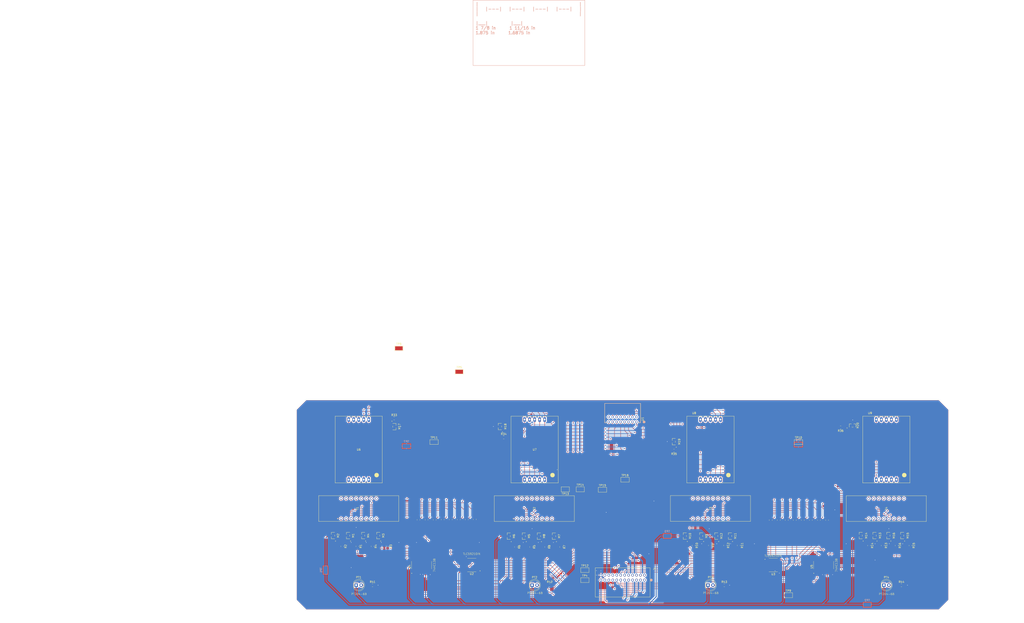
<source format=kicad_pcb>
(kicad_pcb (version 20240108) (generator "pcbnew") (generator_version "8.0")
  (layers (0 "F.Cu" signal) (31 "B.Cu" signal) (34 "B.Paste" user) (35 "F.Paste" user) (36 "B.SilkS" user "B.Silkscreen") (37 "F.SilkS" user "F.Silkscreen") (38 "B.Mask" user) (39 "F.Mask" user) (44 "Edge.Cuts" user))
  (net 0 "")
  (net 1 "+3.3V")
  (net 2 "/tim_disp/C1")
  (net 3 "Net-(M1-Pad1)")
  (net 4 "/tim_disp/C2")
  (net 5 "Net-(M2-Pad1)")
  (net 6 "/tim_disp/C3")
  (net 7 "Net-(M3-Pad1)")
  (net 8 "/tim_disp/C4")
  (net 9 "Net-(M4-Pad1)")
  (net 10 "/tim_disp/C5")
  (net 11 "Net-(M5-Pad1)")
  (net 12 "/tim_disp/C6")
  (net 13 "Net-(M6-Pad1)")
  (net 14 "/tim_disp/C7")
  (net 15 "Net-(M7-Pad1)")
  (net 16 "Net-(M8-Pad1)")
  (net 17 "/tim_disp/C8")
  (net 18 "/tim_disp/C9")
  (net 19 "Net-(M9-Pad1)")
  (net 20 "/tim_disp/C10")
  (net 21 "Net-(M10-Pad1)")
  (net 22 "/tim_disp/C11")
  (net 23 "Net-(M11-Pad1)")
  (net 24 "/tim_disp/C12")
  (net 25 "Net-(M12-Pad1)")
  (net 26 "/tim_disp/C13")
  (net 27 "Net-(M13-Pad1)")
  (net 28 "/tim_disp/C14")
  (net 29 "Net-(M14-Pad1)")
  (net 30 "Net-(M15-Pad1)")
  (net 31 "/tim_disp/C15")
  (net 32 "/tim_disp/C16")
  (net 33 "Net-(M16-Pad1)")
  (net 34 "/plc_disp/P_SEL_1")
  (net 35 "GND")
  (net 36 "/plc_disp/P_SEL_2")
  (net 37 "/plc_disp/P_SEL_3")
  (net 38 "/plc_disp/P_SEL_4")
  (net 39 "/tim_disp/R5")
  (net 40 "/tim_disp/R6")
  (net 41 "/tim_disp/R1")
  (net 42 "PB10")
  (net 43 "PB9")
  (net 44 "/tim_disp/R8")
  (net 45 "PB8")
  (net 46 "/tim_disp/R2")
  (net 47 "/tim_disp/R7")
  (net 48 "/tim_disp/R4")
  (net 49 "/tim_disp/R3")
  (net 50 "PB4")
  (net 51 "PB3")
  (net 52 "PB5")
  (net 53 "PB2")
  (net 54 "PB6")
  (net 55 "PB0")
  (net 56 "PB7")
  (net 57 "PB1")
  (net 58 "/tim_disp/R28")
  (net 59 "/tim_disp/R26")
  (net 60 "PC9")
  (net 61 "/tim_disp/R32")
  (net 62 "/tim_disp/R30")
  (net 63 "/tim_disp/R25")
  (net 64 "/tim_disp/R31")
  (net 65 "/tim_disp/R27")
  (net 66 "PC10")
  (net 67 "PC8")
  (net 68 "/tim_disp/R29")
  (net 69 "PC4")
  (net 70 "PC6")
  (net 71 "PC5")
  (net 72 "PC1")
  (net 73 "PC2")
  (net 74 "PC7")
  (net 75 "PC0")
  (net 76 "PC3")
  (net 77 "PA1")
  (net 78 "PA6")
  (net 79 "PA5")
  (net 80 "PA0")
  (net 81 "PA2")
  (net 82 "PA3")
  (net 83 "PA4")
  (net 84 "/tim_disp/E")
  (net 85 "/tim_disp/D")
  (net 86 "/tim_disp/C")
  (net 87 "/tim_disp/B")
  (net 88 "/tim_disp/A")
  (net 89 "/tim_disp/G")
  (net 90 "/tim_disp/F")
  (net 91 "/tim_disp/E2")
  (net 92 "/tim_disp/D2")
  (net 93 "/tim_disp/B2")
  (net 94 "/tim_disp/A2")
  (net 95 "/tim_disp/G2")
  (net 96 "/tim_disp/F2")
  (net 97 "PA7")
  (net 98 "PA8")
  (net 99 "PA9")
  (net 100 "PA10")
  (net 101 "/tim_disp/DP1")
  (net 102 "/tim_disp/DP2")
  (net 103 "Net-(U2-*Y8)")
  (net 104 "Net-(U2-*Y7)")
  (net 105 "Net-(U2-*Y6)")
  (net 106 "Net-(U2-*Y5)")
  (net 107 "Net-(U2-*Y4)")
  (net 108 "Net-(U2-*Y3)")
  (net 109 "Net-(U2-*Y2)")
  (net 110 "Net-(U2-*Y1)")
  (net 129 "Net-(U3-*Y8)")
  (net 133 "PA11")
  (net 134 "PA13")
  (net 135 "PA12")
  (net 136 "PA14")
  (net 137 "Net-(U3-*Y7)")
  (net 138 "Net-(U3-*Y6)")
  (net 139 "Net-(U3-*Y5)")
  (net 140 "Net-(U3-*Y4)")
  (net 141 "Net-(U3-*Y3)")
  (net 142 "Net-(U3-*Y2)")
  (net 143 "Net-(U3-*Y1)")
  (net 148 "/plc_disp/CA1")
  (net 149 "/plc_disp/CA2")
  (net 150 "/plc_disp/CA3")
  (net 151 "/plc_disp/CA4")
  (net 152 "/tim_disp/C_2")
  (footprint "Resistor_SMD:R_0805_2012Metric" (layer "F.Cu") (at 463.296 325.3505 -90)
    (property "Reference" "R9")
    (property "Value" "150Ω")
  )
  (footprint "Resistor_SMD:R_0805_2012Metric" (layer "F.Cu") (at 292.735 325.795599 -90)
    (property "Reference" "R4")
    (property "Value" "150Ω")
  )
  (footprint "TDCR1050M-4-7-seg-display:TDCG1060M_VIS" (layer "F.Cu") (at 543.56 311.785 90)
    (property "Reference" "T4")
    (property "Value" "TDCR1050M")
  )
  (footprint "LED_THT:LED_D5.0mm" (layer "F.Cu") (at 373.375 345.44)
    (property "Reference" "PT2")
    (property "Value" "~")
  )
  (footprint "Resistor_SMD:R_0805_2012Metric" (layer "F.Cu") (at 514.327707 312.5235 90)
    (property "Reference" "R25" (hide yes))
    (property "Value" "47Ω")
  )
  (footprint "PMBT2907A_235:TO-236AB_SOT23_NEX" (layer "F.Cu") (at 280.3906 320.359999 90)
    (property "Reference" "M1")
    (property "Value" "N-MOSFET")
  )
  (footprint "LED_THT:LED_D5.0mm" (layer "F.Cu") (at 462.275 345.44)
    (property "Reference" "PT3")
    (property "Value" "~")
  )
  (footprint "TestPoint:TestPoint_Keystone_5019_Minature" (layer "F.Cu") (at 336.55 237.49)
    (property "Reference" "TP5")
    (property "Value" "TestPoint")
  )
  (footprint "7-seg-1-inch:LDS-AA14RI" (layer "F.Cu") (at 374.65 276.86)
    (property "Reference" "U7")
    (property "Value" "SA39-12YWA")
  )
  (footprint "SN74HC138DR-MUX:SOIC127P600X175-16N" (layer "F.Cu") (at 317.5 335.28 90)
    (property "Reference" "U4")
    (property "Value" "74HC138")
  )
  (footprint "PMBT2907A_235:TO-236AB_SOT23_NEX" (layer "F.Cu") (at 473.456 320.562001 90)
    (property "Reference" "M11")
    (property "Value" "N-MOSFET")
  )
  (footprint "Resistor_SMD:R_0805_2012Metric" (layer "F.Cu") (at 445.1115 277.368 180)
    (property "Reference" "R35")
    (property "Value" "150Ω")
  )
  (footprint "TestPoint:TestPoint_Keystone_5019_Minature" (layer "F.Cu") (at 408.94 297.18)
    (property "Reference" "TP15")
    (property "Value" "TP")
  )
  (footprint "Resistor_SMD:R_0805_2012Metric" (layer "F.Cu") (at 380.492 326.1125 -90)
    (property "Reference" "R8")
    (property "Value" "150Ω")
  )
  (footprint "Resistor_SMD:R_0805_2012Metric" (layer "F.Cu") (at 529.336 265.684 180)
    (property "Reference" "R36")
    (property "Value" "150Ω")
  )
  (footprint "PMBT2907A_235:TO-236AB_SOT23_NEX" (layer "F.Cu") (at 295.6306 320.359999 90)
    (property "Reference" "M3")
    (property "Value" "N-MOSFET")
  )
  (footprint "Resistor_SMD:R_0805_2012Metric" (layer "F.Cu") (at 388.112 326.1125 -90)
    (property "Reference" "R7")
    (property "Value" "150Ω")
  )
  (footprint "TestPoint:TestPoint_Keystone_5019_Minature" (layer "F.Cu") (at 397.729851 296.966658)
    (property "Reference" "TP14")
    (property "Value" "TP")
  )
  (footprint "Resistor_SMD:R_0805_2012Metric" (layer "F.Cu") (at 470.916 325.3505 -90)
    (property "Reference" "R12")
    (property "Value" "150Ω")
  )
  (footprint "Resistor_SMD:R_0805_2012Metric" (layer "F.Cu") (at 359.040194 270.640779)
    (property "Reference" "R34")
    (property "Value" "150Ω")
  )
  (footprint "Resistor_SMD:R_0805_2012Metric" (layer "F.Cu") (at 557.657 325.3975 -90)
    (property "Reference" "R16")
    (property "Value" "150Ω")
  )
  (footprint "PMBT2907A_235:TO-236AB_SOT23_NEX" (layer "F.Cu") (at 546.481 320.355001 90)
    (property "Reference" "M13")
    (property "Value" "N-MOSFET")
  )
  (footprint "Resistor_SMD:R_0805_2012Metric" (layer "F.Cu") (at 564.642 325.3975 -90)
    (property "Reference" "R15")
    (property "Value" "150Ω")
  )
  (footprint "Resistor_SMD:R_0805_2012Metric" (layer "F.Cu") (at 324.104001 312.373 90)
    (property "Reference" "R21" (hide yes))
    (property "Value" "47Ω")
  )
  (footprint "Resistor_SMD:R_0805_2012Metric" (layer "F.Cu") (at 365.252 326.1125 -90)
    (property "Reference" "R6")
    (property "Value" "150Ω")
  )
  (footprint "Resistor_SMD:R_0805_2012Metric" (layer "F.Cu") (at 372.872 326.1125 -90)
    (property "Reference" "R5")
    (property "Value" "150Ω")
  )
  (footprint "Resistor_SMD:R_0805_2012Metric" (layer "F.Cu") (at 315.976001 312.373 90)
    (property "Reference" "R20" (hide yes))
    (property "Value" "47Ω")
  )
  (footprint "Resistor_SMD:R_0805_2012Metric" (layer "F.Cu") (at 498.071707 312.5235 90)
    (property "Reference" "R31" (hide yes))
    (property "Value" "47Ω")
  )
  (footprint "PMBT2907A_235:TO-236AB_SOT23_NEX" (layer "F.Cu") (at 535.366001 264.668)
    (property "Reference" "M20")
    (property "Value" "N-MOSFET")
  )
  (footprint "Resistor_SMD:R_0805_2012Metric" (layer "F.Cu") (at 285.115 325.795599 -90)
    (property "Reference" "R1")
    (property "Value" "150Ω")
  )
  (footprint "PMBT2907A_235:TO-236AB_SOT23_NEX" (layer "F.Cu") (at 384.4544 320.659801 90)
    (property "Reference" "M7")
    (property "Value" "N-MOSFET")
  )
  (footprint "PMBT2907A_235:TO-236AB_SOT23_NEX" (layer "F.Cu") (at 466.471 320.562001 90)
    (property "Reference" "M12")
    (property "Value" "N-MOSFET")
  )
  (footprint "PMBT2907A_235:TO-236AB_SOT23_NEX" (layer "F.Cu") (at 272.7706 320.359999 90)
    (property "Reference" "M2")
    (property "Value" "N-MOSFET")
  )
  (footprint "PMBT2907A_235:TO-236AB_SOT23_NEX" (layer "F.Cu") (at 357.124 265.176 90)
    (property "Reference" "M18")
    (property "Value" "N-MOSFET")
  )
  (footprint "Resistor_SMD:R_0805_2012Metric" (layer "F.Cu") (at 550.672 325.3975 -90)
    (property "Reference" "R13")
    (property "Value" "150Ω")
  )
  (footprint "TestPoint:TestPoint_Keystone_5019_Minature" (layer "F.Cu") (at 420.37 292.1)
    (property "Reference" "TP16")
    (property "Value" "TP")
  )
  (footprint "TDCR1050M-4-7-seg-display:TDCG1060M_VIS" (layer "F.Cu") (at 276.8346 311.7615 90)
    (property "Reference" "T1")
    (property "Value" "TDCR1050M")
  )
  (footprint "Resistor_SMD:R_0805_2012Metric" (layer "F.Cu") (at 470.535 345.44)
    (property "Reference" "R43")
    (property "Value" "56KΩ")
  )
  (footprint "PMBT2907A_235:TO-236AB_SOT23_NEX" (layer "F.Cu") (at 450.596 320.548 90)
    (property "Reference" "M10")
    (property "Value" "N-MOSFET")
  )
  (footprint "Resistor_SMD:R_0805_2012Metric" (layer "F.Cu") (at 502.135707 312.5235 90)
    (property "Reference" "R29" (hide yes))
    (property "Value" "47Ω")
  )
  (footprint "7-seg-1-inch:LDS-AA14RI" (layer "F.Cu") (at 285.75 276.86)
    (property "Reference" "U6")
    (property "Value" "SA39-12YWA")
  )
  (footprint "TestPoint:TestPoint_Keystone_5019_Minature" (layer "F.Cu") (at 323.85 273.05)
    (property "Reference" "TP11")
    (property "Value" "TestPoint")
  )
  (footprint "Resistor_SMD:R_0805_2012Metric" (layer "F.Cu") (at 522.455707 312.5235 90)
    (property "Reference" "R30" (hide yes))
    (property "Value" "47Ω")
  )
  (footprint "Resistor_SMD:R_0805_2012Metric" (layer "F.Cu") (at 560.07 345.44)
    (property "Reference" "R44")
    (property "Value" "56KΩ")
  )
  (footprint "TestPoint:TestPoint_Keystone_5019_Minature" (layer "F.Cu") (at 508 273.05)
    (property "Reference" "TP10")
    (property "Value" "TestPoint")
  )
  (footprint "PMBT2907A_235:TO-236AB_SOT23_NEX" (layer "F.Cu") (at 539.496 320.355001 90)
    (property "Reference" "M14")
    (property "Value" "N-MOSFET")
  )
  (footprint "TestPoint:TestPoint_Keystone_5019_Minature" (layer "F.Cu") (at 400.05 337.82)
    (property "Reference" "TP12")
    (property "Value" "TestPoint")
  )
  (footprint "7-seg-1-inch:LDS-AA14RI" (layer "F.Cu") (at 463.55 276.86)
    (property "Reference" "U8")
    (property "Value" "SA39-12YWA")
  )
  (footprint "PMBT2907A_235:TO-236AB_SOT23_NEX" (layer "F.Cu") (at 361.5944 320.659801 90)
    (property "Reference" "M6")
    (property "Value" "N-MOSFET")
  )
  (footprint "PMBT2907A_235:TO-236AB_SOT23_NEX" (layer "F.Cu") (at 458.851 320.562001 90)
    (property "Reference" "M9")
    (property "Value" "N-MOSFET")
  )
  (footprint "Resistor_SMD:R_0805_2012Metric" (layer "F.Cu") (at 510.263707 312.5235 90)
    (property "Reference" "R27" (hide yes))
    (property "Value" "47Ω")
  )
  (footprint "Resistor_SMD:R_0805_2012Metric" (layer "F.Cu") (at 292.735 345.44)
    (property "Reference" "R41")
    (property "Value" "56KΩ")
  )
  (footprint "TDCR1050M-4-7-seg-display:TDCG1060M_VIS" (layer "F.Cu") (at 454.66 311.738 90)
    (property "Reference" "T3")
    (property "Value" "TDCR1050M")
  )
  (footprint "Resistor_SMD:R_0805_2012Metric" (layer "F.Cu") (at 455.041 325.3505 -90)
    (property "Reference" "R10")
    (property "Value" "150Ω")
  )
  (footprint "TestPoint:TestPoint_Keystone_5019_Minature" (layer "F.Cu") (at 502.92 350.52)
    (property "Reference" "TP9")
    (property "Value" "TestPoint")
  )
  (footprint "Resistor_SMD:R_0805_2012Metric" (layer "F.Cu") (at 332.232 312.2695 90)
    (property "Reference" "R19" (hide yes))
    (property "Value" "47Ω")
  )
  (footprint "Resistor_SMD:R_0805_2012Metric" (layer "F.Cu") (at 344.423999 312.166 90)
    (property "Reference" "R22" (hide yes))
    (property "Value" "47Ω")
  )
  (footprint "Resistor_SMD:R_0805_2012Metric" (layer "F.Cu") (at 336.296 312.2695 90)
    (property "Reference" "R17" (hide yes))
    (property "Value" "47Ω")
  )
  (footprint "Resistor_SMD:R_0805_2012Metric" (layer "F.Cu") (at 340.36 312.2695 90)
    (property "Reference" "R24" (hide yes))
    (property "Value" "47Ω")
  )
  (footprint "PMBT2907A_235:TO-236AB_SOT23_NEX" (layer "F.Cu") (at 553.466 320.355001 90)
    (property "Reference" "M16")
    (property "Value" "N-MOSFET")
  )
  (footprint "PMBT2907A_235:TO-236AB_SOT23_NEX" (layer "F.Cu") (at 288.0106 320.359999 90)
    (property "Reference" "M4")
    (property "Value" "N-MOSFET")
  )
  (footprint "16pos 2mm:S16B-PHDSSLFSN_JST" (layer "F.Cu") (at 426.116886 262.89 180)
    (property "Reference" "U1")
    (property "Value" "S16B-PHDSSLFSN")
  )
  (footprint "TLC59211IPWR-LEDDRIVER:SOP65P640X120-20N" (layer "F.Cu") (at 342.9 335.28 180)
    (property "Reference" "U2")
    (property "Value" "TLC59210IN")
  )
  (footprint "Resistor_SMD:R_0805_2012Metric" (layer "F.Cu") (at 494.007707 312.5235 90)
    (property "Reference" "R28" (hide yes))
    (property "Value" "47Ω")
  )
  (footprint "TestPoint:TestPoint_Keystone_5019_Minature" (layer "F.Cu") (at 390.168301 296.971644 180)
    (property "Reference" "TP13")
    (property "Value" "TP")
  )
  (footprint "TLC59211IPWR-LEDDRIVER:SOP65P640X120-20N" (layer "F.Cu") (at 495.3 335.28)
    (property "Reference" "U3")
    (property "Value" "TLC59210IN")
  )
  (footprint "PMBT2907A_235:TO-236AB_SOT23_NEX" (layer "F.Cu") (at 445.008 272.861999 90)
    (property "Reference" "M19")
    (property "Value" "N-MOSFET")
  )
  (footprint "SN74HC138DR-MUX:SOIC127P600X175-16N" (layer "F.Cu") (at 520.7 335.28 90)
    (property "Reference" "U5")
    (property "Value" "74HC138")
  )
  (footprint "PMBT2907A_235:TO-236AB_SOT23_NEX" (layer "F.Cu") (at 369.2144 320.659801 90)
    (property "Reference" "M5")
    (property "Value" "N-MOSFET")
  )
  (footprint "Resistor_SMD:R_0805_2012Metric" (layer "F.Cu") (at 477.901 325.3505 -90)
    (property "Reference" "R11")
    (property "Value" "150Ω")
  )
  (footprint "Resistor_SMD:R_0805_2012Metric" (layer "F.Cu") (at 328.168 312.2695 90)
    (property "Reference" "R18" (hide yes))
    (property "Value" "47Ω")
  )
  (footprint "PMBT2907A_235:TO-236AB_SOT23_NEX" (layer "F.Cu") (at 303.784 265.241999 -90)
    (property "Reference" "M17")
    (property "Value" "N-MOSFET")
  )
  (footprint "24pos 2mm:CONN24_559592430_MOL" (layer "F.Cu") (at 430.176641 342.86 180)
    (property "Reference" "J1")
    (property "Value" "559592430")
  )
  (footprint "Resistor_SMD:R_0805_2012Metric" (layer "F.Cu") (at 382.27 345.44)
    (property "Reference" "R42")
    (property "Value" "56KΩ")
  )
  (footprint "Resistor_SMD:R_0805_2012Metric" (layer "F.Cu") (at 518.391707 312.5235 90)
    (property "Reference" "R32" (hide yes))
    (property "Value" "47Ω")
  )
  (footprint "Resistor_SMD:R_0805_2012Metric" (layer "F.Cu") (at 300.355 325.795599 -90)
    (property "Reference" "R3")
    (property "Value" "150Ω")
  )
  (footprint "LED_THT:LED_D5.0mm" (layer "F.Cu") (at 284.475 345.44)
    (property "Reference" "PT1")
    (property "Value" "~")
  )
  (footprint "PMBT2907A_235:TO-236AB_SOT23_NEX" (layer "F.Cu") (at 560.451 320.355001 90)
    (property "Reference" "M15")
    (property "Value" "N-MOSFET")
  )
  (footprint "7-seg-1-inch:LDS-AA14RI" (layer "F.Cu") (at 552.45 276.86)
    (property "Reference" "U9")
    (property "Value" "SA39-12YWA")
  )
  (footprint "Resistor_SMD:R_0805_2012Metric" (layer "F.Cu") (at 543.687 325.3975 -90)
    (property "Reference" "R14")
    (property "Value" "150Ω")
  )
  (footprint "LED_THT:LED_D5.0mm" (layer "F.Cu") (at 551.175 345.44)
    (property "Reference" "PT4")
    (property "Value" "~")
  )
  (footprint "TestPoint:TestPoint_Keystone_5019_Minature" (layer "F.Cu") (at 400.05 342.9)
    (property "Reference" "TP4")
    (property "Value" "TestPoint")
  )
  (footprint "Resistor_SMD:R_0805_2012Metric" (layer "F.Cu") (at 320.040001 312.373 90)
    (property "Reference" "R23" (hide yes))
    (property "Value" "47Ω")
  )
  (footprint "Resistor_SMD:R_0805_2012Metric" (layer "F.Cu") (at 303.659589 261.055818)
    (property "Reference" "R33")
    (property "Value" "150Ω")
  )
  (footprint "TestPoint:TestPoint_Keystone_5019_Minature" (layer "F.Cu") (at 306.07 225.64)
    (property "Reference" "TP6")
    (property "Value" "TestPoint")
  )
  (footprint "Resistor_SMD:R_0805_2012Metric" (layer "F.Cu") (at 506.199707 312.5235 90)
    (property "Reference" "R26" (hide yes))
    (property "Value" "47Ω")
  )
  (footprint "TDCR1050M-4-7-seg-display:TDCG1060M_VIS" (layer "F.Cu") (at 365.6584 311.785 90)
    (property "Reference" "T2")
    (property "Value" "TDCR1050M")
  )
  (footprint "PMBT2907A_235:TO-236AB_SOT23_NEX" (layer "F.Cu") (at 376.8344 320.659801 90)
    (property "Reference" "M8")
    (property "Value" "N-MOSFET")
  )
  (footprint "Resistor_SMD:R_0805_2012Metric" (layer "F.Cu") (at 277.495 325.795599 -90)
    (property "Reference" "R2")
    (property "Value" "150Ω")
  )
  (footprint "TestPoint:TestPoint_Keystone_5019_Minature" (layer "B.Cu") (at 508 274.32 180)
    (property "Reference" "TP8")
    (property "Value" "TestPoint")
  )
  (footprint "TestPoint:TestPoint_Keystone_5019_Minature" (layer "B.Cu") (at 441.706 320.548 180)
    (property "Reference" "TP3")
    (property "Value" "TestPoint")
  )
  (footprint "TestPoint:TestPoint_Keystone_5019_Minature" (layer "B.Cu") (at 268.986 337.82 -90)
    (property "Reference" "TP1")
    (property "Value" "TestPoint")
  )
  (footprint "TestPoint:TestPoint_Keystone_5019_Minature" (layer "B.Cu") (at 309.88 275.082 180)
    (property "Reference" "TP7")
    (property "Value" "TestPoint")
  )
  (footprint "TestPoint:TestPoint_Keystone_5019_Minature" (layer "B.Cu") (at 542.798 355.346 180)
    (property "Reference" "TP2")
    (property "Value" "TestPoint")
  )
  (gr_line (start 411.244787 263.247) (end 410.039887 263.247) (stroke (width 0.1524)) (layer "B.SilkS"))
  (gr_line (start 428.193887 263.247) (end 428.193887 253.493001) (stroke (width 0.1524)) (layer "B.SilkS"))
  (gr_line (start 410.039887 253.493001) (end 410.039887 263.247) (stroke (width 0.1524)) (layer "B.SilkS"))
  (gr_line (start 428.193887 263.247) (end 426.988984 263.247) (stroke (width 0.1524)) (layer "B.SilkS"))
  (gr_line (start 410.039887 253.493001) (end 428.193887 253.493001) (stroke (width 0.1524)) (layer "B.SilkS"))
  (gr_line (start 259.08 358.14) (end 579.12 358.14) (stroke (width 0.05)) (layer "Edge.Cuts"))
  (gr_line (start 259.08 251.46) (end 579.12 251.46) (stroke (width 0.05)) (layer "Edge.Cuts"))
  (gr_line (start 584.2 256.54) (end 584.2 353.06) (stroke (width 0.05)) (layer "Edge.Cuts"))
  (gr_line (start 579.12 251.46) (end 584.2 256.54) (stroke (width 0.05)) (layer "Edge.Cuts"))
  (gr_line (start 254 353.06) (end 259.08 358.14) (stroke (width 0.05)) (layer "Edge.Cuts"))
  (gr_line (start 254 256.54) (end 254 353.06) (stroke (width 0.05)) (layer "Edge.Cuts"))
  (gr_line (start 254 256.54) (end 259.08 251.46) (stroke (width 0.05)) (layer "Edge.Cuts"))
  (gr_line (start 584.2 353.06) (end 579.12 358.14) (stroke (width 0.05)) (layer "Edge.Cuts"))
  (gr_text "TLC59210IN" (at 490.728 331.216 0) (layer "F.SilkS") (effects (font (size 1 1) (thickness 0.1)) (justify left bottom)))
  (gr_text "PT204-6B" (at 548.64 350.52 0) (layer "F.SilkS") (effects (font (size 1 1) (thickness 0.1)) (justify left bottom)))
  (gr_text "74HC138" (at 324.612 338.836 90) (layer "F.SilkS") (effects (font (size 1 1) (thickness 0.1)) (justify left bottom)))
  (gr_text "74HC138" (at 527.812 338.836 90) (layer "F.SilkS") (effects (font (size 1 1) (thickness 0.1)) (justify left bottom)))
  (gr_text "TLC59210IN" (at 338.328 330.2 0) (layer "F.SilkS") (effects (font (size 1 1) (thickness 0.1)) (justify left bottom)))
  (gr_text "PT204-6B" (at 281.94 350.52 0) (layer "F.SilkS") (effects (font (size 1 1) (thickness 0.1)) (justify left bottom)))
  (gr_text "PT204-6B" (at 370.84 350.012 0) (layer "F.SilkS") (effects (font (size 1 1) (thickness 0.1)) (justify left bottom)))
  (gr_text "PT204-6B" (at 459.74 350.012 0) (layer "F.SilkS") (effects (font (size 1 1) (thickness 0.1)) (justify left bottom)))
  (gr_text_box "|								    |\n|   |---|   |---|   |---|   |---|   |\n|								    |\n  \n|___|          |___|\n1 7/8 in      1 11/16 in\n1.875 in      1.6875 in\n" (start 343.535 49.53) (end 400.05 82.55) (layer "B.SilkS") (effects (font (size 1.5 1.5) (thickness 0.3) (bold yes)) (justify left top)) (border yes) (stroke (width 0.2)))
  (segment (start 269.304392 321.348436) (end 270.320392 320.332436) (width 0.508) (layer "F.Cu") (net 1))
  (segment (start 538.48 320.355001) (end 559.435 320.355001) (width 0.508) (layer "F.Cu") (net 1))
  (segment (start 499.614 332.355) (end 499.618 332.359) (width 0.381) (layer "F.Cu") (net 1))
  (segment (start 319.532 340.868) (end 319.532 337.882) (width 0.508) (layer "F.Cu") (net 1))
  (segment (start 337.426 338.214) (end 340.03 338.214) (width 0.508) (layer "F.Cu") (net 1))
  (segment (start 271.818992 320.334336) (end 279.438992 320.334336) (width 0.508) (layer "F.Cu") (net 1))
  (segment (start 498.17 332.355) (end 499.614 332.355) (width 0.381) (layer "F.Cu") (net 1))
  (segment (start 516.901639 335.545639) (end 521.473639 335.545639) (width 0.508) (layer "F.Cu") (net 1))
  (segment (start 360.5784 320.659801) (end 383.4384 320.659801) (width 0.508) (layer "F.Cu") (net 1))
  (segment (start 313.055 332.805) (end 313.055 334.645) (width 0.508) (layer "F.Cu") (net 1))
  (segment (start 279.438992 320.334336) (end 287.058992 320.334336) (width 0.508) (layer "F.Cu") (net 1))
  (segment (start 522.605 340.741) (end 522.605 337.755) (width 0.508) (layer "F.Cu") (net 1))
  (segment (start 319.532 337.882) (end 319.405 337.755) (width 0.508) (layer "F.Cu") (net 1))
  (segment (start 521.473639 335.545639) (end 522.605 336.677) (width 0.508) (layer "F.Cu") (net 1))
  (segment (start 472.425999 320.548) (end 472.44 320.562001) (width 0.508) (layer "F.Cu") (net 1))
  (segment (start 357.124 321.056) (end 357.520199 320.659801) (width 0.508) (layer "F.Cu") (net 1))
  (segment (start 535.432 321.948913) (end 537.025912 320.355001) (width 0.508) (layer "F.Cu") (net 1))
  (segment (start 516.255 332.805) (end 516.255 334.899) (width 0.508) (layer "F.Cu") (net 1))
  (segment (start 522.605 336.677) (end 522.605 337.755) (width 0.508) (layer "F.Cu") (net 1))
  (segment (start 287.058992 320.334336) (end 294.678992 320.334336) (width 0.508) (layer "F.Cu") (net 1))
  (segment (start 311.912 335.788) (end 310.896 336.804) (width 0.508) (layer "F.Cu") (net 1))
  (segment (start 447.04 320.548) (end 472.425999 320.548) (width 0.508) (layer "F.Cu") (net 1))
  (segment (start 357.520199 320.659801) (end 360.5784 320.659801) (width 0.508) (layer "F.Cu") (net 1))
  (segment (start 313.055 334.645) (end 311.912 335.788) (width 0.508) (layer "F.Cu") (net 1))
  (segment (start 516.255 334.899) (end 516.901639 335.545639) (width 0.508) (layer "F.Cu") (net 1))
  (segment (start 336.296 339.344) (end 337.426 338.214) (width 0.508) (layer "F.Cu") (net 1))
  (segment (start 537.025912 320.355001) (end 538.48 320.355001) (width 0.508) (layer "F.Cu") (net 1))
  (segment (start 270.322292 320.334336) (end 271.818992 320.334336) (width 0.508) (layer "F.Cu") (net 1))
  (via (at 499.618 332.359) (size 0.6604) (drill 0.3302) (layers "F.Cu" "B.Cu") (net 1))
  (via (at 310.896 336.804) (size 0.6604) (drill 0.3302) (layers "F.Cu" "B.Cu") (net 1))
  (via (at 522.605 340.741) (size 0.6604) (drill 0.3302) (layers "F.Cu" "B.Cu") (net 1))
  (via (at 357.124 321.056) (size 0.6604) (drill 0.3302) (layers "F.Cu" "B.Cu") (net 1))
  (via (at 319.532 340.868) (size 0.6604) (drill 0.3302) (layers "F.Cu" "B.Cu") (net 1))
  (via (at 269.24 321.31) (size 0.6604) (drill 0.3302) (layers "F.Cu" "B.Cu") (net 1))
  (via (at 336.296 339.344) (size 0.6604) (drill 0.3302) (layers "F.Cu" "B.Cu") (net 1))
  (via (at 535.432 321.948913) (size 0.6604) (drill 0.3302) (layers "F.Cu" "B.Cu") (net 1))
  (via (at 447.04 320.548) (size 0.6604) (drill 0.3302) (layers "F.Cu" "B.Cu") (net 1))
  (segment (start 377.19 355.092) (end 357.886 355.092) (width 0.508) (layer "B.Cu") (net 1))
  (segment (start 323.342 355.092) (end 339.598 355.092) (width 0.508) (layer "B.Cu") (net 1))
  (segment (start 438.404 320.548) (end 436.118 322.834) (width 0.508) (layer "B.Cu") (net 1))
  (segment (start 339.598 355.092) (end 357.886 355.092) (width 0.508) (layer "B.Cu") (net 1))
  (segment (start 522.605 352.679) (end 520.192 355.092) (width 0.508) (layer "B.Cu") (net 1))
  (segment (start 269.24 321.31) (end 269.24 343.408) (width 0.508) (layer "B.Cu") (net 1))
  (segment (start 499.11 355.092) (end 520.192 355.092) (width 0.508) (layer "B.Cu") (net 1))
  (segment (start 289.56 355.092) (end 314.198 355.092) (width 0.508) (layer "B.Cu") (net 1))
  (segment (start 500.507 353.695) (end 499.11 355.092) (width 0.381) (layer "B.Cu") (net 1))
  (segment (start 338.328 354.076) (end 336.296 352.044) (width 0.508) (layer "B.Cu") (net 1))
  (segment (start 462.275 353.563) (end 462.28 353.568) (width 0.508) (layer "B.Cu") (net 1))
  (segment (start 280.924 355.092) (end 289.56 355.092) (width 0.508) (layer "B.Cu") (net 1))
  (segment (start 310.896 336.804) (end 310.896 352.044) (width 0.508) (layer "B.Cu") (net 1))
  (segment (start 436.118 322.834) (end 436.118 351.282) (width 0.508) (layer "B.Cu") (net 1))
  (segment (start 310.896 352.044) (end 313.944 355.092) (width 0.508) (layer "B.Cu") (net 1))
  (segment (start 551.175 352.547) (end 551.175 345.44) (width 0.508) (layer "B.Cu") (net 1))
  (segment (start 373.375 352.039) (end 373.375 345.44) (width 0.508) (layer "B.Cu") (net 1))
  (segment (start 355.092 352.552) (end 357.632 355.092) (width 0.508) (layer "B.Cu") (net 1))
  (segment (start 460.756 355.092) (end 499.11 355.092) (width 0.508) (layer "B.Cu") (net 1))
  (segment (start 460.756 355.092) (end 432.308 355.092) (width 0.508) (layer "B.Cu") (net 1))
  (segment (start 375.412 354.076) (end 373.375 352.039) (width 0.508) (layer "B.Cu") (net 1))
  (segment (start 319.532 340.868) (end 319.532 351.536) (width 0.508) (layer "B.Cu") (net 1))
  (segment (start 339.598 355.092) (end 339.344 355.092) (width 0.508) (layer "B.Cu") (net 1))
  (segment (start 323.088 355.092) (end 323.342 355.092) (width 0.508) (layer "B.Cu") (net 1))
  (segment (start 284.48 350.012) (end 284.48 347.98) (width 0.508) (layer "B.Cu") (net 1))
  (segment (start 284.48 347.98) (end 284.475 347.975) (width 0.508) (layer "B.Cu") (net 1))
  (segment (start 408.178 355.092) (end 377.19 355.092) (width 0.508) (layer "B.Cu") (net 1))
  (segment (start 319.532 351.536) (end 323.088 355.092) (width 0.508) (layer "B.Cu") (net 1))
  (segment (start 548.64 355.092) (end 551.18 352.552) (width 0.508) (layer "B.Cu") (net 1))
  (segment (start 376.428 355.092) (end 375.412 354.076) (width 0.508) (layer "B.Cu") (net 1))
  (segment (start 288.544 354.076) (end 284.48 350.012) (width 0.508) (layer "B.Cu") (net 1))
  (segment (start 408.176642 352.299358) (end 408.178 352.300716) (width 0.508) (layer "B.Cu") (net 1))
  (segment (start 462.28 353.568) (end 460.756 355.092) (width 0.508) (layer "B.Cu") (net 1))
  (segment (start 499.618 332.359) (end 500.507 333.248) (width 0.381) (layer "B.Cu") (net 1))
  (segment (start 447.04 320.548) (end 438.404 320.548) (width 0.508) (layer "B.Cu") (net 1))
  (segment (start 284.475 347.975) (end 284.475 345.44) (width 0.508) (layer "B.Cu") (net 1))
  (segment (start 355.092 323.088) (end 355.092 352.552) (width 0.508) (layer "B.Cu") (net 1))
  (segment (start 357.124 321.056) (end 355.092 323.088) (width 0.508) (layer "B.Cu") (net 1))
  (segment (start 313.944 355.092) (end 314.198 355.092) (width 0.508) (layer "B.Cu") (net 1))
  (segment (start 314.198 355.092) (end 323.342 355.092) (width 0.508) (layer "B.Cu") (net 1))
  (segment (start 436.118 351.282) (end 432.308 355.092) (width 0.508) (layer "B.Cu") (net 1))
  (segment (start 339.344 355.092) (end 338.328 354.076) (width 0.508) (layer "B.Cu") (net 1))
  (segment (start 520.192 355.092) (end 531.368 355.092) (width 0.508) (layer "B.Cu") (net 1))
  (segment (start 408.178 352.300716) (end 408.178 355.092) (width 0.508) (layer "B.Cu") (net 1))
  (segment (start 522.605 340.741) (end 522.605 352.679) (width 0.508) (layer "B.Cu") (net 1))
  (segment (start 535.432 321.948913) (end 535.432 351.028) (width 0.508) (layer "B.Cu") (net 1))
  (segment (start 535.432 351.028) (end 531.368 355.092) (width 0.508) (layer "B.Cu") (net 1))
  (segment (start 336.296 352.044) (end 336.296 339.344) (width 0.508) (layer "B.Cu") (net 1))
  (segment (start 408.176642 342.86) (end 408.176642 352.299358) (width 0.508) (layer "B.Cu") (net 1))
  (segment (start 289.56 355.092) (end 288.544 354.076) (width 0.508) (layer "B.Cu") (net 1))
  (segment (start 357.632 355.092) (end 357.886 355.092) (width 0.508) (layer "B.Cu") (net 1))
  (segment (start 432.308 355.092) (end 408.178 355.092) (width 0.508) (layer "B.Cu") (net 1))
  (segment (start 269.24 343.408) (end 280.924 355.092) (width 0.508) (layer "B.Cu") (net 1))
  (segment (start 377.19 355.092) (end 376.428 355.092) (width 0.508) (layer "B.Cu") (net 1))
  (segment (start 551.18 352.552) (end 551.175 352.547) (width 0.508) (layer "B.Cu") (net 1))
  (segment (start 531.368 355.092) (end 548.64 355.092) (width 0.508) (layer "B.Cu") (net 1))
  (segment (start 462.275 345.44) (end 462.275 353.563) (width 0.508) (layer "B.Cu") (net 1))
  (segment (start 500.507 333.248) (end 500.507 353.695) (width 0.381) (layer "B.Cu") (net 1))
  (segment (start 279.3746 318.32645) (end 279.3746 311.7615) (width 0.254) (layer "F.Cu") (net 2))
  (segment (start 280.458148 319.409998) (end 279.3746 318.32645) (width 0.254) (layer "F.Cu") (net 2))
  (segment (start 281.4066 319.409998) (end 280.458148 319.409998) (width 0.254) (layer "F.Cu") (net 2))
  (segment (start 281.4066 321.244001) (end 283.779001 321.244001) (width 0.254) (layer "F.Cu") (net 3))
  (segment (start 285.115 322.58) (end 285.115 324.8171) (width 0.254) (layer "F.Cu") (net 3))
  (segment (start 283.779001 321.244001) (end 285.115 322.58) (width 0.254) (layer "F.Cu") (net 3))
  (segment (start 276.8346 318.367234) (end 276.8346 311.7615) (width 0.254) (layer "F.Cu") (net 4))
  (segment (start 273.7866 319.409998) (end 275.791836 319.409998) (width 0.254) (layer "F.Cu") (net 4))
  (segment (start 275.791836 319.409998) (end 276.8346 318.367234) (width 0.254) (layer "F.Cu") (net 4))
  (segment (start 276.209801 321.244001) (end 277.495 322.5292) (width 0.254) (layer "F.Cu") (net 5))
  (segment (start 273.7866 321.244001) (end 276.209801 321.244001) (width 0.254) (layer "F.Cu") (net 5))
  (segment (start 277.495 322.5292) (end 277.495 324.8171) (width 0.254) (layer "F.Cu") (net 5))
  (segment (start 294.6146 318.55505) (end 295.469548 319.409998) (width 0.254) (layer "F.Cu") (net 6))
  (segment (start 294.6146 311.7615) (end 294.6146 318.55505) (width 0.254) (layer "F.Cu") (net 6))
  (segment (start 295.469548 319.409998) (end 296.6466 319.409998) (width 0.254) (layer "F.Cu") (net 6))
  (segment (start 296.6466 321.244001) (end 299.019001 321.244001) (width 0.254) (layer "F.Cu") (net 7))
  (segment (start 299.019001 321.244001) (end 300.355 322.58) (width 0.254) (layer "F.Cu") (net 7))
  (segment (start 300.355 322.58) (end 300.355 324.8171) (width 0.254) (layer "F.Cu") (net 7))
  (segment (start 289.0266 319.409998) (end 290.190002 319.409998) (width 0.254) (layer "F.Cu") (net 8))
  (segment (start 290.6014 312.8283) (end 289.5346 311.7615) (width 0.254) (layer "F.Cu") (net 8))
  (segment (start 290.6014 318.9986) (end 290.6014 312.8283) (width 0.254) (layer "F.Cu") (net 8))
  (segment (start 290.190002 319.409998) (end 290.6014 318.9986) (width 0.254) (layer "F.Cu") (net 8))
  (segment (start 292.735 322.7324) (end 292.735 324.8171) (width 0.254) (layer "F.Cu") (net 9))
  (segment (start 289.0266 321.244001) (end 291.246601 321.244001) (width 0.254) (layer "F.Cu") (net 9))
  (segment (start 291.246601 321.244001) (end 292.735 322.7324) (width 0.254) (layer "F.Cu") (net 9))
  (segment (start 368.9604 319.7098) (end 370.2304 319.7098) (width 0.254) (layer "F.Cu") (net 10))
  (segment (start 368.1984 311.785) (end 368.1984 318.9478) (width 0.254) (layer "F.Cu") (net 10))
  (segment (start 368.1984 318.9478) (end 368.9604 319.7098) (width 0.254) (layer "F.Cu") (net 10))
  (segment (start 370.2304 321.609802) (end 371.724002 321.609802) (width 0.254) (layer "F.Cu") (net 11))
  (segment (start 371.724002 321.609802) (end 372.872 322.7578) (width 0.254) (layer "F.Cu") (net 11))
  (segment (start 372.872 322.7578) (end 372.872 325.2) (width 0.254) (layer "F.Cu") (net 11))
  (segment (start 365.6584 318.9478) (end 364.8964 319.7098) (width 0.254) (layer "F.Cu") (net 12))
  (segment (start 364.8964 319.7098) (end 362.6104 319.7098) (width 0.254) (layer "F.Cu") (net 12))
  (segment (start 365.6584 311.785) (end 365.6584 318.9478) (width 0.254) (layer "F.Cu") (net 12))
  (segment (start 362.6104 321.609802) (end 364.104002 321.609802) (width 0.254) (layer "F.Cu") (net 13))
  (segment (start 364.104002 321.609802) (end 365.252 322.7578) (width 0.254) (layer "F.Cu") (net 13))
  (segment (start 365.252 322.7578) (end 365.252 325.2) (width 0.254) (layer "F.Cu") (net 13))
  (segment (start 384.2512 319.7098) (end 385.4704 319.7098) (width 0.254) (layer "F.Cu") (net 14))
  (segment (start 383.4384 318.897) (end 384.2512 319.7098) (width 0.254) (layer "F.Cu") (net 14))
  (segment (start 383.4384 311.785) (end 383.4384 318.897) (width 0.254) (layer "F.Cu") (net 14))
  (segment (start 388.112 322.7578) (end 388.112 325.2) (width 0.254) (layer "F.Cu") (net 15))
  (segment (start 385.4704 321.609802) (end 386.964002 321.609802) (width 0.254) (layer "F.Cu") (net 15))
  (segment (start 386.964002 321.609802) (end 388.112 322.7578) (width 0.254) (layer "F.Cu") (net 15))
  (segment (start 380.492 322.7578) (end 380.492 325.2) (width 0.254) (layer "F.Cu") (net 16))
  (segment (start 379.344002 321.609802) (end 380.492 322.7578) (width 0.254) (layer "F.Cu") (net 16))
  (segment (start 377.8504 321.609802) (end 379.344002 321.609802) (width 0.254) (layer "F.Cu") (net 16))
  (segment (start 379.222 319.7098) (end 379.8316 319.1002) (width 0.254) (layer "F.Cu") (net 17))
  (segment (start 379.8316 313.2582) (end 378.3584 311.785) (width 0.254) (layer "F.Cu") (net 17))
  (segment (start 379.8316 319.1002) (end 379.8316 313.2582) (width 0.254) (layer "F.Cu") (net 17))
  (segment (start 377.8504 319.7098) (end 379.222 319.7098) (width 0.254) (layer "F.Cu") (net 17))
  (segment (start 458.5208 319.612) (end 459.867 319.612) (width 0.254) (layer "F.Cu") (net 18))
  (segment (start 457.2 311.738) (end 457.2 318.2912) (width 0.254) (layer "F.Cu") (net 18))
  (segment (start 457.2 318.2912) (end 458.5208 319.612) (width 0.254) (layer "F.Cu") (net 18))
  (segment (start 459.867 321.512002) (end 461.920825 321.512002) (width 0.254) (layer "F.Cu") (net 19))
  (segment (start 461.920825 321.512002) (end 463.296 322.887177) (width 0.254) (layer "F.Cu") (net 19))
  (segment (start 463.296 322.887177) (end 463.296 324.438) (width 0.254) (layer "F.Cu") (net 19))
  (segment (start 452.896001 319.597999) (end 451.612 319.597999) (width 0.254) (layer "F.Cu") (net 20))
  (segment (start 454.66 317.834) (end 452.896001 319.597999) (width 0.254) (layer "F.Cu") (net 20))
  (segment (start 454.66 311.738) (end 454.66 317.834) (width 0.254) (layer "F.Cu") (net 20))
  (segment (start 454.109539 321.564) (end 455.041 322.495461) (width 0.254) (layer "F.Cu") (net 21))
  (segment (start 455.041 322.495461) (end 455.041 324.438) (width 0.254) (layer "F.Cu") (net 21))
  (segment (start 451.677999 321.564) (end 454.109539 321.564) (width 0.254) (layer "F.Cu") (net 21))
  (segment (start 451.612 321.498001) (end 451.677999 321.564) (width 0.254) (layer "F.Cu") (net 21))
  (segment (start 473.4052 319.612) (end 474.472 319.612) (width 0.254) (layer "F.Cu") (net 22))
  (segment (start 472.44 318.6468) (end 473.4052 319.612) (width 0.254) (layer "F.Cu") (net 22))
  (segment (start 472.44 311.738) (end 472.44 318.6468) (width 0.254) (layer "F.Cu") (net 22))
  (segment (start 474.472 321.512002) (end 476.894927 321.512002) (width 0.254) (layer "F.Cu") (net 23))
  (segment (start 477.901 322.518075) (end 477.901 324.438) (width 0.254) (layer "F.Cu") (net 23))
  (segment (start 476.894927 321.512002) (end 477.901 322.518075) (width 0.254) (layer "F.Cu") (net 23))
  (segment (start 468.4776 319.612) (end 467.487 319.612) (width 0.254) (layer "F.Cu") (net 24))
  (segment (start 468.9856 319.104) (end 468.4776 319.612) (width 0.254) (layer "F.Cu") (net 24))
  (segment (start 467.36 311.738) (end 468.9856 313.3636) (width 0.254) (layer "F.Cu") (net 24))
  (segment (start 468.9856 313.3636) (end 468.9856 319.104) (width 0.254) (layer "F.Cu") (net 24))
  (segment (start 469.520746 321.512002) (end 470.916 322.907256) (width 0.254) (layer "F.Cu") (net 25))
  (segment (start 467.487 321.512002) (end 469.520746 321.512002) (width 0.254) (layer "F.Cu") (net 25))
  (segment (start 470.916 322.907256) (end 470.916 324.438) (width 0.254) (layer "F.Cu") (net 25))
  (segment (start 546.1 311.785) (end 546.1 318.7954) (width 0.254) (layer "F.Cu") (net 26))
  (segment (start 546.1 318.7954) (end 546.7096 319.405) (width 0.254) (layer "F.Cu") (net 26))
  (segment (start 546.7096 319.405) (end 547.497 319.405) (width 0.254) (layer "F.Cu") (net 26))
  (segment (start 547.497 321.305002) (end 549.625602 321.305002) (width 0.254) (layer "F.Cu") (net 27))
  (segment (start 549.625602 321.305002) (end 550.672 322.3514) (width 0.254) (layer "F.Cu") (net 27))
  (segment (start 550.672 322.3514) (end 550.672 324.485) (width 0.254) (layer "F.Cu") (net 27))
  (segment (start 543.56 317.9318) (end 543.56 311.785) (width 0.254) (layer "F.Cu") (net 28))
  (segment (start 540.512 319.405) (end 542.0868 319.405) (width 0.254) (layer "F.Cu") (net 28))
  (segment (start 542.0868 319.405) (end 543.56 317.9318) (width 0.254) (layer "F.Cu") (net 28))
  (segment (start 543.6616 322.3006) (end 543.6616 324.4596) (width 0.254) (layer "F.Cu") (net 29))
  (segment (start 542.666002 321.305002) (end 543.6616 322.3006) (width 0.254) (layer "F.Cu") (net 29))
  (segment (start 540.512 321.305002) (end 542.666002 321.305002) (width 0.254) (layer "F.Cu") (net 29))
  (segment (start 543.6616 324.4596) (end 543.687 324.485) (width 0.254) (layer "F.Cu") (net 29))
  (segment (start 561.467 321.305002) (end 563.544802 321.305002) (width 0.254) (layer "F.Cu") (net 30))
  (segment (start 563.544802 321.305002) (end 564.642 322.4022) (width 0.254) (layer "F.Cu") (net 30))
  (segment (start 564.642 322.4022) (end 564.642 324.485) (width 0.254) (layer "F.Cu") (net 30))
  (segment (start 561.34 311.785) (end 563.3212 313.7662) (width 0.254) (layer "F.Cu") (net 31))
  (segment (start 563.3212 313.7662) (end 563.3212 318.5414) (width 0.254) (layer "F.Cu") (net 31))
  (segment (start 563.3212 318.5414) (end 562.4576 319.405) (width 0.254) (layer "F.Cu") (net 31))
  (segment (start 562.4576 319.405) (end 561.467 319.405) (width 0.254) (layer "F.Cu") (net 31))
  (segment (start 554.482 319.405) (end 555.5488 319.405) (width 0.254) (layer "F.Cu") (net 32))
  (segment (start 556.26 318.6938) (end 556.26 311.785) (width 0.254) (layer "F.Cu") (net 32))
  (segment (start 555.5488 319.405) (end 556.26 318.6938) (width 0.254) (layer "F.Cu") (net 32))
  (segment (start 557.657 322.4784) (end 557.657 324.485) (width 0.254) (layer "F.Cu") (net 33))
  (segment (start 554.482 321.305002) (end 556.483602 321.305002) (width 0.254) (layer "F.Cu") (net 33))
  (segment (start 556.483602 321.305002) (end 557.657 322.4784) (width 0.254) (layer "F.Cu") (net 33))
  (segment (start 302.747089 264.271087) (end 302.768 264.291998) (width 0.2032) (layer "F.Cu") (net 34))
  (segment (start 302.747089 261.055818) (end 302.747089 264.271087) (width 0.2032) (layer "F.Cu") (net 34))
  (via (at 408.178 338.074) (size 0.6) (drill 0.3) (layers "F.Cu" "B.Cu") (net 35))
  (via (at 485.775 324.485) (size 0.6) (drill 0.3) (layers "F.Cu" "B.Cu") (net 35))
  (via (at 307.086 265.176) (size 0.6) (drill 0.3) (layers "F.Cu" "B.Cu") (net 35))
  (via (at 410.845 308.61) (size 0.6) (drill 0.3) (layers "F.Cu" "B.Cu") (net 35))
  (via (at 353.822 265.176) (size 0.6) (drill 0.3) (layers "F.Cu" "B.Cu") (net 35))
  (via (at 384.175 323.85) (size 0.6) (drill 0.3) (layers "F.Cu" "B.Cu") (net 35))
  (via (at 281.94 323.85) (size 0.6) (drill 0.3) (layers "F.Cu" "B.Cu") (net 35))
  (via (at 383.286 343.662) (size 0.6) (drill 0.3) (layers "F.Cu" "B.Cu") (net 35))
  (via (at 346.71 323.85) (size 0.6) (drill 0.3) (layers "F.Cu" "B.Cu") (net 35))
  (via (at 281.94 336.55) (size 0.6) (drill 0.3) (layers "F.Cu" "B.Cu") (net 35))
  (via (at 306.07 323.85) (size 0.6) (drill 0.3) (layers "F.Cu" "B.Cu") (net 35))
  (via (at 553.72 316.865) (size 0.6) (drill 0.3) (layers "F.Cu" "B.Cu") (net 35))
  (via (at 535.432 261.874) (size 0.6) (drill 0.3) (layers "F.Cu" "B.Cu") (net 35))
  (via (at 368.935 323.85) (size 0.6) (drill 0.3) (layers "F.Cu" "B.Cu") (net 35))
  (via (at 473.202 345.44) (size 0.6) (drill 0.3) (layers "F.Cu" "B.Cu") (net 35))
  (via (at 289.56 323.85) (size 0.6) (drill 0.3) (layers "F.Cu" "B.Cu") (net 35))
  (via (at 521.462 340.106) (size 0.6) (drill 0.3) (layers "F.Cu" "B.Cu") (net 35))
  (via (at 520.192 340.106) (size 0.6) (drill 0.3) (layers "F.Cu" "B.Cu") (net 35))
  (via (at 405.892 338.074) (size 0.6) (drill 0.3) (layers "F.Cu" "B.Cu") (net 35))
  (via (at 321.945 340.106) (size 0.6) (drill 0.3) (layers "F.Cu" "B.Cu") (net 35))
  (via (at 459.105 324.485) (size 0.6) (drill 0.3) (layers "F.Cu" "B.Cu") (net 35))
  (via (at 318.135 339.979) (size 0.6) (drill 0.3) (layers "F.Cu" "B.Cu") (net 35))
  (via (at 546.735 332.74) (size 0.6) (drill 0.3) (layers "F.Cu" "B.Cu") (net 35))
  (via (at 340.106 330.962) (size 0.6) (drill 0.3) (layers "F.Cu" "B.Cu") (net 35))
  (via (at 297.18 323.85) (size 0.6) (drill 0.3) (layers "F.Cu" "B.Cu") (net 35))
  (via (at 546.735 324.485) (size 0.6) (drill 0.3) (layers "F.Cu" "B.Cu") (net 35))
  (via (at 295.529 345.44) (size 0.6) (drill 0.3) (layers "F.Cu" "B.Cu") (net 35))
  (via (at 405.892 340.36) (size 0.6) (drill 0.3) (layers "F.Cu" "B.Cu") (net 35))
  (via (at 560.705 324.485) (size 0.6) (drill 0.3) (layers "F.Cu" "B.Cu") (net 35))
  (via (at 563.118 345.44) (size 0.6) (drill 0.3) (layers "F.Cu" "B.Cu") (net 35))
  (via (at 386.08 287.02) (size 0.6) (drill 0.3) (layers "F.Cu" "B.Cu") (net 35))
  (via (at 532.13 324.485) (size 0.6) (drill 0.3) (layers "F.Cu" "B.Cu") (net 35))
  (via (at 376.555 323.85) (size 0.6) (drill 0.3) (layers "F.Cu" "B.Cu") (net 35))
  (via (at 284.48 316.23) (size 0.6) (drill 0.3) (layers "F.Cu" "B.Cu") (net 35))
  (via (at 432.435 329.565) (size 0.6) (drill 0.3) (layers "F.Cu" "B.Cu") (net 35))
  (via (at 526.415 307.34) (size 0.6) (drill 0.3) (layers "F.Cu" "B.Cu") (net 35))
  (via (at 466.725 324.485) (size 0.6) (drill 0.3) (layers "F.Cu" "B.Cu") (net 35))
  (via (at 314.96 323.85) (size 0.6) (drill 0.3) (layers "F.Cu" "B.Cu") (net 35))
  (via (at 473.71 324.485) (size 0.6) (drill 0.3) (layers "F.Cu" "B.Cu") (net 35))
  (via (at 525.272 340.106) (size 0.6) (drill 0.3) (layers "F.Cu" "B.Cu") (net 35))
  (via (at 498.348 339.344) (size 0.6) (drill 0.3) (layers "F.Cu" "B.Cu") (net 35))
  (via (at 496.189 338.201) (size 0.6) (drill 0.3) (layers "F.Cu" "B.Cu") (net 35))
  (via (at 373.38 316.865) (size 0.6) (drill 0.3) (layers "F.Cu" "B.Cu") (net 35))
  (via (at 434.975 302.895) (size 0.6) (drill 0.3) (layers "F.Cu" "B.Cu") (net 35))
  (via (at 316.865 339.979) (size 0.6) (drill 0.3) (layers "F.Cu" "B.Cu") (net 35))
  (via (at 441.706 272.796) (size 0.6) (drill 0.3) (layers "F.Cu" "B.Cu") (net 35))
  (via (at 553.906224 324.450309) (size 0.6) (drill 0.3) (layers "F.Cu" "B.Cu") (net 35))
  (via (at 462.915 316.865) (size 0.6) (drill 0.3) (layers "F.Cu" "B.Cu") (net 35))
  (segment (start 358.14 270.628473) (end 358.127694 270.640779) (width 0.2032) (layer "F.Cu") (net 36))
  (segment (start 358.14 266.126001) (end 358.14 270.628473) (width 0.2032) (layer "F.Cu") (net 36))
  (segment (start 446.024 273.812) (end 446.024 277.368) (width 0.2032) (layer "F.Cu") (net 37))
  (segment (start 530.2485 265.684) (end 534.416 265.684) (width 0.2032) (layer "F.Cu") (net 38))
  (segment (start 367.284 329.946) (end 370.205 327.025) (width 0.254) (layer "F.Cu") (net 39))
  (segment (start 362.712 332.232) (end 364.998 329.946) (width 0.254) (layer "F.Cu") (net 39))
  (segment (start 320.802 329.438) (end 319.405 330.835) (width 0.254) (layer "F.Cu") (net 39))
  (segment (start 362.712 341.884) (end 361.442 343.154) (width 0.254) (layer "F.Cu") (net 39))
  (segment (start 361.442 343.154) (end 331.978 343.154) (width 0.254) (layer "F.Cu") (net 39))
  (segment (start 324.866 329.438) (end 320.802 329.438) (width 0.254) (layer "F.Cu") (net 39))
  (segment (start 326.898 338.074) (end 326.898 331.47) (width 0.254) (layer "F.Cu") (net 39))
  (segment (start 370.205 327.025) (end 372.872 327.025) (width 0.254) (layer "F.Cu") (net 39))
  (segment (start 326.898 331.47) (end 324.866 329.438) (width 0.254) (layer "F.Cu") (net 39))
  (segment (start 319.405 330.835) (end 319.405 332.805) (width 0.254) (layer "F.Cu") (net 39))
  (segment (start 331.978 343.154) (end 326.898 338.074) (width 0.254) (layer "F.Cu") (net 39))
  (segment (start 364.998 329.946) (end 367.284 329.946) (width 0.254) (layer "F.Cu") (net 39))
  (via (at 362.712 332.232) (size 0.6) (drill 0.3) (layers "F.Cu" "B.Cu") (net 39))
  (via (at 362.712 341.884) (size 0.6) (drill 0.3) (layers "F.Cu" "B.Cu") (net 39))
  (segment (start 362.712 341.884) (end 362.712 332.232) (width 0.254) (layer "B.Cu") (net 39))
  (segment (start 331.724 344.678) (end 325.755 338.709) (width 0.254) (layer "F.Cu") (net 40))
  (segment (start 360.426 332.232) (end 360.426 330.2) (width 0.254) (layer "F.Cu") (net 40))
  (segment (start 356.481 344.678) (end 332.232 344.678) (width 0.254) (layer "F.Cu") (net 40))
  (segment (start 360.426 330.2) (end 363.601 327.025) (width 0.254) (layer "F.Cu") (net 40))
  (segment (start 320.675 330.835) (end 320.675 332.805) (width 0.254) (layer "F.Cu") (net 40))
  (segment (start 324.485 330.2) (end 321.31 330.2) (width 0.254) (layer "F.Cu") (net 40))
  (segment (start 363.601 327.025) (end 365.252 327.025) (width 0.254) (layer "F.Cu") (net 40))
  (segment (start 357.378 343.781) (end 356.481 344.678) (width 0.254) (layer "F.Cu") (net 40))
  (segment (start 332.232 344.678) (end 331.724 344.678) (width 0.254) (layer "F.Cu") (net 40))
  (segment (start 325.755 331.47) (end 324.485 330.2) (width 0.254) (layer "F.Cu") (net 40))
  (segment (start 325.755 338.709) (end 325.755 331.47) (width 0.254) (layer "F.Cu") (net 40))
  (segment (start 321.31 330.2) (end 320.675 330.835) (width 0.254) (layer "F.Cu") (net 40))
  (via (at 357.378 343.781) (size 0.6) (drill 0.3) (layers "F.Cu" "B.Cu") (net 40))
  (via (at 360.426 332.232) (size 0.6) (drill 0.3) (layers "F.Cu" "B.Cu") (net 40))
  (segment (start 360.426 340.614) (end 360.426 332.232) (width 0.254) (layer "B.Cu") (net 40))
  (segment (start 357.378 343.781) (end 357.378 343.662) (width 0.254) (layer "B.Cu") (net 40))
  (segment (start 357.378 343.662) (end 360.426 340.614) (width 0.254) (layer "B.Cu") (net 40))
  (segment (start 285.115 328.295) (end 285.115 326.771) (width 0.254) (layer "F.Cu") (net 41))
  (segment (start 314.325 331.089) (end 314.325 332.805) (width 0.254) (layer "F.Cu") (net 41))
  (segment (start 313.69 330.454) (end 314.325 331.089) (width 0.254) (layer "F.Cu") (net 41))
  (segment (start 288.798 330.454) (end 313.69 330.454) (width 0.254) (layer "F.Cu") (net 41))
  (via (at 285.115 328.295) (size 0.6) (drill 0.3) (layers "F.Cu" "B.Cu") (net 41))
  (via (at 288.798 330.454) (size 0.6) (drill 0.3) (layers "F.Cu" "B.Cu") (net 41))
  (segment (start 285.115 329.565) (end 286.004 330.454) (width 0.254) (layer "B.Cu") (net 41))
  (segment (start 286.004 330.454) (end 288.798 330.454) (width 0.254) (layer "B.Cu") (net 41))
  (segment (start 285.115 328.295) (end 285.115 329.565) (width 0.254) (layer "B.Cu") (net 41))
  (segment (start 315.595 337.755) (end 315.595 346.837) (width 0.2032) (layer "F.Cu") (net 42))
  (segment (start 419.565664 351.917) (end 385.868336 351.917) (width 0.2032) (layer "F.Cu") (net 42))
  (segment (start 382.016 348.996) (end 382.397 348.996) (width 0.2032) (layer "F.Cu") (net 42))
  (segment (start 315.595 346.837) (end 317.754 348.996) (width 0.2032) (layer "F.Cu") (net 42))
  (segment (start 385.826 351.917) (end 384.048 350.139) (width 0.2032) (layer "F.Cu") (net 42))
  (segment (start 385.868336 351.917) (end 385.826 351.874664) (width 0.2032) (layer "F.Cu") (net 42))
  (segment (start 419.608 351.874664) (end 419.565664 351.917) (width 0.2032) (layer "F.Cu") (net 42))
  (segment (start 317.754 348.996) (end 382.143 348.996) (width 0.2032) (layer "F.Cu") (net 42))
  (via (at 382.397 348.996) (size 0.6) (drill 0.3) (layers "F.Cu" "B.Cu") (net 42))
  (via (at 384.048 350.139) (size 0.6) (drill 0.3) (layers "F.Cu" "B.Cu") (net 42))
  (via (at 419.608 351.917) (size 0.6) (drill 0.3) (layers "F.Cu" "B.Cu") (net 42))
  (segment (start 382.397 348.996) (end 382.905 348.996) (width 0.2032) (layer "B.Cu") (net 42))
  (segment (start 382.905 348.996) (end 384.048 350.139) (width 0.2032) (layer "B.Cu") (net 42))
  (segment (start 419.608 351.917) (end 420.176641 351.348359) (width 0.2032) (layer "B.Cu") (net 42))
  (segment (start 420.176641 351.348359) (end 420.176641 342.86) (width 0.2032) (layer "B.Cu") (net 42))
  (segment (start 382.778 350.139) (end 384.937 347.98) (width 0.2032) (layer "F.Cu") (net 43))
  (segment (start 394.335 334.137) (end 420.878 334.137) (width 0.2032) (layer "F.Cu") (net 43))
  (segment (start 392.43 336.042) (end 394.335 334.137) (width 0.2032) (layer "F.Cu") (net 43))
  (segment (start 390.144 336.042) (end 392.43 336.042) (width 0.2032) (layer "F.Cu") (net 43))
  (segment (start 314.325 337.755) (end 314.325 347.091) (width 0.2032) (layer "F.Cu") (net 43))
  (segment (start 314.325 347.091) (end 317.373 350.139) (width 0.2032) (layer "F.Cu") (net 43))
  (segment (start 317.373 350.139) (end 382.778 350.139) (width 0.2032) (layer "F.Cu") (net 43))
  (segment (start 384.937 341.249) (end 390.144 336.042) (width 0.2032) (layer "F.Cu") (net 43))
  (segment (start 420.878 334.137) (end 421.005 334.01) (width 0.2032) (layer "F.Cu") (net 43))
  (segment (start 384.937 347.98) (end 384.937 341.249) (width 0.2032) (layer "F.Cu") (net 43))
  (via (at 421.005 334.01) (size 0.6) (drill 0.3) (layers "F.Cu" "B.Cu") (net 43))
  (segment (start 421.005 334.01) (end 422.176642 335.181642) (width 0.2032) (layer "B.Cu") (net 43))
  (segment (start 422.176642 335.181642) (end 422.176642 340.36) (width 0.2032) (layer "B.Cu") (net 43))
  (segment (start 325.882 347.726) (end 320.675 342.519) (width 0.254) (layer "F.Cu") (net 44))
  (segment (start 371.602 329.946) (end 369.316 332.232) (width 0.254) (layer "F.Cu") (net 44))
  (segment (start 380.492 327.025) (end 378.079 327.025) (width 0.254) (layer "F.Cu") (net 44))
  (segment (start 320.675 342.519) (end 320.675 337.755) (width 0.254) (layer "F.Cu") (net 44))
  (segment (start 375.158 329.946) (end 371.602 329.946) (width 0.254) (layer "F.Cu") (net 44))
  (segment (start 378.079 327.025) (end 375.158 329.946) (width 0.254) (layer "F.Cu") (net 44))
  (segment (start 369.316 343.916) (end 365.506 347.726) (width 0.254) (layer "F.Cu") (net 44))
  (segment (start 365.506 347.726) (end 325.882 347.726) (width 0.254) (layer "F.Cu") (net 44))
  (via (at 369.316 332.232) (size 0.6) (drill 0.3) (layers "F.Cu" "B.Cu") (net 44))
  (via (at 369.316 343.916) (size 0.6) (drill 0.3) (layers "F.Cu" "B.Cu") (net 44))
  (segment (start 369.316 332.232) (end 369.316 343.916) (width 0.254) (layer "B.Cu") (net 44))
  (segment (start 313.055 338.739999) (end 313.055 337.755) (width 0.2032) (layer "F.Cu") (net 45))
  (segment (start 313.059503 338.744502) (end 313.055 338.739999) (width 0.2032) (layer "F.Cu") (net 45))
  (segment (start 313.059503 347.349503) (end 313.059503 338.744502) (width 0.2032) (layer "F.Cu") (net 45))
  (segment (start 383.794 352.933) (end 382.143 351.282) (width 0.2032) (layer "F.Cu") (net 45))
  (segment (start 382.143 351.282) (end 316.992 351.282) (width 0.2032) (layer "F.Cu") (net 45))
  (segment (start 421.64 352.933) (end 383.794 352.933) (width 0.2032) (layer "F.Cu") (net 45))
  (segment (start 316.992 351.282) (end 313.059503 347.349503) (width 0.2032) (layer "F.Cu") (net 45))
  (via (at 421.64 352.933) (size 0.6) (drill 0.3) (layers "F.Cu" "B.Cu") (net 45))
  (segment (start 422.176642 352.396358) (end 422.176642 342.86) (width 0.2032) (layer "B.Cu") (net 45))
  (segment (start 421.64 352.933) (end 422.176642 352.396358) (width 0.2032) (layer "B.Cu") (net 45))
  (segment (start 277.495 328.295) (end 277.495 326.708099) (width 0.254) (layer "F.Cu") (net 46))
  (segment (start 315.595 330.327) (end 314.706 329.438) (width 0.254) (layer "F.Cu") (net 46))
  (segment (start 314.706 329.438) (end 278.638 329.438) (width 0.254) (layer "F.Cu") (net 46))
  (segment (start 315.595 332.805) (end 315.595 330.327) (width 0.254) (layer "F.Cu") (net 46))
  (segment (start 278.638 329.438) (end 277.495 328.295) (width 0.254) (layer "F.Cu") (net 46))
  (segment (start 380.238 342.138) (end 379.222 343.154) (width 0.254) (layer "F.Cu") (net 47))
  (segment (start 367.538 343.154) (end 364.49 346.202) (width 0.254) (layer "F.Cu") (net 47))
  (segment (start 364.49 346.202) (end 331.47 346.202) (width 0.254) (layer "F.Cu") (net 47))
  (segment (start 385.953 327.025) (end 388.112 327.025) (width 0.254) (layer "F.Cu") (net 47))
  (segment (start 324.612 331.724) (end 324.612 339.344) (width 0.254) (layer "F.Cu") (net 47))
  (segment (start 379.222 343.154) (end 367.538 343.154) (width 0.254) (layer "F.Cu") (net 47))
  (segment (start 322.326 330.962) (end 323.85 330.962) (width 0.254) (layer "F.Cu") (net 47))
  (segment (start 321.945 331.343) (end 322.326 330.962) (width 0.254) (layer "F.Cu") (net 47))
  (segment (start 381 331.978) (end 385.953 327.025) (width 0.254) (layer "F.Cu") (net 47))
  (segment (start 324.612 339.344) (end 331.47 346.202) (width 0.254) (layer "F.Cu") (net 47))
  (segment (start 323.85 330.962) (end 324.612 331.724) (width 0.254) (layer "F.Cu") (net 47))
  (segment (start 321.945 332.805) (end 321.945 331.343) (width 0.254) (layer "F.Cu") (net 47))
  (via (at 380.238 342.138) (size 0.6) (drill 0.3) (layers "F.Cu" "B.Cu") (net 47))
  (via (at 381 331.978) (size 0.6) (drill 0.3) (layers "F.Cu" "B.Cu") (net 47))
  (segment (start 380.238 342.138) (end 380.238 332.74) (width 0.254) (layer "B.Cu") (net 47))
  (segment (start 380.238 332.74) (end 381 331.978) (width 0.254) (layer "B.Cu") (net 47))
  (segment (start 301.816099 326.708099) (end 301.839287 326.731287) (width 0.254) (layer "F.Cu") (net 48))
  (segment (start 318.135 329.565) (end 318.135 332.805) (width 0.254) (layer "F.Cu") (net 48))
  (segment (start 315.301287 326.731287) (end 318.135 329.565) (width 0.254) (layer "F.Cu") (net 48))
  (segment (start 301.839287 326.731287) (end 315.301287 326.731287) (width 0.254) (layer "F.Cu") (net 48))
  (segment (start 297.498099 326.708099) (end 292.735 326.708099) (width 0.254) (layer "F.Cu") (net 48))
  (via (at 301.816099 326.708099) (size 0.6) (drill 0.3) (layers "F.Cu" "B.Cu") (net 48))
  (via (at 297.498099 326.708099) (size 0.6) (drill 0.3) (layers "F.Cu" "B.Cu") (net 48))
  (segment (start 301.816099 326.708099) (end 297.498099 326.708099) (width 0.254) (layer "B.Cu") (net 48))
  (segment (start 315.468 328.422) (end 316.865 329.819) (width 0.254) (layer "F.Cu") (net 49))
  (segment (start 300.355 327.66) (end 301.117 328.422) (width 0.254) (layer "F.Cu") (net 49))
  (segment (start 300.355 326.8345) (end 300.355 327.66) (width 0.254) (layer "F.Cu") (net 49))
  (segment (start 301.117 328.422) (end 315.468 328.422) (width 0.254) (layer "F.Cu") (net 49))
  (segment (start 316.865 329.819) (end 316.865 332.805) (width 0.254) (layer "F.Cu") (net 49))
  (segment (start 348.716 336.905) (end 345.77 336.905) (width 0.2032) (layer "F.Cu") (net 50))
  (segment (start 382.905 340.233) (end 382.852142 340.180142) (width 0.2032) (layer "F.Cu") (net 50))
  (segment (start 351.991142 340.180142) (end 348.716 336.905) (width 0.2032) (layer "F.Cu") (net 50))
  (segment (start 425.45 350.943331) (end 393.615331 350.943331) (width 0.2032) (layer "F.Cu") (net 50))
  (segment (start 393.615331 350.943331) (end 385.699 343.027) (width 0.2032) (layer "F.Cu") (net 50))
  (segment (start 382.852142 340.180142) (end 351.991142 340.180142) (width 0.2032) (layer "F.Cu") (net 50))
  (via (at 382.905 340.233) (size 0.6) (drill 0.3) (layers "F.Cu" "B.Cu") (net 50))
  (via (at 425.45 350.943331) (size 0.6) (drill 0.3) (layers "F.Cu" "B.Cu") (net 50))
  (via (at 385.699 343.027) (size 0.6) (drill 0.3) (layers "F.Cu" "B.Cu") (net 50))
  (segment (start 385.699 343.027) (end 382.905 340.233) (width 0.2032) (layer "B.Cu") (net 50))
  (segment (start 425.45 350.943331) (end 426.176642 350.216689) (width 0.2032) (layer "B.Cu") (net 50))
  (segment (start 426.176642 350.216689) (end 426.176642 342.86) (width 0.2032) (layer "B.Cu") (net 50))
  (segment (start 389.636 334.645) (end 383.032 341.249) (width 0.2032) (layer "F.Cu") (net 51))
  (segment (start 427.228 332.994) (end 427.101 332.867) (width 0.2032) (layer "F.Cu") (net 51))
  (segment (start 351.409003 341.249) (end 347.715 337.554997) (width 0.2032) (layer "F.Cu") (net 51))
  (segment (start 345.77 337.555) (end 347.715 337.555) (width 0.2032) (layer "F.Cu") (net 51))
  (segment (start 394.208 332.867) (end 392.43 334.645) (width 0.2032) (layer "F.Cu") (net 51))
  (segment (start 427.101 332.867) (end 394.208 332.867) (width 0.2032) (layer "F.Cu") (net 51))
  (segment (start 392.43 334.645) (end 389.636 334.645) (width 0.2032) (layer "F.Cu") (net 51))
  (segment (start 383.032 341.249) (end 351.409003 341.249) (width 0.2032) (layer "F.Cu") (net 51))
  (via (at 427.228 332.994) (size 0.6) (drill 0.3) (layers "F.Cu" "B.Cu") (net 51))
  (segment (start 428.17664 333.94264) (end 428.17664 340.36) (width 0.2032) (layer "B.Cu") (net 51))
  (segment (start 427.228 332.994) (end 428.17664 333.94264) (width 0.2032) (layer "B.Cu") (net 51))
  (segment (start 346.554999 333.005) (end 345.77 333.005) (width 0.2032) (layer "F.Cu") (net 52))
  (segment (start 424.307 329.311) (end 424.053 329.057) (width 0.2032) (layer "F.Cu") (net 52))
  (segment (start 382.016 333.005) (end 382.005 332.994) (width 0.2032) (layer "F.Cu") (net 52))
  (segment (start 345.77 333.005) (end 382.016 333.005) (width 0.2032) (layer "F.Cu") (net 52))
  (segment (start 392.43 330.835) (end 384.175 330.835) (width 0.2032) (layer "F.Cu") (net 52))
  (segment (start 384.175 330.835) (end 382.016 332.994) (width 0.2032) (layer "F.Cu") (net 52))
  (segment (start 424.053 329.057) (end 394.208 329.057) (width 0.2032) (layer "F.Cu") (net 52))
  (segment (start 346.565999 332.994) (end 346.554999 333.005) (width 0.2032) (layer "F.Cu") (net 52))
  (segment (start 394.208 329.057) (end 392.43 330.835) (width 0.2032) (layer "F.Cu") (net 52))
  (segment (start 382.016 332.994) (end 382.005 332.994) (width 0.2032) (layer "F.Cu") (net 52))
  (via (at 424.307 329.311) (size 0.6) (drill 0.3) (layers "F.Cu" "B.Cu") (net 52))
  (segment (start 426.176642 331.180642) (end 426.176642 340.36) (width 0.2032) (layer "B.Cu") (net 52))
  (segment (start 424.307 329.311) (end 426.176642 331.180642) (width 0.2032) (layer "B.Cu") (net 52))
  (segment (start 354.240857 334.137) (end 382.016 334.137) (width 0.2032) (layer "F.Cu") (net 53))
  (segment (start 427.79564 348.149332) (end 398.145 348.149332) (width 0.2032) (layer "F.Cu") (net 53))
  (segment (start 353.631141 333.655) (end 354.176998 334.200857) (width 0.2032) (layer "F.Cu") (net 53))
  (segment (start 398.145 348.149332) (end 397.933332 348.149332) (width 0.2032) (layer "F.Cu") (net 53))
  (segment (start 397.933332 348.149332) (end 389.255 339.471) (width 0.2032) (layer "F.Cu") (net 53))
  (segment (start 382.016 334.137) (end 383.921 334.137) (width 0.2032) (layer "F.Cu") (net 53))
  (segment (start 345.77 333.655) (end 353.631143 333.655) (width 0.2032) (layer "F.Cu") (net 53))
  (segment (start 354.177 334.200857) (end 354.240857 334.137) (width 0.2032) (layer "F.Cu") (net 53))
  (via (at 427.89282 348.26382) (size 0.6) (drill 0.3) (layers "F.Cu" "B.Cu") (net 53))
  (via (at 389.255 339.471) (size 0.6) (drill 0.3) (layers "F.Cu" "B.Cu") (net 53))
  (via (at 383.921 334.137) (size 0.6) (drill 0.3) (layers "F.Cu" "B.Cu") (net 53))
  (segment (start 383.921 334.137) (end 389.255 339.471) (width 0.2032) (layer "B.Cu") (net 53))
  (segment (start 428.17664 347.98) (end 428.17664 342.86) (width 0.2032) (layer "B.Cu") (net 53))
  (segment (start 427.89282 348.26382) (end 428.17664 347.98) (width 0.2032) (layer "B.Cu") (net 53))
  (segment (start 395.605 350.011998) (end 395.223998 350.011998) (width 0.2032) (layer "F.Cu") (net 54))
  (segment (start 351.747429 335.043334) (end 353.261165 336.55707) (width 0.2032) (layer "F.Cu") (net 54))
  (segment (start 345.77 334.955) (end 345.841 335.026) (width 0.2032) (layer "F.Cu") (net 54))
  (segment (start 423.671998 350.011998) (end 395.478 350.011998) (width 0.2032) (layer "F.Cu") (net 54))
  (segment (start 345.841 335.026) (end 351.747429 335.026) (width 0.2032) (layer "F.Cu") (net 54))
  (segment (start 395.223998 350.011998) (end 387.096 341.884) (width 0.2032) (layer "F.Cu") (net 54))
  (segment (start 423.672 350.012) (end 423.671998 350.011998) (width 0.2032) (layer "F.Cu") (net 54))
  (segment (start 381.762 336.592571) (end 353.314 336.592571) (width 0.2032) (layer "F.Cu") (net 54))
  (segment (start 351.747429 335.026) (end 351.747429 335.043334) (width 0.2032) (layer "F.Cu") (net 54))
  (via (at 387.096 341.884) (size 0.6) (drill 0.3) (layers "F.Cu" "B.Cu") (net 54))
  (via (at 423.672 350.012) (size 0.6) (drill 0.3) (layers "F.Cu" "B.Cu") (net 54))
  (via (at 381.762 336.592571) (size 0.6) (drill 0.3) (layers "F.Cu" "B.Cu") (net 54))
  (segment (start 381.804571 336.592571) (end 381.762 336.592571) (width 0.2032) (layer "B.Cu") (net 54))
  (segment (start 423.672 350.012) (end 424.17664 349.50736) (width 0.2032) (layer "B.Cu") (net 54))
  (segment (start 424.17664 349.50736) (end 424.17664 342.86) (width 0.2032) (layer "B.Cu") (net 54))
  (segment (start 387.096 341.884) (end 381.804571 336.592571) (width 0.2032) (layer "B.Cu") (net 54))
  (segment (start 353.736832 335.396714) (end 352.645118 334.305) (width 0.2032) (layer "F.Cu") (net 55))
  (segment (start 352.645118 334.305) (end 345.77 334.305) (width 0.2032) (layer "F.Cu") (net 55))
  (segment (start 396.621 349.080665) (end 396.451665 349.080665) (width 0.2032) (layer "F.Cu") (net 55))
  (segment (start 382.778 335.396714) (end 353.736832 335.396714) (width 0.2032) (layer "F.Cu") (net 55))
  (segment (start 396.451665 349.080665) (end 388.112 340.741) (width 0.2032) (layer "F.Cu") (net 55))
  (segment (start 429.641 349.080665) (end 396.621 349.080665) (width 0.2032) (layer "F.Cu") (net 55))
  (via (at 382.778 335.396714) (size 0.6) (drill 0.3) (layers "F.Cu" "B.Cu") (net 55))
  (via (at 388.112 340.741) (size 0.6) (drill 0.3) (layers "F.Cu" "B.Cu") (net 55))
  (via (at 429.641 349.080665) (size 0.6) (drill 0.3) (layers "F.Cu" "B.Cu") (net 55))
  (segment (start 430.176641 348.545024) (end 430.176641 342.86) (width 0.2032) (layer "B.Cu") (net 55))
  (segment (start 388.112 340.741) (end 388.112 340.730714) (width 0.2032) (layer "B.Cu") (net 55))
  (segment (start 429.641 349.080665) (end 430.176641 348.545024) (width 0.2032) (layer "B.Cu") (net 55))
  (segment (start 388.112 340.730714) (end 382.778 335.396714) (width 0.2032) (layer "B.Cu") (net 55))
  (segment (start 392.43 333.375) (end 388.747 333.375) (width 0.2032) (layer "F.Cu") (net 56))
  (segment (start 423.037 331.597) (end 394.208 331.597) (width 0.2032) (layer "F.Cu") (net 56))
  (segment (start 345.799951 336.284951) (end 349.717 336.284951) (width 0.2032) (layer "F.Cu") (net 56))
  (segment (start 394.208 331.597) (end 392.43 333.375) (width 0.2032) (layer "F.Cu") (net 56))
  (segment (start 383.137715 338.984285) (end 352.446285 338.984285) (width 0.2032) (layer "F.Cu") (net 56))
  (segment (start 349.717 336.284951) (end 352.416332 338.984283) (width 0.2032) (layer "F.Cu") (net 56))
  (segment (start 388.747 333.375) (end 383.137715 338.984285) (width 0.2032) (layer "F.Cu") (net 56))
  (segment (start 345.77 336.255) (end 345.799951 336.284951) (width 0.2032) (layer "F.Cu") (net 56))
  (via (at 423.037 331.597) (size 0.6) (drill 0.3) (layers "F.Cu" "B.Cu") (net 56))
  (segment (start 423.037 331.597) (end 424.17664 332.73664) (width 0.2032) (layer "B.Cu") (net 56))
  (segment (start 424.17664 332.73664) (end 424.17664 340.36) (width 0.2032) (layer "B.Cu") (net 56))
  (segment (start 350.67307 335.605) (end 350.673071 335.604999) (width 0.2032) (layer "F.Cu") (net 57))
  (segment (start 352.8565 337.788428) (end 382.047572 337.788428) (width 0.2032) (layer "F.Cu") (net 57))
  (segment (start 427.736 330.327) (end 394.208 330.327) (width 0.2032) (layer "F.Cu") (net 57))
  (segment (start 427.9265 330.5175) (end 427.736 330.327) (width 0.2032) (layer "F.Cu") (net 57))
  (segment (start 387.731 332.105) (end 390.906 332.105) (width 0.2032) (layer "F.Cu") (net 57))
  (segment (start 394.208 330.327) (end 392.43 332.105) (width 0.2032) (layer "F.Cu") (net 57))
  (segment (start 382.047572 337.788428) (end 387.731 332.105) (width 0.2032) (layer "F.Cu") (net 57))
  (segment (start 350.673071 335.604999) (end 352.8565 337.788428) (width 0.2032) (layer "F.Cu") (net 57))
  (segment (start 345.77 335.605) (end 350.67307 335.605) (width 0.2032) (layer "F.Cu") (net 57))
  (segment (start 392.43 332.105) (end 390.906 332.105) (width 0.2032) (layer "F.Cu") (net 57))
  (via (at 427.9265 330.5175) (size 0.6) (drill 0.3) (layers "F.Cu" "B.Cu") (net 57))
  (segment (start 430.176641 332.767641) (end 430.176641 340.36) (width 0.2032) (layer "B.Cu") (net 57))
  (segment (start 427.9265 330.5175) (end 430.176641 332.767641) (width 0.2032) (layer "B.Cu") (net 57))
  (segment (start 470.916 326.86625) (end 470.916 326.263) (width 0.254) (layer "F.Cu") (net 58))
  (segment (start 520.7 327.533) (end 521.335 328.168) (width 0.254) (layer "F.Cu") (net 58))
  (segment (start 471.424 327.37425) (end 470.916 326.86625) (width 0.254) (layer "F.Cu") (net 58))
  (segment (start 521.335 328.168) (end 521.335 332.805) (width 0.254) (layer "F.Cu") (net 58))
  (segment (start 493.014 327.37425) (end 471.424 327.37425) (width 0.254) (layer "F.Cu") (net 58))
  (via (at 493.014 327.37425) (size 0.6) (drill 0.3) (layers "F.Cu" "B.Cu") (net 58))
  (via (at 520.7 327.533) (size 0.6) (drill 0.3) (layers "F.Cu" "B.Cu") (net 58))
  (segment (start 520.7 327.533) (end 520.573 327.406) (width 0.254) (layer "B.Cu") (net 58))
  (segment (start 520.573 327.406) (end 493.04575 327.406) (width 0.254) (layer "B.Cu") (net 58))
  (segment (start 493.04575 327.406) (end 493.014 327.37425) (width 0.254) (layer "B.Cu") (net 58))
  (segment (start 455.041 326.263) (end 455.041 328.803) (width 0.254) (layer "F.Cu") (net 59))
  (segment (start 518.795 330.327) (end 518.795 332.805) (width 0.2032) (layer "F.Cu") (net 59))
  (segment (start 455.041 328.803) (end 455.803 329.565) (width 0.254) (layer "F.Cu") (net 59))
  (segment (start 518.414 329.946) (end 518.795 330.327) (width 0.2032) (layer "F.Cu") (net 59))
  (segment (start 455.803 329.59675) (end 493.014 329.59675) (width 0.2032) (layer "F.Cu") (net 59))
  (via (at 518.414 329.946) (size 0.6) (drill 0.3) (layers "F.Cu" "B.Cu") (net 59))
  (via (at 493.014 329.565) (size 0.6) (drill 0.3) (layers "F.Cu" "B.Cu") (net 59))
  (segment (start 518.033 329.565) (end 493.014 329.565) (width 0.2032) (layer "B.Cu") (net 59))
  (segment (start 518.414 329.946) (end 518.033 329.565) (width 0.2032) (layer "B.Cu") (net 59))
  (segment (start 517.525 341.503) (end 517.525 337.755) (width 0.2032) (layer "F.Cu") (net 60))
  (segment (start 439.585 353.911) (end 449.771345 343.724655) (width 0.2032) (layer "F.Cu") (net 60))
  (segment (start 449.771345 343.724655) (end 515.809655 343.724655) (width 0.2032) (layer "F.Cu") (net 60))
  (segment (start 410.864 353.676) (end 411.099 353.911) (width 0.2032) (layer "F.Cu") (net 60))
  (segment (start 411.099 353.911) (end 439.585 353.911) (width 0.2032) (layer "F.Cu") (net 60))
  (via (at 410.864 353.676) (size 0.6) (drill 0.3) (layers "F.Cu" "B.Cu") (net 60))
  (via (at 515.809655 343.724655) (size 0.6) (drill 0.3) (layers "F.Cu" "B.Cu") (net 60))
  (via (at 517.525 341.503) (size 0.6) (drill 0.3) (layers "F.Cu" "B.Cu") (net 60))
  (segment (start 410.176641 352.988641) (end 410.176641 342.86) (width 0.2032) (layer "B.Cu") (net 60))
  (segment (start 410.864 353.676) (end 410.176641 352.988641) (width 0.2032) (layer "B.Cu") (net 60))
  (segment (start 517.525 341.503) (end 517.525 342.00931) (width 0.2032) (layer "B.Cu") (net 60))
  (segment (start 517.525 342.00931) (end 515.809655 343.724655) (width 0.2032) (layer "B.Cu") (net 60))
  (segment (start 524.637 335.534) (end 523.875 336.296) (width 0.254) (layer "F.Cu") (net 61))
  (segment (start 557.657 333.502) (end 555.625 335.534) (width 0.254) (layer "F.Cu") (net 61))
  (segment (start 555.625 335.534) (end 524.637 335.534) (width 0.254) (layer "F.Cu") (net 61))
  (segment (start 557.657 326.31) (end 557.657 333.502) (width 0.254) (layer "F.Cu") (net 61))
  (segment (start 523.875 336.296) (end 523.875 337.755) (width 0.254) (layer "F.Cu") (net 61))
  (segment (start 523.907175 332.772825) (end 523.875 332.805) (width 0.254) (layer "F.Cu") (net 62))
  (segment (start 543.687 327.406) (end 542.798 328.295) (width 0.254) (layer "F.Cu") (net 62))
  (segment (start 542.798 328.295) (end 524.891 328.295) (width 0.254) (layer "F.Cu") (net 62))
  (segment (start 543.687 326.31) (end 543.687 327.406) (width 0.254) (layer "F.Cu") (net 62))
  (segment (start 524.891 328.295) (end 523.907175 329.278825) (width 0.254) (layer "F.Cu") (net 62))
  (segment (start 523.907175 329.278825) (end 523.907175 332.772825) (width 0.254) (layer "F.Cu") (net 62))
  (segment (start 464.058 328.4855) (end 463.296 327.7235) (width 0.254) (layer "F.Cu") (net 63))
  (segment (start 493.014 328.4855) (end 464.058 328.4855) (width 0.254) (layer "F.Cu") (net 63))
  (segment (start 463.296 327.7235) (end 463.296 326.263) (width 0.254) (layer "F.Cu") (net 63))
  (segment (start 516.509 328.549) (end 516.763 328.549) (width 0.2032) (layer "F.Cu") (net 63))
  (segment (start 517.525 329.311) (end 517.525 332.805) (width 0.2032) (layer "F.Cu") (net 63))
  (segment (start 516.763 328.549) (end 517.525 329.311) (width 0.2032) (layer "F.Cu") (net 63))
  (via (at 493.014 328.549) (size 0.6) (drill 0.3) (layers "F.Cu" "B.Cu") (net 63))
  (via (at 516.509 328.549) (size 0.6) (drill 0.3) (layers "F.Cu" "B.Cu") (net 63))
  (segment (start 516.509 328.549) (end 493.014 328.549) (width 0.2032) (layer "B.Cu") (net 63))
  (segment (start 556.514 330.581) (end 525.907 330.581) (width 0.254) (layer "F.Cu") (net 64))
  (segment (start 525.145 331.343) (end 525.145 332.805) (width 0.254) (layer "F.Cu") (net 64))
  (segment (start 525.907 330.581) (end 525.145 331.343) (width 0.254) (layer "F.Cu") (net 64))
  (segment (start 563.372 330.581) (end 564.642 329.311) (width 0.254) (layer "F.Cu") (net 64))
  (segment (start 558.927 330.581) (end 563.372 330.581) (width 0.254) (layer "F.Cu") (net 64))
  (segment (start 564.642 329.311) (end 564.642 326.31) (width 0.254) (layer "F.Cu") (net 64))
  (via (at 558.927 330.581) (size 0.6) (drill 0.3) (layers "F.Cu" "B.Cu") (net 64))
  (via (at 556.514 330.581) (size 0.6) (drill 0.3) (layers "F.Cu" "B.Cu") (net 64))
  (segment (start 558.927 330.581) (end 556.514 330.581) (width 0.254) (layer "B.Cu") (net 64))
  (segment (start 520.065 327.914) (end 520.065 332.805) (width 0.254) (layer "F.Cu") (net 65))
  (segment (start 518.414 326.263) (end 520.065 327.914) (width 0.254) (layer "F.Cu") (net 65))
  (segment (start 493.014 326.263) (end 477.901 326.263) (width 0.254) (layer "F.Cu") (net 65))
  (via (at 493.014 326.263) (size 0.6) (drill 0.3) (layers "F.Cu" "B.Cu") (net 65))
  (via (at 518.414 326.263) (size 0.6) (drill 0.3) (layers "F.Cu" "B.Cu") (net 65))
  (segment (start 518.414 326.263) (end 493.014 326.263) (width 0.254) (layer "B.Cu") (net 65))
  (segment (start 453.263 341.63) (end 454.279 342.646) (width 0.2032) (layer "F.Cu") (net 66))
  (segment (start 518.16 342.646) (end 518.795 342.011) (width 0.2032) (layer "F.Cu") (net 66))
  (segment (start 413.639 324.485) (end 451.231 324.485) (width 0.2032) (layer "F.Cu") (net 66))
  (segment (start 451.231 324.485) (end 453.263 326.517) (width 0.2032) (layer "F.Cu") (net 66))
  (segment (start 454.279 342.646) (end 518.16 342.646) (width 0.2032) (layer "F.Cu") (net 66))
  (segment (start 518.795 342.011) (end 518.795 337.755) (width 0.2032) (layer "F.Cu") (net 66))
  (segment (start 410.21 327.914) (end 413.639 324.485) (width 0.2032) (layer "F.Cu") (net 66))
  (via (at 410.21 327.914) (size 0.6) (drill 0.3) (layers "F.Cu" "B.Cu") (net 66))
  (via (at 453.263 341.63) (size 0.6) (drill 0.3) (layers "F.Cu" "B.Cu") (net 66))
  (via (at 453.263 326.517) (size 0.6) (drill 0.3) (layers "F.Cu" "B.Cu") (net 66))
  (segment (start 453.263 341.63) (end 453.263 326.517) (width 0.2032) (layer "B.Cu") (net 66))
  (segment (start 410.176641 327.947359) (end 410.21 327.914) (width 0.2032) (layer "B.Cu") (net 66))
  (segment (start 410.176641 340.36) (end 410.176641 327.947359) (width 0.2032) (layer "B.Cu") (net 66))
  (segment (start 450.723 325.882) (end 454.152 329.311) (width 0.2032) (layer "F.Cu") (net 67))
  (segment (start 412.176642 327.848642) (end 414.143284 325.882) (width 0.2032) (layer "F.Cu") (net 67))
  (segment (start 515.366 341.503) (end 516.255 340.614) (width 0.2032) (layer "F.Cu") (net 67))
  (segment (start 414.143284 325.882) (end 443.357 325.882) (width 0.2032) (layer "F.Cu") (net 67))
  (segment (start 454.787 341.503) (end 515.366 341.503) (width 0.2032) (layer "F.Cu") (net 67))
  (segment (start 443.357 325.882) (end 450.723 325.882) (width 0.2032) (layer "F.Cu") (net 67))
  (segment (start 516.255 340.614) (end 516.255 337.755) (width 0.2032) (layer "F.Cu") (net 67))
  (segment (start 454.152 340.868) (end 454.787 341.503) (width 0.2032) (layer "F.Cu") (net 67))
  (via (at 412.176642 327.848642) (size 0.6) (drill 0.3) (layers "F.Cu" "B.Cu") (net 67))
  (via (at 454.152 340.868) (size 0.6) (drill 0.3) (layers "F.Cu" "B.Cu") (net 67))
  (via (at 454.152 329.311) (size 0.6) (drill 0.3) (layers "F.Cu" "B.Cu") (net 67))
  (segment (start 454.152 340.868) (end 454.152 329.311) (width 0.2032) (layer "B.Cu") (net 67))
  (segment (start 412.176642 327.848642) (end 412.176642 340.36) (width 0.2032) (layer "B.Cu") (net 67))
  (segment (start 524.891 329.620725) (end 524.946725 329.565) (width 0.254) (layer "F.Cu") (net 68))
  (segment (start 524.946725 329.565) (end 549.656 329.565) (width 0.254) (layer "F.Cu") (net 68))
  (segment (start 522.605 330.2959) (end 522.605 332.805) (width 0.254) (layer "F.Cu") (net 68))
  (segment (start 523.280175 329.620725) (end 522.605 330.2959) (width 0.254) (layer "F.Cu") (net 68))
  (segment (start 549.656 329.565) (end 550.672 328.549) (width 0.254) (layer "F.Cu") (net 68))
  (segment (start 550.672 328.549) (end 550.672 326.31) (width 0.254) (layer "F.Cu") (net 68))
  (via (at 524.891 329.620725) (size 0.6) (drill 0.3) (layers "F.Cu" "B.Cu") (net 68))
  (via (at 523.280175 329.620725) (size 0.6) (drill 0.3) (layers "F.Cu" "B.Cu") (net 68))
  (segment (start 524.891 329.620725) (end 523.280175 329.620725) (width 0.254) (layer "B.Cu") (net 68))
  (segment (start 489.725038 333.686111) (end 488.610463 332.571537) (width 0.2032) (layer "F.Cu") (net 69))
  (segment (start 487.9594 331.935666) (end 451.527334 331.935666) (width 0.2032) (layer "F.Cu") (net 69))
  (segment (start 492.417038 333.686111) (end 489.725038 333.686111) (width 0.2032) (layer "F.Cu") (net 69))
  (segment (start 488.556038 332.517111) (end 488.540845 332.517111) (width 0.2032) (layer "F.Cu") (net 69))
  (segment (start 447.929 335.534) (end 417.068 335.534) (width 0.2032) (layer "F.Cu") (net 69))
  (segment (start 451.527334 331.935666) (end 447.929 335.534) (width 0.2032) (layer "F.Cu") (net 69))
  (segment (start 416.176641 340.36) (end 416.179 340.357641) (width 0.2032) (layer "F.Cu") (net 69))
  (segment (start 488.610463 332.571537) (end 488.556038 332.517111) (width 0.2032) (layer "F.Cu") (net 69))
  (segment (start 488.540845 332.517111) (end 487.9594 331.935666) (width 0.2032) (layer "F.Cu") (net 69))
  (via (at 417.068 335.534) (size 0.6) (drill 0.3) (layers "F.Cu" "B.Cu") (net 69))
  (segment (start 417.068 335.534) (end 416.176641 336.425359) (width 0.2032) (layer "B.Cu") (net 69))
  (segment (start 416.176641 336.425359) (end 416.176641 340.36) (width 0.2032) (layer "B.Cu") (net 69))
  (segment (start 415.036 336.634666) (end 415.036 336.423) (width 0.2032) (layer "F.Cu") (net 70))
  (segment (start 487.949 335.618664) (end 487.962664 335.605) (width 0.2032) (layer "F.Cu") (net 70))
  (segment (start 487.962664 335.605) (end 492.43 335.605) (width 0.2032) (layer "F.Cu") (net 70))
  (segment (start 486.933 336.634666) (end 487.949 335.618666) (width 0.2032) (layer "F.Cu") (net 70))
  (segment (start 415.036 336.634666) (end 486.933 336.634666) (width 0.2032) (layer "F.Cu") (net 70))
  (via (at 415.036 336.634666) (size 0.6) (drill 0.3) (layers "F.Cu" "B.Cu") (net 70))
  (segment (start 415.036 336.634666) (end 414.17664 337.494026) (width 0.2032) (layer "B.Cu") (net 70))
  (segment (start 414.17664 337.494026) (end 414.17664 340.36) (width 0.2032) (layer "B.Cu") (net 70))
  (segment (start 451.0532 339.9028) (end 488.2642 339.9028) (width 0.2032) (layer "F.Cu") (net 71))
  (segment (start 443.103 347.218) (end 443.738 347.218) (width 0.2032) (layer "F.Cu") (net 71))
  (segment (start 490.612 337.555) (end 492.43 337.555) (width 0.2032) (layer "F.Cu") (net 71))
  (segment (start 488.2642 339.9028) (end 490.612 337.555) (width 0.2032) (layer "F.Cu") (net 71))
  (segment (start 443.102999 347.217999) (end 443.103 347.218) (width 0.2032) (layer "F.Cu") (net 71))
  (segment (start 443.738 347.218) (end 451.0532 339.9028) (width 0.2032) (layer "F.Cu") (net 71))
  (segment (start 415.036 347.217999) (end 443.102999 347.217999) (width 0.2032) (layer "F.Cu") (net 71))
  (via (at 415.036 347.218) (size 0.6) (drill 0.3) (layers "F.Cu" "B.Cu") (net 71))
  (segment (start 414.17664 346.35864) (end 414.17664 342.86) (width 0.2032) (layer "B.Cu") (net 71))
  (segment (start 415.036 347.218) (end 414.17664 346.35864) (width 0.2032) (layer "B.Cu") (net 71))
  (segment (start 418.846 346.286666) (end 441.748334 346.286666) (width 0.2032) (layer "F.Cu") (net 72))
  (segment (start 441.748334 346.286666) (end 448.437 339.598) (width 0.2032) (layer "F.Cu") (net 72))
  (segment (start 487.425998 334.390998) (end 456.819 334.390998) (width 0.2032) (layer "F.Cu") (net 72))
  (segment (start 452.247 335.915) (end 453.771002 334.390998) (width 0.2032) (layer "F.Cu") (net 72))
  (segment (start 487.99 334.955) (end 487.425998 334.390998) (width 0.2032) (layer "F.Cu") (net 72))
  (segment (start 453.771002 334.390998) (end 456.819 334.390998) (width 0.2032) (layer "F.Cu") (net 72))
  (segment (start 492.43 334.955) (end 487.99 334.955) (width 0.2032) (layer "F.Cu") (net 72))
  (via (at 448.437 339.598) (size 0.6) (drill 0.3) (layers "F.Cu" "B.Cu") (net 72))
  (via (at 418.846 346.202) (size 0.6) (drill 0.3) (layers "F.Cu" "B.Cu") (net 72))
  (via (at 452.247 335.915) (size 0.6) (drill 0.3) (layers "F.Cu" "B.Cu") (net 72))
  (segment (start 418.17664 345.53264) (end 418.17664 342.86) (width 0.2032) (layer "B.Cu") (net 72))
  (segment (start 452.247 335.915) (end 448.564 339.598) (width 0.2032) (layer "B.Cu") (net 72))
  (segment (start 418.846 346.202) (end 418.17664 345.53264) (width 0.2032) (layer "B.Cu") (net 72))
  (segment (start 448.564 339.598) (end 448.437 339.598) (width 0.2032) (layer "B.Cu") (net 72))
  (segment (start 418.719 338.836) (end 487.807 338.836) (width 0.2032) (layer "F.Cu") (net 73))
  (segment (start 489.738 336.905) (end 492.43 336.905) (width 0.2032) (layer "F.Cu") (net 73))
  (segment (start 487.807 338.836) (end 489.738 336.905) (width 0.2032) (layer "F.Cu") (net 73))
  (via (at 418.719 338.836) (size 0.6) (drill 0.3) (layers "F.Cu" "B.Cu") (net 73))
  (segment (start 418.17664 339.37836) (end 418.17664 340.36) (width 0.2032) (layer "B.Cu") (net 73))
  (segment (start 418.719 338.836) (end 418.17664 339.37836) (width 0.2032) (layer "B.Cu") (net 73))
  (segment (start 445.897 339.598) (end 440.139667 345.355333) (width 0.2032) (layer "F.Cu") (net 74))
  (segment (start 452.331668 333.163332) (end 487.805259 333.163332) (width 0.2032) (layer "F.Cu") (net 74))
  (segment (start 488.978038 334.336111) (end 492.417038 334.336111) (width 0.2032) (layer "F.Cu") (net 74))
  (segment (start 440.139667 345.355333) (end 413.004 345.355333) (width 0.2032) (layer "F.Cu") (net 74))
  (segment (start 487.805259 333.163332) (end 488.978038 334.336111) (width 0.2032) (layer "F.Cu") (net 74))
  (segment (start 449.6435 335.8515) (end 452.331668 333.163332) (width 0.2032) (layer "F.Cu") (net 74))
  (via (at 445.897 339.598) (size 0.6) (drill 0.3) (layers "F.Cu" "B.Cu") (net 74))
  (via (at 413.004 345.355333) (size 0.6) (drill 0.3) (layers "F.Cu" "B.Cu") (net 74))
  (via (at 449.6435 335.8515) (size 0.6) (drill 0.3) (layers "F.Cu" "B.Cu") (net 74))
  (segment (start 412.176642 344.527975) (end 412.176642 342.86) (width 0.2032) (layer "B.Cu") (net 74))
  (segment (start 449.6435 335.8515) (end 445.897 339.598) (width 0.2032) (layer "B.Cu") (net 74))
  (segment (start 413.004 345.355333) (end 412.176642 344.527975) (width 0.2032) (layer "B.Cu") (net 74))
  (segment (start 487.383668 337.735332) (end 488.864 336.255) (width 0.2032) (layer "F.Cu") (net 75))
  (segment (start 420.708668 337.735332) (end 487.383668 337.735332) (width 0.2032) (layer "F.Cu") (net 75))
  (segment (start 420.37 338.074) (end 420.708668 337.735332) (width 0.2032) (layer "F.Cu") (net 75))
  (segment (start 488.864 336.255) (end 492.43 336.255) (width 0.2032) (layer "F.Cu") (net 75))
  (via (at 420.37 338.074) (size 0.6) (drill 0.3) (layers "F.Cu" "B.Cu") (net 75))
  (segment (start 420.176641 338.267359) (end 420.176641 340.36) (width 0.2032) (layer "B.Cu") (net 75))
  (segment (start 420.37 338.074) (end 420.176641 338.267359) (width 0.2032) (layer "B.Cu") (net 75))
  (segment (start 436.753 344.424) (end 416.687 344.424) (width 0.2032) (layer "F.Cu") (net 76))
  (segment (start 488.270927 330.708) (end 450.469 330.708) (width 0.2032) (layer "F.Cu") (net 76))
  (segment (start 450.469 330.708) (end 447.802 333.375) (width 0.2032) (layer "F.Cu") (net 76))
  (segment (start 490.599038 333.036111) (end 488.270927 330.708) (width 0.2032) (layer "F.Cu") (net 76))
  (segment (start 441.579 339.598) (end 436.753 344.424) (width 0.2032) (layer "F.Cu") (net 76))
  (segment (start 492.417038 333.036111) (end 490.599038 333.036111) (width 0.2032) (layer "F.Cu") (net 76))
  (via (at 416.687 344.424) (size 0.6) (drill 0.3) (layers "F.Cu" "B.Cu") (net 76))
  (via (at 447.802 333.375) (size 0.6) (drill 0.3) (layers "F.Cu" "B.Cu") (net 76))
  (via (at 441.579 339.598) (size 0.6) (drill 0.3) (layers "F.Cu" "B.Cu") (net 76))
  (segment (start 416.176641 343.913641) (end 416.176641 342.86) (width 0.2032) (layer "B.Cu") (net 76))
  (segment (start 416.687 344.424) (end 416.176641 343.913641) (width 0.2032) (layer "B.Cu") (net 76))
  (segment (start 447.802 333.375) (end 441.579 339.598) (width 0.2032) (layer "B.Cu") (net 76))
  (segment (start 374.396 256.032) (end 377.19 258.826) (width 0.2032) (layer "F.Cu") (net 77))
  (segment (start 464.312 257.048) (end 449.072 257.048) (width 0.2032) (layer "F.Cu") (net 77))
  (segment (start 466.09 261.66) (end 466.09 258.826) (width 0.2032) (layer "F.Cu") (net 77))
  (segment (start 449.072 257.048) (end 446.532 259.588) (width 0.2032) (layer "F.Cu") (net 77))
  (segment (start 469.9 257.048) (end 553.72 257.048) (width 0.2032) (layer "F.Cu") (net 77))
  (segment (start 377.19 264.922) (end 377.19 261.66) (width 0.2032) (layer "F.Cu") (net 77))
  (segment (start 380.492 268.006284) (end 380.274284 268.006284) (width 0.2032) (layer "F.Cu") (net 77))
  (segment (start 289.04201 256.032) (end 374.396 256.032) (width 0.2032) (layer "F.Cu") (net 77))
  (segment (start 446.532 265.684) (end 443.992 268.224) (width 0.2032) (layer "F.Cu") (net 77))
  (segment (start 464.312 257.048) (end 465.836 257.048) (width 0.2032) (layer "F.Cu") (net 77))
  (segment (start 466.09 258.826) (end 464.312 257.048) (width 0.2032) (layer "F.Cu") (net 77))
  (segment (start 553.72 257.048) (end 554.99 258.318) (width 0.2032) (layer "F.Cu") (net 77))
  (segment (start 425.196 268.224) (end 426.72 268.224) (width 0.2032) (layer "F.Cu") (net 77))
  (segment (start 288.29 258.680228) (end 288.29 261.66) (width 0.2032) (layer "F.Cu") (net 77))
  (segment (start 443.992 268.224) (end 426.72 268.224) (width 0.2032) (layer "F.Cu") (net 77))
  (segment (start 288.371266 256.702744) (end 289.04201 256.032) (width 0.2032) (layer "F.Cu") (net 77))
  (segment (start 410.464 268.006284) (end 380.492 268.006284) (width 0.2032) (layer "F.Cu") (net 77))
  (segment (start 424.116887 265.620887) (end 424.116887 262.89) (width 0.2032) (layer "F.Cu") (net 77))
  (segment (start 380.274284 268.006284) (end 377.19 264.922) (width 0.2032) (layer "F.Cu") (net 77))
  (segment (start 554.99 258.318) (end 554.99 261.66) (width 0.2032) (layer "F.Cu") (net 77))
  (segment (start 426.72 268.224) (end 424.116887 265.620887) (width 0.2032) (layer "F.Cu") (net 77))
  (segment (start 446.532 259.588) (end 446.532 265.684) (width 0.2032) (layer "F.Cu") (net 77))
  (segment (start 377.19 258.826) (end 377.19 261.66) (width 0.2032) (layer "F.Cu") (net 77))
  (via (at 288.371266 256.702744) (size 0.6) (drill 0.3) (layers "F.Cu" "B.Cu") (net 77))
  (via (at 469.9 257.048) (size 0.6) (drill 0.3) (layers "F.Cu" "B.Cu") (net 77))
  (via (at 465.836 257.048) (size 0.6) (drill 0.3) (layers "F.Cu" "B.Cu") (net 77))
  (via (at 410.464 268.006284) (size 0.6) (drill 0.3) (layers "F.Cu" "B.Cu") (net 77))
  (via (at 288.29 258.680228) (size 0.6) (drill 0.3) (layers "F.Cu" "B.Cu") (net 77))
  (via (at 425.196 268.224) (size 0.6) (drill 0.3) (layers "F.Cu" "B.Cu") (net 77))
  (segment (start 425.001008 268.029008) (end 425.196 268.224) (width 0.2032) (layer "B.Cu") (net 77))
  (segment (start 465.836 257.048) (end 469.9 257.048) (width 0.2032) (layer "B.Cu") (net 77))
  (segment (start 288.371266 256.702744) (end 288.29 256.78401) (width 0.2032) (layer "B.Cu") (net 77))
  (segment (start 288.29 256.78401) (end 288.29 258.680228) (width 0.2032) (layer "B.Cu") (net 77))
  (segment (start 410.464 268.006284) (end 410.486724 268.029008) (width 0.2032) (layer "B.Cu") (net 77))
  (segment (start 410.486724 268.029008) (end 425.001008 268.029008) (width 0.2032) (layer "B.Cu") (net 77))
  (segment (start 463.55 286.258) (end 463.55 287.528) (width 0.2032) (layer "F.Cu") (net 78))
  (segment (start 288.036 285.75) (end 285.75 288.036) (width 0.2032) (layer "F.Cu") (net 78))
  (segment (start 384.08429 273.01371) (end 374.65 282.448) (width 0.2032) (layer "F.Cu") (net 78))
  (segment (start 411.988 266.192) (end 414.02 264.16) (width 0.2032) (layer "F.Cu") (net 78))
  (segment (start 373.126 285.75) (end 374.65 285.75) (width 0.2032) (layer "F.Cu") (net 78))
  (segment (start 422.148 283.809733) (end 422.818267 284.48) (width 0.2032) (layer "F.Cu") (net 78))
  (segment (start 414.02 262.986887) (end 414.116887 262.89) (width 0.2032) (layer "F.Cu") (net 78))
  (segment (start 411.988 277.876) (end 411.988 266.192) (width 0.2032) (layer "F.Cu") (net 78))
  (segment (start 464.82 287.02) (end 463.677 287.02) (width 0.2032) (layer "F.Cu") (net 78))
  (segment (start 469.9 287.02) (end 550.926 287.02) (width 0.2032) (layer "F.Cu") (net 78))
  (segment (start 414.02 264.16) (end 414.02 262.986887) (width 0.2032) (layer "F.Cu") (net 78))
  (segment (start 463.55 287.147) (end 463.55 287.528) (width 0.2032) (layer "F.Cu") (net 78))
  (segment (start 416.390567 279.230666) (end 416.385126 279.236107) (width 0.2032) (layer "F.Cu") (net 78))
  (segment (start 374.65 282.448) (end 374.65 284.226) (width 0.2032) (layer "F.Cu") (net 78))
  (segment (start 374.65 285.75) (end 374.65 284.226) (width 0.2032) (layer "F.Cu") (net 78))
  (segment (start 417.576 279.230666) (end 422.148 283.802666) (width 0.2032) (layer "F.Cu") (net 78))
  (segment (start 285.75 288.036) (end 285.75 292.06) (width 0.2032) (layer "F.Cu") (net 78))
  (segment (start 417.576 279.230666) (end 416.390567 279.230666) (width 0.2032) (layer "F.Cu") (net 78))
  (segment (start 368.046 285.75) (end 288.036 285.75) (width 0.2032) (layer "F.Cu") (net 78))
  (segment (start 413.33354 279.22154) (end 411.988 277.876) (width 0.2032) (layer "F.Cu") (net 78))
  (segment (start 422.148 283.802666) (end 422.148 283.809733) (width 0.2032) (layer "F.Cu") (net 78))
  (segment (start 463.677 287.02) (end 463.55 287.147) (width 0.2032) (layer "F.Cu") (net 78))
  (segment (start 550.926 287.02) (end 552.45 288.544) (width 0.2032) (layer "F.Cu") (net 78))
  (segment (start 463.55 287.528) (end 463.55 292.06) (width 0.2032) (layer "F.Cu") (net 78))
  (segment (start 374.65 284.226) (end 374.65 292.06) (width 0.2032) (layer "F.Cu") (net 78))
  (segment (start 461.772 284.48) (end 463.55 286.258) (width 0.2032) (layer "F.Cu") (net 78))
  (segment (start 422.818267 284.48) (end 461.772 284.48) (width 0.2032) (layer "F.Cu") (net 78))
  (segment (start 552.45 288.544) (end 552.45 292.06) (width 0.2032) (layer "F.Cu") (net 78))
  (segment (start 411.988 273.01371) (end 384.08429 273.01371) (width 0.2032) (layer "F.Cu") (net 78))
  (via (at 464.82 287.02) (size 0.6) (drill 0.3) (layers "F.Cu" "B.Cu") (net 78))
  (via (at 413.33354 279.22154) (size 0.6) (drill 0.3) (layers "F.Cu" "B.Cu") (net 78))
  (via (at 368.046 285.75) (size 0.6) (drill 0.3) (layers "F.Cu" "B.Cu") (net 78))
  (via (at 416.385126 279.236107) (size 0.6) (drill 0.3) (layers "F.Cu" "B.Cu") (net 78))
  (via (at 469.9 287.02) (size 0.6) (drill 0.3) (layers "F.Cu" "B.Cu") (net 78))
  (via (at 373.126 285.75) (size 0.6) (drill 0.3) (layers "F.Cu" "B.Cu") (net 78))
  (segment (start 413.33354 279.22154) (end 413.348107 279.236107) (width 0.2032) (layer "B.Cu") (net 78))
  (segment (start 464.82 287.02) (end 469.9 287.02) (width 0.2032) (layer "B.Cu") (net 78))
  (segment (start 413.348107 279.236107) (end 416.385126 279.236107) (width 0.2032) (layer "B.Cu") (net 78))
  (segment (start 368.046 285.75) (end 373.126 285.75) (width 0.2032) (layer "B.Cu") (net 78))
  (segment (start 283.21 287.782) (end 287.274 283.718) (width 0.2032) (layer "F.Cu") (net 79))
  (segment (start 287.274 283.718) (end 368.046 283.718) (width 0.2032) (layer "F.Cu") (net 79))
  (segment (start 415.036 266.192) (end 415.036 280.162) (width 0.2032) (layer "F.Cu") (net 79))
  (segment (start 372.11 281.178) (end 372.11 283.718) (width 0.2032) (layer "F.Cu") (net 79))
  (segment (start 548.64 288.544) (end 549.91 289.814) (width 0.2032) (layer "F.Cu") (net 79))
  (segment (start 371.094 283.718) (end 372.11 283.718) (width 0.2032) (layer "F.Cu") (net 79))
  (segment (start 381.943432 271.344568) (end 372.11 281.178) (width 0.2032) (layer "F.Cu") (net 79))
  (segment (start 461.01 287.274) (end 461.01 289.052) (width 0.2032) (layer "F.Cu") (net 79))
  (segment (start 461.01 288.544) (end 462.28 288.544) (width 0.2032) (layer "F.Cu") (net 79))
  (segment (start 283.21 292.06) (end 283.21 287.782) (width 0.2032) (layer "F.Cu") (net 79))
  (segment (start 414.924728 271.383272) (end 415.036 271.272) (width 0.2032) (layer "F.Cu") (net 79))
  (segment (start 415.036 280.161999) (end 421.386 286.511999) (width 0.2032) (layer "F.Cu") (net 79))
  (segment (start 416.116888 265.111112) (end 415.036 266.192) (width 0.2032) (layer "F.Cu") (net 79))
  (segment (start 460.248 286.512) (end 461.01 287.274) (width 0.2032) (layer "F.Cu") (net 79))
  (segment (start 421.386 286.512) (end 460.248 286.512) (width 0.2032) (layer "F.Cu") (net 79))
  (segment (start 372.11 283.718) (end 372.11 292.06) (width 0.2032) (layer "F.Cu") (net 79))
  (segment (start 470.408 288.544) (end 548.64 288.544) (width 0.2032) (layer "F.Cu") (net 79))
  (segment (start 416.116888 262.89) (end 416.116888 265.111112) (width 0.2032) (layer "F.Cu") (net 79))
  (segment (start 549.91 289.814) (end 549.91 292.06) (width 0.2032) (layer "F.Cu") (net 79))
  (segment (start 413.004 271.383272) (end 414.924728 271.383272) (width 0.2032) (layer "F.Cu") (net 79))
  (segment (start 469.9 288.544) (end 470.916 288.544) (width 0.2032) (layer "F.Cu") (net 79))
  (segment (start 461.01 289.052) (end 461.01 288.544) (width 0.2032) (layer "F.Cu") (net 79))
  (segment (start 410.464 271.344568) (end 381.943432 271.344568) (width 0.2032) (layer "F.Cu") (net 79))
  (segment (start 461.01 292.06) (end 461.01 289.052) (width 0.2032) (layer "F.Cu") (net 79))
  (via (at 410.464 271.344568) (size 0.6) (drill 0.3) (layers "F.Cu" "B.Cu") (net 79))
  (via (at 462.28 288.544) (size 0.6) (drill 0.3) (layers "F.Cu" "B.Cu") (net 79))
  (via (at 371.094 283.718) (size 0.6) (drill 0.3) (layers "F.Cu" "B.Cu") (net 79))
  (via (at 413.004 271.383272) (size 0.6) (drill 0.3) (layers "F.Cu" "B.Cu") (net 79))
  (via (at 368.046 283.718) (size 0.6) (drill 0.3) (layers "F.Cu" "B.Cu") (net 79))
  (via (at 469.9 288.544) (size 0.6) (drill 0.3) (layers "F.Cu" "B.Cu") (net 79))
  (segment (start 462.28 288.544) (end 469.9 288.544) (width 0.2032) (layer "B.Cu") (net 79))
  (segment (start 413.004 271.383272) (end 410.502704 271.383272) (width 0.2032) (layer "B.Cu") (net 79))
  (segment (start 368.046 283.718) (end 371.094 283.718) (width 0.2032) (layer "B.Cu") (net 79))
  (segment (start 410.502704 271.383272) (end 410.464 271.344568) (width 0.2032) (layer "B.Cu") (net 79))
  (segment (start 465.836 255.524) (end 555.244 255.524) (width 0.2032) (layer "F.Cu") (net 80))
  (segment (start 290.83 258.67785) (end 290.815595 258.663445) (width 0.2032) (layer "F.Cu") (net 80))
  (segment (start 426.116886 264.064886) (end 426.116886 262.89) (width 0.2032) (layer "F.Cu") (net 80))
  (segment (start 428.752 266.7) (end 426.116886 264.064886) (width 0.2032) (layer "F.Cu") (net 80))
  (segment (start 379.73 258.826) (end 379.73 261.66) (width 0.2032) (layer "F.Cu") (net 80))
  (segment (start 290.828659 255.271341) (end 291.473 254.627) (width 0.2032) (layer "F.Cu") (net 80))
  (segment (start 468.63 258.318) (end 465.836 255.524) (width 0.2032) (layer "F.Cu") (net 80))
  (segment (start 381 266.192) (end 379.73 264.922) (width 0.2032) (layer "F.Cu") (net 80))
  (segment (start 381.145142 266.337142) (end 381 266.192) (width 0.2032) (layer "F.Cu") (net 80))
  (segment (start 379.73 264.922) (end 379.73 261.66) (width 0.2032) (layer "F.Cu") (net 80))
  (segment (start 443.484 266.7) (end 428.752 266.7) (width 0.2032) (layer "F.Cu") (net 80))
  (segment (start 465.836 255.524) (end 448.056 255.524) (width 0.2032) (layer "F.Cu") (net 80))
  (segment (start 448.056 255.524) (end 445.008 258.572) (width 0.2032) (layer "F.Cu") (net 80))
  (segment (start 290.828659 255.293018) (end 290.828659 255.271341) (width 0.2032) (layer "F.Cu") (net 80))
  (segment (start 291.473 254.627) (end 375.531 254.627) (width 0.2032) (layer "F.Cu") (net 80))
  (segment (start 445.008 265.176) (end 443.484 266.7) (width 0.2032) (layer "F.Cu") (net 80))
  (segment (start 555.244 255.524) (end 557.53 257.81) (width 0.2032) (layer "F.Cu") (net 80))
  (segment (start 290.83 261.66) (end 290.83 258.67785) (width 0.2032) (layer "F.Cu") (net 80))
  (segment (start 468.63 261.66) (end 468.63 258.318) (width 0.2032) (layer "F.Cu") (net 80))
  (segment (start 557.53 257.81) (end 557.53 261.66) (width 0.2032) (layer "F.Cu") (net 80))
  (segment (start 375.531 254.627) (end 379.73 258.826) (width 0.2032) (layer "F.Cu") (net 80))
  (segment (start 445.008 258.572) (end 445.008 265.176) (width 0.2032) (layer "F.Cu") (net 80))
  (segment (start 410.464 266.337142) (end 381.145142 266.337142) (width 0.2032) (layer "F.Cu") (net 80))
  (via (at 290.815595 258.663445) (size 0.6) (drill 0.3) (layers "F.Cu" "B.Cu") (net 80))
  (via (at 410.464 266.337142) (size 0.6) (drill 0.3) (layers "F.Cu" "B.Cu") (net 80))
  (via (at 290.828659 255.293018) (size 0.6) (drill 0.3) (layers "F.Cu" "B.Cu") (net 80))
  (segment (start 290.815595 255.306082) (end 290.828659 255.293018) (width 0.2032) (layer "B.Cu") (net 80))
  (segment (start 424.542858 266.337142) (end 426.116886 264.763114) (width 0.2032) (layer "B.Cu") (net 80))
  (segment (start 426.116886 264.763114) (end 426.116886 262.89) (width 0.2032) (layer "B.Cu") (net 80))
  (segment (start 290.815595 258.663445) (end 290.815595 255.306082) (width 0.2032) (layer "B.Cu") (net 80))
  (segment (start 410.464 266.337142) (end 424.542858 266.337142) (width 0.2032) (layer "B.Cu") (net 80))
  (segment (start 448.056 260.604) (end 450.088 258.572) (width 0.2032) (layer "F.Cu") (net 81))
  (segment (start 424.688 269.748) (end 444.5 269.748) (width 0.2032) (layer "F.Cu") (net 81))
  (segment (start 448.056 266.192) (end 448.056 260.604) (width 0.2032) (layer "F.Cu") (net 81))
  (segment (start 444.5 269.748) (end 448.056 266.192) (width 0.2032) (layer "F.Cu") (net 81))
  (segment (start 285.75 259.08) (end 285.75 261.66) (width 0.2032) (layer "F.Cu") (net 81))
  (segment (start 463.55 259.334) (end 463.55 261.66) (width 0.2032) (layer "F.Cu") (net 81))
  (segment (start 450.088 258.572) (end 462.788 258.572) (width 0.2032) (layer "F.Cu") (net 81))
  (segment (start 374.65 264.922) (end 379.403426 269.675426) (width 0.2032) (layer "F.Cu") (net 81))
  (segment (start 462.788 258.572) (end 464.312 258.572) (width 0.2032) (layer "F.Cu") (net 81))
  (segment (start 422.583536 269.675536) (end 422.656 269.748) (width 0.2032) (layer "F.Cu") (net 81))
  (segment (start 422.656 269.748) (end 424.688 269.748) (width 0.2032) (layer "F.Cu") (net 81))
  (segment (start 379.984 269.675426) (end 410.464 269.675426) (width 0.2032) (layer "F.Cu") (net 81))
  (segment (start 469.9 258.572) (end 551.18 258.572) (width 0.2032) (layer "F.Cu") (net 81))
  (segment (start 374.65 261.66) (end 374.65 259.334) (width 0.2032) (layer "F.Cu") (net 81))
  (segment (start 422.116886 262.89) (end 422.116886 267.176886) (width 0.2032) (layer "F.Cu") (net 81))
  (segment (start 552.45 259.842) (end 552.45 261.66) (width 0.2032) (layer "F.Cu") (net 81))
  (segment (start 422.116886 267.176886) (end 424.688 269.748) (width 0.2032) (layer "F.Cu") (net 81))
  (segment (start 374.65 261.66) (end 374.65 264.922) (width 0.2032) (layer "F.Cu") (net 81))
  (segment (start 287.274 257.556) (end 285.75 259.08) (width 0.2032) (layer "F.Cu") (net 81))
  (segment (start 379.403426 269.675426) (end 379.984 269.675426) (width 0.2032) (layer "F.Cu") (net 81))
  (segment (start 462.788 258.572) (end 463.55 259.334) (width 0.2032) (layer "F.Cu") (net 81))
  (segment (start 374.65 259.334) (end 372.872 257.556) (width 0.2032) (layer "F.Cu") (net 81))
  (segment (start 551.18 258.572) (end 552.45 259.842) (width 0.2032) (layer "F.Cu") (net 81))
  (segment (start 372.872 257.556) (end 287.274 257.556) (width 0.2032) (layer "F.Cu") (net 81))
  (via (at 422.583536 269.675536) (size 0.6) (drill 0.3) (layers "F.Cu" "B.Cu") (net 81))
  (via (at 469.9 258.572) (size 0.6) (drill 0.3) (layers "F.Cu" "B.Cu") (net 81))
  (via (at 464.312 258.572) (size 0.6) (drill 0.3) (layers "F.Cu" "B.Cu") (net 81))
  (via (at 410.464 269.675426) (size 0.6) (drill 0.3) (layers "F.Cu" "B.Cu") (net 81))
  (segment (start 422.583536 269.675536) (end 410.46411 269.675536) (width 0.2032) (layer "B.Cu") (net 81))
  (segment (start 464.312 258.572) (end 469.9 258.572) (width 0.2032) (layer "B.Cu") (net 81))
  (segment (start 410.46411 269.675536) (end 410.464 269.675426) (width 0.2032) (layer "B.Cu") (net 81))
  (segment (start 463.804 279.4) (end 468.63 284.226) (width 0.2032) (layer "F.Cu") (net 82))
  (segment (start 379.73 285.75) (end 379.73 289.179) (width 0.2032) (layer "F.Cu") (net 82))
  (segment (start 389.128 276.352) (end 379.73 285.75) (width 0.2032) (layer "F.Cu") (net 82))
  (segment (start 291.465 289.052) (end 290.83 289.687) (width 0.2032) (layer "F.Cu") (net 82))
  (segment (start 424.688 279.4) (end 463.804 279.4) (width 0.2032) (layer "F.Cu") (net 82))
  (segment (start 421.64 276.352) (end 424.688 279.4) (width 0.2032) (layer "F.Cu") (net 82))
  (segment (start 554.482 284.226) (end 557.53 287.274) (width 0.2032) (layer "F.Cu") (net 82))
  (segment (start 410.464 276.352) (end 389.128 276.352) (width 0.2032) (layer "F.Cu") (net 82))
  (segment (start 290.83 289.687) (end 290.83 292.06) (width 0.2032) (layer "F.Cu") (net 82))
  (segment (start 379.603 289.052) (end 379.73 289.179) (width 0.2032) (layer "F.Cu") (net 82))
  (segment (start 420.116887 262.89) (end 420.116887 267.208887) (width 0.2032) (layer "F.Cu") (net 82))
  (segment (start 468.63 292.06) (end 468.63 284.226) (width 0.2032) (layer "F.Cu") (net 82))
  (segment (start 421.64 276.352) (end 420.116 276.352) (width 0.2032) (layer "F.Cu") (net 82))
  (segment (start 420.116 262.890887) (end 420.116887 262.89) (width 0.2032) (layer "F.Cu") (net 82))
  (segment (start 557.53 287.274) (end 557.53 292.06) (width 0.2032) (layer "F.Cu") (net 82))
  (segment (start 378.46 289.052) (end 379.603 289.052) (width 0.2032) (layer "F.Cu") (net 82))
  (segment (start 420.116887 267.208887) (end 421.64 268.732) (width 0.2032) (layer "F.Cu") (net 82))
  (segment (start 468.63 284.226) (end 554.482 284.226) (width 0.2032) (layer "F.Cu") (net 82))
  (segment (start 421.64 268.732) (end 421.64 276.352) (width 0.2032) (layer "F.Cu") (net 82))
  (segment (start 368.046 289.052) (end 291.465 289.052) (width 0.2032) (layer "F.Cu") (net 82))
  (segment (start 379.73 289.179) (end 379.73 292.06) (width 0.2032) (layer "F.Cu") (net 82))
  (via (at 420.116 276.352) (size 0.6) (drill 0.3) (layers "F.Cu" "B.Cu") (net 82))
  (via (at 368.046 289.052) (size 0.6) (drill 0.3) (layers "F.Cu" "B.Cu") (net 82))
  (via (at 410.464 276.352) (size 0.6) (drill 0.3) (layers "F.Cu" "B.Cu") (net 82))
  (via (at 378.46 289.052) (size 0.6) (drill 0.3) (layers "F.Cu" "B.Cu") (net 82))
  (segment (start 420.116 276.352) (end 410.464 276.352) (width 0.2032) (layer "B.Cu") (net 82))
  (segment (start 368.046 289.052) (end 378.46 289.052) (width 0.2032) (layer "B.Cu") (net 82))
  (segment (start 466.09 285.242) (end 466.09 285.496) (width 0.2032) (layer "F.Cu") (net 83))
  (segment (start 554.99 288.29) (end 554.99 292.06) (width 0.2032) (layer "F.Cu") (net 83))
  (segment (start 418.116886 276.31361) (end 419.213609 277.410333) (width 0.2032) (layer "F.Cu") (net 83))
  (segment (start 419.227 277.410333) (end 423.756667 281.94) (width 0.2032) (layer "F.Cu") (net 83))
  (segment (start 423.756667 281.94) (end 462.788 281.94) (width 0.2032) (layer "F.Cu") (net 83))
  (segment (start 552.196 285.496) (end 554.99 288.29) (width 0.2032) (layer "F.Cu") (net 83))
  (segment (start 375.92 287.274) (end 377.19 287.274) (width 0.2032) (layer "F.Cu") (net 83))
  (segment (start 419.213609 277.410333) (end 419.227 277.410333) (width 0.2032) (layer "F.Cu") (net 83))
  (segment (start 416.072231 274.701214) (end 416.052 274.680983) (width 0.2032) (layer "F.Cu") (net 83))
  (segment (start 466.09 285.496) (end 466.09 292.06) (width 0.2032) (layer "F.Cu") (net 83))
  (segment (start 386.606148 274.682852) (end 377.19 284.099) (width 0.2032) (layer "F.Cu") (net 83))
  (segment (start 469.9 285.496) (end 552.196 285.496) (width 0.2032) (layer "F.Cu") (net 83))
  (segment (start 410.464 274.682852) (end 386.606148 274.682852) (width 0.2032) (layer "F.Cu") (net 83))
  (segment (start 418.116886 274.701214) (end 416.072231 274.701214) (width 0.2032) (layer "F.Cu") (net 83))
  (segment (start 418.116886 262.89) (end 418.116886 276.31361) (width 0.2032) (layer "F.Cu") (net 83))
  (segment (start 289.941 287.655) (end 290.322 287.274) (width 0.2032) (layer "F.Cu") (net 83))
  (segment (start 288.29 289.306) (end 289.941 287.655) (width 0.2032) (layer "F.Cu") (net 83))
  (segment (start 288.29 292.06) (end 288.29 289.306) (width 0.2032) (layer "F.Cu") (net 83))
  (segment (start 377.19 287.274) (end 377.19 292.06) (width 0.2032) (layer "F.Cu") (net 83))
  (segment (start 377.19 284.099) (end 377.19 287.274) (width 0.2032) (layer "F.Cu") (net 83))
  (segment (start 290.322 287.274) (end 368.046 287.274) (width 0.2032) (layer "F.Cu") (net 83))
  (segment (start 466.09 285.496) (end 467.36 285.496) (width 0.2032) (layer "F.Cu") (net 83))
  (segment (start 462.788 281.94) (end 466.09 285.242) (width 0.2032) (layer "F.Cu") (net 83))
  (via (at 368.046 287.274) (size 0.6) (drill 0.3) (layers "F.Cu" "B.Cu") (net 83))
  (via (at 410.464 274.682852) (size 0.6) (drill 0.3) (layers "F.Cu" "B.Cu") (net 83))
  (via (at 416.052 274.680983) (size 0.6) (drill 0.3) (layers "F.Cu" "B.Cu") (net 83))
  (via (at 467.36 285.496) (size 0.6) (drill 0.3) (layers "F.Cu" "B.Cu") (net 83))
  (via (at 469.9 285.496) (size 0.6) (drill 0.3) (layers "F.Cu" "B.Cu") (net 83))
  (via (at 375.92 287.274) (size 0.6) (drill 0.3) (layers "F.Cu" "B.Cu") (net 83))
  (segment (start 368.046 287.274) (end 375.92 287.274) (width 0.2032) (layer "B.Cu") (net 83))
  (segment (start 410.465869 274.680983) (end 410.464 274.682852) (width 0.2032) (layer "B.Cu") (net 83))
  (segment (start 416.052 274.680983) (end 410.465869 274.680983) (width 0.2032) (layer "B.Cu") (net 83))
  (segment (start 467.36 285.496) (end 469.9 285.496) (width 0.2032) (layer "B.Cu") (net 83))
  (segment (start 338.201 302.942) (end 338.963 302.18) (width 0.2032) (layer "F.Cu") (net 84))
  (segment (start 375.539 310.054) (end 375.539 311.705) (width 0.2032) (layer "F.Cu") (net 84))
  (segment (start 336.146707 308.253707) (end 336.146707 311.531) (width 0.2032) (layer "F.Cu") (net 84))
  (segment (start 359.283 308.022) (end 373.507 308.022) (width 0.2032) (layer "F.Cu") (net 84))
  (segment (start 356.489 303.196) (end 356.489 305.228) (width 0.2032) (layer "F.Cu") (net 84))
  (segment (start 356.489 305.228) (end 359.283 308.022) (width 0.2032) (layer "F.Cu") (net 84))
  (segment (start 337.74 311.531) (end 338.201 311.07) (width 0.2032) (layer "F.Cu") (net 84))
  (segment (start 287.401 305.482) (end 333.375 305.482) (width 0.2032) (layer "F.Cu") (net 84))
  (segment (start 338.963 302.18) (end 355.473 302.18) (width 0.2032) (layer "F.Cu") (net 84))
  (segment (start 373.507 308.022) (end 375.539 310.054) (width 0.2032) (layer "F.Cu") (net 84))
  (segment (start 355.473 302.18) (end 356.489 303.196) (width 0.2032) (layer "F.Cu") (net 84))
  (segment (start 336.146707 311.531) (end 337.74 311.531) (width 0.2032) (layer "F.Cu") (net 84))
  (segment (start 333.375 305.482) (end 336.146707 308.253707) (width 0.2032) (layer "F.Cu") (net 84))
  (via (at 338.201 302.942) (size 0.6) (drill 0.3) (layers "F.Cu" "B.Cu") (net 84))
  (via (at 338.201 311.07) (size 0.6) (drill 0.3) (layers "F.Cu" "B.Cu") (net 84))
  (via (at 287.401 305.482) (size 0.6) (drill 0.3) (layers "F.Cu" "B.Cu") (net 84))
  (segment (start 338.201 302.942) (end 338.201 311.07) (width 0.2032) (layer "B.Cu") (net 84))
  (segment (start 287.401 305.482) (end 286.9946 305.8884) (width 0.2032) (layer "B.Cu") (net 84))
  (segment (start 286.9946 305.8884) (end 286.9946 311.7615) (width 0.2032) (layer "B.Cu") (net 84))
  (segment (start 359.029 301.926) (end 357.251 300.148) (width 0.2032) (layer "F.Cu") (net 85))
  (segment (start 283.845 307.514) (end 326.517 307.514) (width 0.2032) (layer "F.Cu") (net 85))
  (segment (start 326.517 307.514) (end 328.041 309.038) (width 0.2032) (layer "F.Cu") (net 85))
  (segment (start 329.612 311.531) (end 330.073 311.07) (width 0.2032) (layer "F.Cu") (net 85))
  (segment (start 357.251 300.148) (end 332.105 300.148) (width 0.2032) (layer "F.Cu") (net 85))
  (segment (start 361.061 306.244) (end 359.029 304.212) (width 0.2032) (layer "F.Cu") (net 85))
  (segment (start 369.443 306.244) (end 361.061 306.244) (width 0.2032) (layer "F.Cu") (net 85))
  (segment (start 328.018707 311.531) (end 329.612 311.531) (width 0.2032) (layer "F.Cu") (net 85))
  (segment (start 359.029 304.212) (end 359.029 301.926) (width 0.2032) (layer "F.Cu") (net 85))
  (segment (start 328.018707 309.060293) (end 328.018707 311.531) (width 0.2032) (layer "F.Cu") (net 85))
  (segment (start 332.105 300.148) (end 330.073 302.18) (width 0.2032) (layer "F.Cu") (net 85))
  (segment (start 328.041 309.038) (end 328.018707 309.060293) (width 0.2032) (layer "F.Cu") (net 85))
  (via (at 283.845 307.514) (size 0.6) (drill 0.3) (layers "F.Cu" "B.Cu") (net 85))
  (via (at 330.073 311.07) (size 0.6) (drill 0.3) (layers "F.Cu" "B.Cu") (net 85))
  (via (at 330.073 302.18) (size 0.6) (drill 0.3) (layers "F.Cu" "B.Cu") (net 85))
  (via (at 369.443 306.244) (size 0.6) (drill 0.3) (layers "F.Cu" "B.Cu") (net 85))
  (segment (start 283.845 307.514) (end 282.782 307.514) (width 0.2032) (layer "B.Cu") (net 85))
  (segment (start 281.94 308.356) (end 281.94 311.7361) (width 0.2032) (layer "B.Cu") (net 85))
  (segment (start 370.459 307.26) (end 370.459 311.705) (width 0.2032) (layer "B.Cu") (net 85))
  (segment (start 282.782 307.514) (end 281.94 308.356) (width 0.2032) (layer "B.Cu") (net 85))
  (segment (start 369.443 306.244) (end 370.459 307.26) (width 0.2032) (layer "B.Cu") (net 85))
  (segment (start 330.073 311.07) (end 330.073 302.18) (width 0.2032) (layer "B.Cu") (net 85))
  (segment (start 281.94 311.7361) (end 281.9146 311.7615) (width 0.2032) (layer "B.Cu") (net 85))
  (segment (start 284.48 305.355) (end 284.48 301.6269) (width 0.2032) (layer "F.Cu") (net 86))
  (segment (start 369.697 307.26) (end 372.999 303.958) (width 0.2032) (layer "F.Cu") (net 86))
  (segment (start 333.676 311.531) (end 332.082707 311.531) (width 0.2032) (layer "F.Cu") (net 86))
  (segment (start 332.082707 308.507707) (end 330.073 306.498) (width 0.2032) (layer "F.Cu") (net 86))
  (segment (start 358.013 302.688) (end 358.013 304.974) (width 0.2032) (layer "F.Cu") (net 86))
  (segment (start 360.299 307.26) (end 369.697 307.26) (width 0.2032) (layer "F.Cu") (net 86))
  (segment (start 285.623 306.498) (end 284.48 305.355) (width 0.2032) (layer "F.Cu") (net 86))
  (segment (start 372.999 303.958) (end 372.999 301.545) (width 0.2032) (layer "F.Cu") (net 86))
  (segment (start 334.137 311.07) (end 333.676 311.531) (width 0.2032) (layer "F.Cu") (net 86))
  (segment (start 330.073 306.498) (end 285.623 306.498) (width 0.2032) (layer "F.Cu") (net 86))
  (segment (start 358.013 304.974) (end 360.299 307.26) (width 0.2032) (layer "F.Cu") (net 86))
  (segment (start 334.137 302.434) (end 335.407 301.164) (width 0.2032) (layer "F.Cu") (net 86))
  (segment (start 356.489 301.164) (end 358.013 302.688) (width 0.2032) (layer "F.Cu") (net 86))
  (segment (start 284.48 301.6269) (end 284.4546 301.6015) (width 0.2032) (layer "F.Cu") (net 86))
  (segment (start 332.082707 311.531) (end 332.082707 308.507707) (width 0.2032) (layer "F.Cu") (net 86))
  (segment (start 335.407 301.164) (end 356.489 301.164) (width 0.2032) (layer "F.Cu") (net 86))
  (via (at 334.137 302.434) (size 0.6) (drill 0.3) (layers "F.Cu" "B.Cu") (net 86))
  (via (at 334.137 311.07) (size 0.6) (drill 0.3) (layers "F.Cu" "B.Cu") (net 86))
  (segment (start 334.137 311.07) (end 334.137 302.434) (width 0.2032) (layer "B.Cu") (net 86))
  (segment (start 279.056707 310.091707) (end 314.870707 310.091707) (width 0.2032) (layer "F.Cu") (net 87))
  (segment (start 317.166 311.531) (end 317.627 311.07) (width 0.2032) (layer "F.Cu") (net 87))
  (segment (start 314.870707 310.091707) (end 315.826707 311.047707) (width 0.2032) (layer "F.Cu") (net 87))
  (segment (start 317.627 302.18) (end 317.627 299.894) (width 0.2032) (layer "F.Cu") (net 87))
  (segment (start 276.86 301.6269) (end 276.86 307.895) (width 0.2032) (layer "F.Cu") (net 87))
  (segment (start 321.183 296.338) (end 362.839 296.338) (width 0.2032) (layer "F.Cu") (net 87))
  (segment (start 362.839 296.338) (end 365.379 298.878) (width 0.2032) (layer "F.Cu") (net 87))
  (segment (start 365.379 298.878) (end 365.379 301.545) (width 0.2032) (layer "F.Cu") (net 87))
  (segment (start 317.627 299.894) (end 321.183 296.338) (width 0.2032) (layer "F.Cu") (net 87))
  (segment (start 315.826707 311.531) (end 317.166 311.531) (width 0.2032) (layer "F.Cu") (net 87))
  (segment (start 315.826707 311.047707) (end 315.826707 311.531) (width 0.2032) (layer "F.Cu") (net 87))
  (segment (start 276.86 307.895) (end 279.056707 310.091707) (width 0.2032) (layer "F.Cu") (net 87))
  (segment (start 276.8346 301.6015) (end 276.86 301.6269) (width 0.2032) (layer "F.Cu") (net 87))
  (via (at 317.627 311.07) (size 0.6) (drill 0.3) (layers "F.Cu" "B.Cu") (net 87))
  (via (at 317.627 302.18) (size 0.6) (drill 0.3) (layers "F.Cu" "B.Cu") (net 87))
  (segment (start 317.627 311.07) (end 317.627 302.18) (width 0.2032) (layer "B.Cu") (net 87))
  (segment (start 322.594467 308.417467) (end 323.977 309.8) (width 0.2032) (layer "F.Cu") (net 88))
  (segment (start 323.954707 311.531) (end 325.294 311.531) (width 0.2032) (layer "F.Cu") (net 88))
  (segment (start 360.299 303.45) (end 361.823 304.974) (width 0.2032) (layer "F.Cu") (net 88))
  (segment (start 358.267 298.878) (end 360.299 300.91) (width 0.2032) (layer "F.Cu") (net 88))
  (segment (start 360.299 300.91) (end 360.299 303.45) (width 0.2032) (layer "F.Cu") (net 88))
  (segment (start 369.189 304.974) (end 370.459 303.704) (width 0.2032) (layer "F.Cu") (net 88))
  (segment (start 325.294 311.531) (end 325.755 311.07) (width 0.2032) (layer "F.Cu") (net 88))
  (segment (start 370.459 303.704) (end 370.459 301.545) (width 0.2032) (layer "F.Cu") (net 88))
  (segment (start 282.716467 308.417467) (end 322.594467 308.417467) (width 0.2032) (layer "F.Cu") (net 88))
  (segment (start 281.9146 301.6015) (end 281.94 301.6269) (width 0.2032) (layer "F.Cu") (net 88))
  (segment (start 323.977 309.8) (end 323.954707 309.822293) (width 0.2032) (layer "F.Cu") (net 88))
  (segment (start 325.755 302.18) (end 325.755 301.418) (width 0.2032) (layer "F.Cu") (net 88))
  (segment (start 281.94 307.641) (end 282.716467 308.417467) (width 0.2032) (layer "F.Cu") (net 88))
  (segment (start 323.954707 309.822293) (end 323.954707 311.531) (width 0.2032) (layer "F.Cu") (net 88))
  (segment (start 281.94 301.6269) (end 281.94 307.641) (width 0.2032) (layer "F.Cu") (net 88))
  (segment (start 325.755 301.418) (end 328.295 298.878) (width 0.2032) (layer "F.Cu") (net 88))
  (segment (start 361.823 304.974) (end 369.189 304.974) (width 0.2032) (layer "F.Cu") (net 88))
  (segment (start 328.295 298.878) (end 358.267 298.878) (width 0.2032) (layer "F.Cu") (net 88))
  (via (at 325.755 302.18) (size 0.6) (drill 0.3) (layers "F.Cu" "B.Cu") (net 88))
  (via (at 325.755 311.07) (size 0.6) (drill 0.3) (layers "F.Cu" "B.Cu") (net 88))
  (segment (start 325.755 311.07) (end 325.755 302.18) (width 0.2032) (layer "B.Cu") (net 88))
  (segment (start 321.691 299.894) (end 323.977 297.608) (width 0.2032) (layer "F.Cu") (net 89))
  (segment (start 323.977 297.608) (end 359.791 297.608) (width 0.2032) (layer "F.Cu") (net 89))
  (segment (start 281.11237 309.22637) (end 318.32337 309.22637) (width 0.2032) (layer "F.Cu") (net 89))
  (segment (start 362.331 302.688) (end 363.347 303.704) (width 0.2032) (layer "F.Cu") (net 89))
  (segment (start 318.32337 309.22637) (end 319.890707 310.793707) (width 0.2032) (layer "F.Cu") (net 89))
  (segment (start 279.3746 301.6015) (end 279.3746 307.4886) (width 0.2032) (layer "F.Cu") (net 89))
  (segment (start 321.691 302.18) (end 321.691 299.894) (width 0.2032) (layer "F.Cu") (net 89))
  (segment (start 367.919 303.196) (end 367.919 301.545) (width 0.2032) (layer "F.Cu") (net 89))
  (segment (start 363.347 303.704) (end 367.411 303.704) (width 0.2032) (layer "F.Cu") (net 89))
  (segment (start 319.890707 310.793707) (end 319.890707 311.531) (width 0.2032) (layer "F.Cu") (net 89))
  (segment (start 319.890707 311.531) (end 321.23 311.531) (width 0.2032) (layer "F.Cu") (net 89))
  (segment (start 279.3746 307.4886) (end 281.11237 309.22637) (width 0.2032) (layer "F.Cu") (net 89))
  (segment (start 367.411 303.704) (end 367.919 303.196) (width 0.2032) (layer "F.Cu") (net 89))
  (segment (start 362.331 300.148) (end 362.331 302.688) (width 0.2032) (layer "F.Cu") (net 89))
  (segment (start 359.791 297.608) (end 362.331 300.148) (width 0.2032) (layer "F.Cu") (net 89))
  (segment (start 321.23 311.531) (end 321.691 311.07) (width 0.2032) (layer "F.Cu") (net 89))
  (via (at 321.691 302.18) (size 0.6) (drill 0.3) (layers "F.Cu" "B.Cu") (net 89))
  (via (at 321.691 311.07) (size 0.6) (drill 0.3) (layers "F.Cu" "B.Cu") (net 89))
  (segment (start 321.691 311.07) (end 321.691 302.18) (width 0.2032) (layer "B.Cu") (net 89))
  (segment (start 378.079 304.466) (end 378.079 301.545) (width 0.2032) (layer "F.Cu") (net 90))
  (segment (start 341.55 311.531) (end 342.011 311.07) (width 0.2032) (layer "F.Cu") (net 90))
  (segment (start 358.267 309.292) (end 354.965 305.99) (width 0.2032) (layer "F.Cu") (net 90))
  (segment (start 290.449 304.72) (end 336.423 304.72) (width 0.2032) (layer "F.Cu") (net 90))
  (segment (start 354.965 305.99) (end 354.965 304.212) (width 0.2032) (layer "F.Cu") (net 90))
  (segment (start 289.5346 301.6015) (end 289.5346 303.8056) (width 0.2032) (layer "F.Cu") (net 90))
  (segment (start 340.210707 311.531) (end 341.55 311.531) (width 0.2032) (layer "F.Cu") (net 90))
  (segment (start 373.253 309.292) (end 358.267 309.292) (width 0.2032) (layer "F.Cu") (net 90))
  (segment (start 343.027 303.196) (end 342.011 304.212) (width 0.2032) (layer "F.Cu") (net 90))
  (segment (start 354.965 304.212) (end 353.949 303.196) (width 0.2032) (layer "F.Cu") (net 90))
  (segment (start 336.423 304.72) (end 340.210707 308.507707) (width 0.2032) (layer "F.Cu") (net 90))
  (segment (start 374.777 307.768) (end 378.079 304.466) (width 0.2032) (layer "F.Cu") (net 90))
  (segment (start 340.210707 308.507707) (end 340.210707 311.531) (width 0.2032) (layer "F.Cu") (net 90))
  (segment (start 353.949 303.196) (end 343.027 303.196) (width 0.2032) (layer "F.Cu") (net 90))
  (segment (start 289.5346 303.8056) (end 290.449 304.72) (width 0.2032) (layer "F.Cu") (net 90))
  (via (at 373.253 309.292) (size 0.6) (drill 0.3) (layers "F.Cu" "B.Cu") (net 90))
  (via (at 374.777 307.768) (size 0.6) (drill 0.3) (layers "F.Cu" "B.Cu") (net 90))
  (via (at 342.011 311.07) (size 0.6) (drill 0.3) (layers "F.Cu" "B.Cu") (net 90))
  (via (at 342.011 304.212) (size 0.6) (drill 0.3) (layers "F.Cu" "B.Cu") (net 90))
  (segment (start 373.253 309.292) (end 374.777 307.768) (width 0.2032) (layer "B.Cu") (net 90))
  (segment (start 342.011 311.07) (end 342.011 304.212) (width 0.2032) (layer "B.Cu") (net 90))
  (segment (start 553.72 310.134) (end 553.72 311.785) (width 0.2032) (layer "F.Cu") (net 91))
  (segment (start 534.67 303.276) (end 534.67 305.308) (width 0.2032) (layer "F.Cu") (net 91))
  (segment (start 514.327707 308.333707) (end 514.327707 311.611) (width 0.2032) (layer "F.Cu") (net 91))
  (segment (start 551.688 308.102) (end 553.72 310.134) (width 0.2032) (layer "F.Cu") (net 91))
  (segment (start 515.921 311.611) (end 516.382 311.15) (width 0.2032) (layer "F.Cu") (net 91))
  (segment (start 514.327707 311.611) (end 515.921 311.611) (width 0.2032) (layer "F.Cu") (net 91))
  (segment (start 537.464 308.102) (end 551.688 308.102) (width 0.2032) (layer "F.Cu") (net 91))
  (segment (start 534.67 305.308) (end 537.464 308.102) (width 0.2032) (layer "F.Cu") (net 91))
  (segment (start 516.382 303.022) (end 517.144 302.26) (width 0.2032) (layer "F.Cu") (net 91))
  (segment (start 533.654 302.26) (end 534.67 303.276) (width 0.2032) (layer "F.Cu") (net 91))
  (segment (start 465.582 305.562) (end 511.556 305.562) (width 0.2032) (layer "F.Cu") (net 91))
  (segment (start 511.556 305.562) (end 514.327707 308.333707) (width 0.2032) (layer "F.Cu") (net 91))
  (segment (start 517.144 302.26) (end 533.654 302.26) (width 0.2032) (layer "F.Cu") (net 91))
  (via (at 516.382 311.15) (size 0.6) (drill 0.3) (layers "F.Cu" "B.Cu") (net 91))
  (via (at 516.382 303.022) (size 0.6) (drill 0.3) (layers "F.Cu" "B.Cu") (net 91))
  (via (at 465.582 305.562) (size 0.6) (drill 0.3) (layers "F.Cu" "B.Cu") (net 91))
  (segment (start 464.82 306.324) (end 464.82 311.738) (width 0.2032) (layer "B.Cu") (net 91))
  (segment (start 465.582 305.562) (end 464.82 306.324) (width 0.2032) (layer "B.Cu") (net 91))
  (segment (start 516.382 303.022) (end 516.382 311.15) (width 0.2032) (layer "B.Cu") (net 91))
  (segment (start 506.199707 309.140293) (end 506.199707 311.611) (width 0.2032) (layer "F.Cu") (net 92))
  (segment (start 539.242 306.324) (end 537.21 304.292) (width 0.2032) (layer "F.Cu") (net 92))
  (segment (start 462.026 307.594) (end 504.698 307.594) (width 0.2032) (layer "F.Cu") (net 92))
  (segment (start 506.222 309.118) (end 506.199707 309.140293) (width 0.2032) (layer "F.Cu") (net 92))
  (segment (start 459.74 311.738) (end 459.74 311.404) (width 0.2032) (layer "F.Cu") (net 92))
  (segment (start 547.624 306.324) (end 539.242 306.324) (width 0.2032) (layer "F.Cu") (net 92))
  (segment (start 461.899 307.467) (end 462.026 307.594) (width 0.2032) (layer "F.Cu") (net 92))
  (segment (start 537.21 304.292) (end 537.21 302.006) (width 0.2032) (layer "F.Cu") (net 92))
  (segment (start 504.698 307.594) (end 506.222 309.118) (width 0.2032) (layer "F.Cu") (net 92))
  (segment (start 535.432 300.228) (end 510.286 300.228) (width 0.2032) (layer "F.Cu") (net 92))
  (segment (start 510.286 300.228) (end 508.254 302.26) (width 0.2032) (layer "F.Cu") (net 92))
  (segment (start 506.199707 311.611) (end 507.793 311.611) (width 0.2032) (layer "F.Cu") (net 92))
  (segment (start 507.793 311.611) (end 508.254 311.15) (width 0.2032) (layer "F.Cu") (net 92))
  (segment (start 537.21 302.006) (end 535.432 300.228) (width 0.2032) (layer "F.Cu") (net 92))
  (via (at 547.624 306.324) (size 0.6) (drill 0.3) (layers "F.Cu" "B.Cu") (net 92))
  (via (at 461.899 307.467) (size 0.6) (drill 0.3) (layers "F.Cu" "B.Cu") (net 92))
  (via (at 508.254 311.15) (size 0.6) (drill 0.3) (layers "F.Cu" "B.Cu") (net 92))
  (via (at 508.254 302.26) (size 0.6) (drill 0.3) (layers "F.Cu" "B.Cu") (net 92))
  (segment (start 460.756 308.61) (end 460.756 310.896) (width 0.2032) (layer "B.Cu") (net 92))
  (segment (start 508.254 311.15) (end 508.254 302.26) (width 0.2032) (layer "B.Cu") (net 92))
  (segment (start 461.899 307.467) (end 460.756 308.61) (width 0.2032) (layer "B.Cu") (net 92))
  (segment (start 459.914 311.738) (end 459.74 311.738) (width 0.2032) (layer "B.Cu") (net 92))
  (segment (start 460.756 310.896) (end 459.914 311.738) (width 0.2032) (layer "B.Cu") (net 92))
  (segment (start 548.64 307.34) (end 548.64 311.785) (width 0.2032) (layer "B.Cu") (net 92))
  (segment (start 547.624 306.324) (end 548.64 307.34) (width 0.2032) (layer "B.Cu") (net 92))
  (segment (start 457.237707 310.171707) (end 493.051707 310.171707) (width 0.2032) (layer "F.Cu") (net 93))
  (segment (start 454.66 301.578) (end 454.66 307.594) (width 0.2032) (layer "F.Cu") (net 93))
  (segment (start 494.007707 311.611) (end 495.347 311.611) (width 0.2032) (layer "F.Cu") (net 93))
  (segment (start 543.56 298.958) (end 543.56 301.625) (width 0.2032) (layer "F.Cu") (net 93))
  (segment (start 495.808 302.26) (end 495.808 299.974) (width 0.2032) (layer "F.Cu") (net 93))
  (segment (start 499.364 296.418) (end 541.02 296.418) (width 0.2032) (layer "F.Cu") (net 93))
  (segment (start 495.808 299.974) (end 499.364 296.418) (width 0.2032) (layer "F.Cu") (net 93))
  (segment (start 454.66 307.594) (end 457.237707 310.171707) (width 0.2032) (layer "F.Cu") (net 93))
  (segment (start 541.02 296.418) (end 543.56 298.958) (width 0.2032) (layer "F.Cu") (net 93))
  (segment (start 495.347 311.611) (end 495.808 311.15) (width 0.2032) (layer "F.Cu") (net 93))
  (segment (start 493.051707 310.171707) (end 494.007707 311.127707) (width 0.2032) (layer "F.Cu") (net 93))
  (segment (start 494.007707 311.127707) (end 494.007707 311.611) (width 0.2032) (layer "F.Cu") (net 93))
  (via (at 495.808 302.26) (size 0.6) (drill 0.3) (layers "F.Cu" "B.Cu") (net 93))
  (via (at 495.808 311.15) (size 0.6) (drill 0.3) (layers "F.Cu" "B.Cu") (net 93))
  (segment (start 495.808 311.15) (end 495.808 302.26) (width 0.2032) (layer "B.Cu") (net 93))
  (segment (start 536.448 298.958) (end 538.48 300.99) (width 0.2032) (layer "F.Cu") (net 94))
  (segment (start 503.936 301.498) (end 506.476 298.958) (width 0.2032) (layer "F.Cu") (net 94))
  (segment (start 548.64 303.784) (end 548.64 301.625) (width 0.2032) (layer "F.Cu") (net 94))
  (segment (start 459.74 301.578) (end 459.74 307.34) (width 0.2032) (layer "F.Cu") (net 94))
  (segment (start 540.004 305.054) (end 547.37 305.054) (width 0.2032) (layer "F.Cu") (net 94))
  (segment (start 503.475 311.611) (end 503.936 311.15) (width 0.2032) (layer "F.Cu") (net 94))
  (segment (start 538.48 303.53) (end 540.004 305.054) (width 0.2032) (layer "F.Cu") (net 94))
  (segment (start 460.897467 308.497467) (end 500.775467 308.497467) (width 0.2032) (layer "F.Cu") (net 94))
  (segment (start 459.74 307.34) (end 460.897467 308.497467) (width 0.2032) (layer "F.Cu") (net 94))
  (segment (start 503.936 302.26) (end 503.936 301.498) (width 0.2032) (layer "F.Cu") (net 94))
  (segment (start 502.158 309.88) (end 502.135707 309.902293) (width 0.2032) (layer "F.Cu") (net 94))
  (segment (start 500.775467 308.497467) (end 502.158 309.88) (width 0.2032) (layer "F.Cu") (net 94))
  (segment (start 547.37 305.054) (end 548.64 303.784) (width 0.2032) (layer "F.Cu") (net 94))
  (segment (start 506.476 298.958) (end 536.448 298.958) (width 0.2032) (layer "F.Cu") (net 94))
  (segment (start 538.48 300.99) (end 538.48 303.53) (width 0.2032) (layer "F.Cu") (net 94))
  (segment (start 502.135707 309.902293) (end 502.135707 311.611) (width 0.2032) (layer "F.Cu") (net 94))
  (segment (start 502.135707 311.611) (end 503.475 311.611) (width 0.2032) (layer "F.Cu") (net 94))
  (via (at 503.936 311.15) (size 0.6) (drill 0.3) (layers "F.Cu" "B.Cu") (net 94))
  (via (at 503.936 302.26) (size 0.6) (drill 0.3) (layers "F.Cu" "B.Cu") (net 94))
  (segment (start 503.936 311.15) (end 503.936 302.26) (width 0.2032) (layer "B.Cu") (net 94))
  (segment (start 457.2 307.213) (end 459.29337 309.30637) (width 0.2032) (layer "F.Cu") (net 95))
  (segment (start 540.512 300.228) (end 540.512 302.768) (width 0.2032) (layer "F.Cu") (net 95))
  (segment (start 459.29337 309.30637) (end 496.50437 309.30637) (width 0.2032) (layer "F.Cu") (net 95))
  (segment (start 499.872 299.974) (end 502.158 297.688) (width 0.2032) (layer "F.Cu") (net 95))
  (segment (start 496.50437 309.30637) (end 498.071707 310.873707) (width 0.2032) (layer "F.Cu") (net 95))
  (segment (start 540.512 302.768) (end 541.528 303.784) (width 0.2032) (layer "F.Cu") (net 95))
  (segment (start 541.528 303.784) (end 545.592 303.784) (width 0.2032) (layer "F.Cu") (net 95))
  (segment (start 498.071707 310.873707) (end 498.071707 311.611) (width 0.2032) (layer "F.Cu") (net 95))
  (segment (start 502.158 297.688) (end 537.972 297.688) (width 0.2032) (layer "F.Cu") (net 95))
  (segment (start 457.2 301.578) (end 457.2 307.213) (width 0.2032) (layer "F.Cu") (net 95))
  (segment (start 545.592 303.784) (end 546.1 303.276) (width 0.2032) (layer "F.Cu") (net 95))
  (segment (start 537.972 297.688) (end 540.512 300.228) (width 0.2032) (layer "F.Cu") (net 95))
  (segment (start 499.872 302.26) (end 499.872 299.974) (width 0.2032) (layer "F.Cu") (net 95))
  (segment (start 546.1 303.276) (end 546.1 301.625) (width 0.2032) (layer "F.Cu") (net 95))
  (segment (start 498.071707 311.611) (end 499.411 311.611) (width 0.2032) (layer "F.Cu") (net 95))
  (segment (start 499.411 311.611) (end 499.872 311.15) (width 0.2032) (layer "F.Cu") (net 95))
  (via (at 499.872 311.15) (size 0.6) (drill 0.3) (layers "F.Cu" "B.Cu") (net 95))
  (via (at 499.872 302.26) (size 0.6) (drill 0.3) (layers "F.Cu" "B.Cu") (net 95))
  (segment (start 499.872 311.15) (end 499.872 302.26) (width 0.2032) (layer "B.Cu") (net 95))
  (segment (start 467.36 301.578) (end 467.36 303.53) (width 0.2032) (layer "F.Cu") (net 96))
  (segment (start 518.391707 311.611) (end 518.391707 308.587707) (width 0.2032) (layer "F.Cu") (net 96))
  (segment (start 467.36 303.53) (end 468.63 304.8) (width 0.2032) (layer "F.Cu") (net 96))
  (segment (start 514.604 304.8) (end 468.63 304.8) (width 0.2032) (layer "F.Cu") (net 96))
  (segment (start 552.958 307.848) (end 556.26 304.546) (width 0.2032) (layer "F.Cu") (net 96))
  (segment (start 533.146 306.07) (end 533.146 304.292) (width 0.2032) (layer "F.Cu") (net 96))
  (segment (start 519.731 311.611) (end 520.192 311.15) (width 0.2032) (layer "F.Cu") (net 96))
  (segment (start 518.391707 311.611) (end 519.731 311.611) (width 0.2032) (layer "F.Cu") (net 96))
  (segment (start 551.434 309.372) (end 536.448 309.372) (width 0.2032) (layer "F.Cu") (net 96))
  (segment (start 532.13 303.276) (end 521.208 303.276) (width 0.2032) (layer "F.Cu") (net 96))
  (segment (start 518.391707 308.587707) (end 514.604 304.8) (width 0.2032) (layer "F.Cu") (net 96))
  (segment (start 533.146 304.292) (end 532.13 303.276) (width 0.2032) (layer "F.Cu") (net 96))
  (segment (start 536.448 309.372) (end 533.146 306.07) (width 0.2032) (layer "F.Cu") (net 96))
  (segment (start 521.208 303.276) (end 520.192 304.292) (width 0.2032) (layer "F.Cu") (net 96))
  (segment (start 556.26 304.546) (end 556.26 301.625) (width 0.2032) (layer "F.Cu") (net 96))
  (via (at 552.958 307.848) (size 0.6) (drill 0.3) (layers "F.Cu" "B.Cu") (net 96))
  (via (at 520.192 311.15) (size 0.6) (drill 0.3) (layers "F.Cu" "B.Cu") (net 96))
  (via (at 551.434 309.372) (size 0.6) (drill 0.3) (layers "F.Cu" "B.Cu") (net 96))
  (via (at 520.192 304.292) (size 0.6) (drill 0.3) (layers "F.Cu" "B.Cu") (net 96))
  (segment (start 551.434 309.372) (end 552.958 307.848) (width 0.2032) (layer "B.Cu") (net 96))
  (segment (start 520.192 311.15) (end 520.192 304.292) (width 0.2032) (layer "B.Cu") (net 96))
  (segment (start 384.048 264.668) (end 411.48 264.668) (width 0.2032) (layer "F.Cu") (net 97))
  (segment (start 364.292182 261.055818) (end 304.572089 261.055818) (width 0.2032) (layer "F.Cu") (net 97))
  (segment (start 383.032 260.604) (end 383.032 263.652) (width 0.2032) (layer "F.Cu") (net 97))
  (segment (start 411.48 264.668) (end 412.116886 264.031114) (width 0.2032) (layer "F.Cu") (net 97))
  (segment (start 383.032 263.652) (end 384.048 264.668) (width 0.2032) (layer "F.Cu") (net 97))
  (segment (start 366.776 258.572) (end 364.292182 261.055818) (width 0.2032) (layer "F.Cu") (net 97))
  (segment (start 381 258.572) (end 383.032 260.604) (width 0.2032) (layer "F.Cu") (net 97))
  (segment (start 380.492 258.572) (end 381 258.572) (width 0.2032) (layer "F.Cu") (net 97))
  (segment (start 371.856 258.572) (end 366.776 258.572) (width 0.2032) (layer "F.Cu") (net 97))
  (segment (start 412.116886 264.031114) (end 412.116886 262.89) (width 0.2032) (layer "F.Cu") (net 97))
  (via (at 371.856 258.572) (size 0.6) (drill 0.3) (layers "F.Cu" "B.Cu") (net 97))
  (via (at 380.492 258.572) (size 0.6) (drill 0.3) (layers "F.Cu" "B.Cu") (net 97))
  (segment (start 371.856 258.572) (end 380.492 258.572) (width 0.2032) (layer "B.Cu") (net 97))
  (segment (start 366.899221 270.640779) (end 373.38 264.16) (width 0.2032) (layer "F.Cu") (net 98))
  (segment (start 393.446 253.746) (end 422.91 253.746) (width 0.2032) (layer "F.Cu") (net 98))
  (segment (start 384.048 263.144) (end 393.446 253.746) (width 0.2032) (layer "F.Cu") (net 98))
  (segment (start 359.952694 270.640779) (end 366.899221 270.640779) (width 0.2032) (layer "F.Cu") (net 98))
  (segment (start 422.91 253.746) (end 426.116886 256.952886) (width 0.2032) (layer "F.Cu") (net 98))
  (via (at 384.048 263.144) (size 0.6) (drill 0.3) (layers "F.Cu" "B.Cu") (net 98))
  (via (at 373.38 264.16) (size 0.6) (drill 0.3) (layers "F.Cu" "B.Cu") (net 98))
  (via (at 426.116886 256.952886) (size 0.6) (drill 0.3) (layers "F.Cu" "B.Cu") (net 98))
  (segment (start 373.38 264.16) (end 383.032 264.16) (width 0.2032) (layer "B.Cu") (net 98))
  (segment (start 426.116886 256.952886) (end 426.116886 260.35) (width 0.2032) (layer "B.Cu") (net 98))
  (segment (start 383.032 264.16) (end 384.048 263.144) (width 0.2032) (layer "B.Cu") (net 98))
  (segment (start 424.116887 259.397113) (end 424.116887 260.35) (width 0.2032) (layer "F.Cu") (net 99))
  (segment (start 429.514 260.096) (end 427.99 258.572) (width 0.2032) (layer "F.Cu") (net 99))
  (segment (start 424.942 258.572) (end 424.116887 259.397113) (width 0.2032) (layer "F.Cu") (net 99))
  (segment (start 436.118 277.368) (end 444.199 277.368) (width 0.2032) (layer "F.Cu") (net 99))
  (segment (start 429.514 265.938) (end 429.514 260.096) (width 0.2032) (layer "F.Cu") (net 99))
  (segment (start 429.514 270.764) (end 436.118 277.368) (width 0.2032) (layer "F.Cu") (net 99))
  (segment (start 429.514 270.51) (end 429.514 270.764) (width 0.2032) (layer "F.Cu") (net 99))
  (segment (start 427.99 258.572) (end 424.942 258.572) (width 0.2032) (layer "F.Cu") (net 99))
  (via (at 429.514 265.938) (size 0.6) (drill 0.3) (layers "F.Cu" "B.Cu") (net 99))
  (via (at 429.514 270.51) (size 0.6) (drill 0.3) (layers "F.Cu" "B.Cu") (net 99))
  (segment (start 429.514 265.938) (end 429.514 270.51) (width 0.2032) (layer "B.Cu") (net 99))
  (segment (start 424.887 257.579886) (end 437.157886 257.579886) (width 0.2032) (layer "F.Cu") (net 100))
  (segment (start 460.248 265.684) (end 528.4235 265.684) (width 0.2032) (layer "F.Cu") (net 100))
  (segment (start 455.168 263.906) (end 456.946 265.684) (width 0.2032) (layer "F.Cu") (net 100))
  (segment (start 437.157886 257.579886) (end 443.484 263.906) (width 0.2032) (layer "F.Cu") (net 100))
  (segment (start 449.326 263.906) (end 455.168 263.906) (width 0.2032) (layer "F.Cu") (net 100))
  (segment (start 422.116886 260.35) (end 424.887 257.579886) (width 0.2032) (layer "F.Cu") (net 100))
  (via (at 443.484 263.906) (size 0.6) (drill 0.3) (layers "F.Cu" "B.Cu") (net 100))
  (via (at 460.248 265.684) (size 0.6) (drill 0.3) (layers "F.Cu" "B.Cu") (net 100))
  (via (at 456.946 265.684) (size 0.6) (drill 0.3) (layers "F.Cu" "B.Cu") (net 100))
  (via (at 449.326 263.906) (size 0.6) (drill 0.3) (layers "F.Cu" "B.Cu") (net 100))
  (segment (start 456.946 265.684) (end 460.248 265.684) (width 0.2032) (layer "B.Cu") (net 100))
  (segment (start 443.484 263.906) (end 449.326 263.906) (width 0.2032) (layer "B.Cu") (net 100))
  (segment (start 378.714 309.8) (end 380.619 311.705) (width 0.2032) (layer "F.Cu") (net 101))
  (segment (start 292.227 303.704) (end 339.471 303.704) (width 0.2032) (layer "F.Cu") (net 101))
  (segment (start 344.274707 308.507707) (end 344.274707 311.531) (width 0.2032) (layer "F.Cu") (net 101))
  (segment (start 347.091 310.054) (end 345.614 311.531) (width 0.2032) (layer "F.Cu") (net 101))
  (segment (start 345.614 311.531) (end 344.274707 311.531) (width 0.2032) (layer "F.Cu") (net 101))
  (segment (start 374.206644 309.862356) (end 374.015 310.054) (width 0.2032) (layer "F.Cu") (net 101))
  (segment (start 374.015 310.054) (end 347.091 310.054) (width 0.2032) (layer "F.Cu") (net 101))
  (segment (start 339.471 303.704) (end 344.274707 308.507707) (width 0.2032) (layer "F.Cu") (net 101))
  (segment (start 376.301 309.8) (end 378.714 309.8) (width 0.2032) (layer "F.Cu") (net 101))
  (via (at 292.227 303.704) (size 0.6) (drill 0.3) (layers "F.Cu" "B.Cu") (net 101))
  (via (at 374.206644 309.862356) (size 0.6) (drill 0.3) (layers "F.Cu" "B.Cu") (net 101))
  (via (at 376.301 309.8) (size 0.6) (drill 0.3) (layers "F.Cu" "B.Cu") (net 101))
  (segment (start 292.054111 311.741011) (end 292.0746 311.7615) (width 0.2032) (layer "B.Cu") (net 101))
  (segment (start 292.054111 303.876889) (end 292.054111 311.741011) (width 0.2032) (layer "B.Cu") (net 101))
  (segment (start 376.301 309.8) (end 376.238644 309.862356) (width 0.2032) (layer "B.Cu") (net 101))
  (segment (start 374.159644 309.862356) (end 374.142 309.88) (width 0.2032) (layer "B.Cu") (net 101))
  (segment (start 376.238644 309.862356) (end 374.206644 309.862356) (width 0.2032) (layer "B.Cu") (net 101))
  (segment (start 374.189 309.88) (end 374.206644 309.862356) (width 0.2032) (layer "B.Cu") (net 101))
  (segment (start 292.227 303.704) (end 292.054111 303.876889) (width 0.2032) (layer "B.Cu") (net 101))
  (segment (start 374.142 309.88) (end 374.189 309.88) (width 0.2032) (layer "B.Cu") (net 101))
  (segment (start 470.408 303.784) (end 517.652 303.784) (width 0.2032) (layer "F.Cu") (net 102))
  (segment (start 556.895 309.88) (end 558.8 311.785) (width 0.2032) (layer "F.Cu") (net 102))
  (segment (start 552.387644 309.942356) (end 552.196 310.134) (width 0.2032) (layer "F.Cu") (net 102))
  (segment (start 525.272 310.134) (end 523.795 311.611) (width 0.2032) (layer "F.Cu") (net 102))
  (segment (start 522.455707 308.587707) (end 522.455707 311.611) (width 0.2032) (layer "F.Cu") (net 102))
  (segment (start 552.196 310.134) (end 525.272 310.134) (width 0.2032) (layer "F.Cu") (net 102))
  (segment (start 517.652 303.784) (end 522.455707 308.587707) (width 0.2032) (layer "F.Cu") (net 102))
  (segment (start 523.795 311.611) (end 522.455707 311.611) (width 0.2032) (layer "F.Cu") (net 102))
  (segment (start 554.482 309.88) (end 556.895 309.88) (width 0.2032) (layer "F.Cu") (net 102))
  (via (at 552.387644 309.942356) (size 0.6) (drill 0.3) (layers "F.Cu" "B.Cu") (net 102))
  (via (at 470.408 303.784) (size 0.6) (drill 0.3) (layers "F.Cu" "B.Cu") (net 102))
  (via (at 554.482 309.88) (size 0.6) (drill 0.3) (layers "F.Cu" "B.Cu") (net 102))
  (segment (start 554.419644 309.942356) (end 552.387644 309.942356) (width 0.2032) (layer "B.Cu") (net 102))
  (segment (start 554.482 309.88) (end 554.419644 309.942356) (width 0.2032) (layer "B.Cu") (net 102))
  (segment (start 470.408 303.784) (end 469.9 304.292) (width 0.2032) (layer "B.Cu") (net 102))
  (segment (start 469.9 304.292) (end 469.9 311.738) (width 0.2032) (layer "B.Cu") (net 102))
  (segment (start 336.296 330.835) (end 338.466 333.005) (width 0.2032) (layer "F.Cu") (net 103))
  (segment (start 338.466 333.005) (end 340.03 333.005) (width 0.2032) (layer "F.Cu") (net 103))
  (segment (start 336.296 313.182) (end 336.296 330.835) (width 0.2032) (layer "F.Cu") (net 103))
  (segment (start 340.03 333.655) (end 337.719 333.655) (width 0.2032) (layer "F.Cu") (net 104))
  (segment (start 330.962 328.676) (end 328.168 325.882) (width 0.2032) (layer "F.Cu") (net 104))
  (segment (start 332.74 328.676) (end 330.962 328.676) (width 0.2032) (layer "F.Cu") (net 104))
  (segment (start 337.719 333.655) (end 332.74 328.676) (width 0.2032) (layer "F.Cu") (net 104))
  (segment (start 328.168 325.882) (end 328.168 313.182) (width 0.2032) (layer "F.Cu") (net 104))
  (segment (start 332.232 327.914) (end 332.232 313.182) (width 0.2032) (layer "F.Cu") (net 105))
  (segment (start 336.845 334.305) (end 340.03 334.305) (width 0.2032) (layer "F.Cu") (net 105))
  (segment (start 332.232 329.692) (end 336.845 334.305) (width 0.2032) (layer "F.Cu") (net 105))
  (segment (start 332.232 329.565) (end 332.232 329.692) (width 0.2032) (layer "F.Cu") (net 105))
  (via (at 332.232 329.565) (size 0.6) (drill 0.3) (layers "F.Cu" "B.Cu") (net 105))
  (via (at 332.232 327.914) (size 0.6) (drill 0.3) (layers "F.Cu" "B.Cu") (net 105))
  (segment (start 332.232 329.565) (end 332.232 327.914) (width 0.2032) (layer "B.Cu") (net 105))
  (segment (start 333.163848 334.941848) (end 321.056 322.834) (width 0.2032) (layer "F.Cu") (net 106))
  (segment (start 315.976001 317.754001) (end 315.976001 313.2855) (width 0.2032) (layer "F.Cu") (net 106))
  (segment (start 335.823796 334.941848) (end 333.163848 334.941848) (width 0.2032) (layer "F.Cu") (net 106))
  (segment (start 340.03 334.955) (end 335.836948 334.955) (width 0.2032) (layer "F.Cu") (net 106))
  (segment (start 319.278 321.056) (end 315.976001 317.754001) (width 0.2032) (layer "F.Cu") (net 106))
  (segment (start 335.836948 334.955) (end 335.823796 334.941848) (width 0.2032) (layer "F.Cu") (net 106))
  (via (at 319.278 321.056) (size 0.6) (drill 0.3) (layers "F.Cu" "B.Cu") (net 106))
  (via (at 321.056 322.834) (size 0.6) (drill 0.3) (layers "F.Cu" "B.Cu") (net 106))
  (segment (start 321.056 322.834) (end 319.278 321.056) (width 0.2032) (layer "B.Cu") (net 106))
  (segment (start 336.169 335.915) (end 338.201 335.915) (width 0.2032) (layer "F.Cu") (net 107))
  (segment (start 338.201 335.915) (end 338.511 335.605) (width 0.2032) (layer "F.Cu") (net 107))
  (segment (start 324.104001 323.850001) (end 324.104001 313.2855) (width 0.2032) (layer "F.Cu") (net 107))
  (segment (start 334.2005 333.9465) (end 324.104001 323.850001) (width 0.2032) (layer "F.Cu") (net 107))
  (segment (start 338.511 335.605) (end 340.03 335.605) (width 0.2032) (layer "F.Cu") (net 107))
  (via (at 336.169 335.915) (size 0.6) (drill 0.3) (layers "F.Cu" "B.Cu") (net 107))
  (via (at 334.2005 333.9465) (size 0.6) (drill 0.3) (layers "F.Cu" "B.Cu") (net 107))
  (segment (start 336.169 335.915) (end 336.1335 335.915) (width 0.2032) (layer "B.Cu") (net 107))
  (segment (start 336.1335 335.915) (end 334.2005 333.982) (width 0.2032) (layer "B.Cu") (net 107))
  (segment (start 334.2005 333.982) (end 334.2005 333.9465) (width 0.2032) (layer "B.Cu") (net 107))
  (segment (start 343.916 316.738) (end 344.424 316.23) (width 0.2032) (layer "F.Cu") (net 108))
  (segment (start 344.424 316.23) (end 344.424 313.078501) (width 0.2032) (layer "F.Cu") (net 108))
  (segment (start 343.916 333.883) (end 343.916 316.738) (width 0.2032) (layer "F.Cu") (net 108))
  (segment (start 340.03 336.255) (end 341.417 336.255) (width 0.2032) (layer "F.Cu") (net 108))
  (segment (start 341.417 336.255) (end 341.757 335.915) (width 0.2032) (layer "F.Cu") (net 108))
  (segment (start 344.424 313.078501) (end 344.423999 313.0785) (width 0.2032) (layer "F.Cu") (net 108))
  (segment (start 343.281 334.518) (end 343.916 333.883) (width 0.2032) (layer "F.Cu") (net 108))
  (via (at 343.281 334.518) (size 0.6) (drill 0.3) (layers "F.Cu" "B.Cu") (net 108))
  (via (at 341.757 335.915) (size 0.6) (drill 0.3) (layers "F.Cu" "B.Cu") (net 108))
  (segment (start 341.757 335.915) (end 341.884 335.915) (width 0.2032) (layer "B.Cu") (net 108))
  (segment (start 341.884 335.915) (end 343.281 334.518) (width 0.2032) (layer "B.Cu") (net 108))
  (segment (start 340.03 336.905) (end 333.73 336.905) (width 0.2032) (layer "F.Cu") (net 109))
  (segment (start 333.73 336.905) (end 320.040001 323.215001) (width 0.2032) (layer "F.Cu") (net 109))
  (segment (start 320.040001 323.215001) (end 320.040001 313.2855) (width 0.2032) (layer "F.Cu") (net 109))
  (segment (start 342.519 336.677) (end 342.519 316.738) (width 0.2032) (layer "F.Cu") (net 110))
  (segment (start 340.03 337.555) (end 340.814999 337.555) (width 0.2032) (layer "F.Cu") (net 110))
  (segment (start 342.519 316.738) (end 340.36 314.579) (width 0.2032) (layer "F.Cu") (net 110))
  (segment (start 341.63 337.566) (end 342.519 336.677) (width 0.2032) (layer "F.Cu") (net 110))
  (segment (start 340.814999 337.555) (end 340.825999 337.566) (width 0.2032) (layer "F.Cu") (net 110))
  (segment (start 340.36 314.579) (end 340.36 313.182) (width 0.2032) (layer "F.Cu") (net 110))
  (segment (start 340.825999 337.566) (end 341.63 337.566) (width 0.2032) (layer "F.Cu") (net 110))
  (segment (start 498.173 337.558) (end 498.17 337.555) (width 0.2032) (layer "F.Cu") (net 129))
  (segment (start 506.23 337.558) (end 498.173 337.558) (width 0.2032) (layer "F.Cu") (net 129))
  (segment (start 508.636143 330.836143) (end 508.636143 329.563857) (width 0.2032) (layer "F.Cu") (net 129))
  (segment (start 508.63764 334.908334) (end 508.63764 335.15036) (width 0.2032) (layer "F.Cu") (net 129))
  (segment (start 508.63764 335.15036) (end 506.23 337.558) (width 0.2032) (layer "F.Cu") (net 129))
  (segment (start 514.327707 323.872293) (end 514.327707 313.436) (width 0.2032) (layer "F.Cu") (net 129))
  (segment (start 508.636143 329.563857) (end 514.327707 323.872293) (width 0.2032) (layer "F.Cu") (net 129))
  (via (at 508.63764 334.908334) (size 0.6) (drill 0.3) (layers "F.Cu" "B.Cu") (net 129))
  (via (at 508.636143 330.836143) (size 0.6) (drill 0.3) (layers "F.Cu" "B.Cu") (net 129))
  (segment (start 508.63764 334.908334) (end 508.635 334.905694) (width 0.2032) (layer "B.Cu") (net 129))
  (segment (start 508.635 334.905694) (end 508.635 330.837286) (width 0.2032) (layer "B.Cu") (net 129))
  (segment (start 508.635 330.837286) (end 508.636143 330.836143) (width 0.2032) (layer "B.Cu") (net 129))
  (segment (start 420.116887 256.794887) (end 418.084 254.762) (width 0.2032) (layer "F.Cu") (net 133))
  (segment (start 387.604 294.132) (end 386.08 294.132) (width 0.2032) (layer "F.Cu") (net 133))
  (segment (start 310.134 311.15) (end 310.134 325.882) (width 0.2032) (layer "F.Cu") (net 133))
  (segment (start 291.846 342.9) (end 291.846 343.408) (width 0.2032) (layer "F.Cu") (net 133))
  (segment (start 287.015 345.44) (end 291.8225 345.44) (width 0.2032) (layer "F.Cu") (net 133))
  (segment (start 391.414 258.826) (end 391.414 263.398) (width 0.2032) (layer "F.Cu") (net 133))
  (segment (start 317.754 294.132) (end 310.134 301.752) (width 0.2032) (layer "F.Cu") (net 133))
  (segment (start 310.134 331.724) (end 303.53 338.328) (width 0.2032) (layer "F.Cu") (net 133))
  (segment (start 418.084 254.762) (end 395.478 254.762) (width 0.2032) (layer "F.Cu") (net 133))
  (segment (start 420.116887 260.35) (end 420.116887 256.794887) (width 0.2032) (layer "F.Cu") (net 133))
  (segment (start 395.478 254.762) (end 391.414 258.826) (width 0.2032) (layer "F.Cu") (net 133))
  (segment (start 391.414 277.876) (end 391.414 290.322) (width 0.2032) (layer "F.Cu") (net 133))
  (segment (start 303.53 338.328) (end 296.418 338.328) (width 0.2032) (layer "F.Cu") (net 133))
  (segment (start 391.414 290.322) (end 387.604 294.132) (width 0.2032) (layer "F.Cu") (net 133))
  (segment (start 296.418 338.328) (end 291.846 342.9) (width 0.2032) (layer "F.Cu") (net 133))
  (segment (start 388.919644 296.971644) (end 390.168301 296.971644) (width 0.2032) (layer "F.Cu") (net 133))
  (segment (start 291.8225 343.4315) (end 291.8225 345.44) (width 0.2032) (layer "F.Cu") (net 133))
  (segment (start 386.08 294.132) (end 317.754 294.132) (width 0.2032) (layer "F.Cu") (net 133))
  (segment (start 386.08 294.132) (end 388.919644 296.971644) (width 0.2032) (layer "F.Cu") (net 133))
  (segment (start 291.846 343.408) (end 291.8225 343.4315) (width 0.2032) (layer "F.Cu") (net 133))
  (via (at 391.414 277.876) (size 0.6) (drill 0.3) (layers "F.Cu" "B.Cu") (net 133))
  (via (at 310.134 301.752) (size 0.6) (drill 0.3) (layers "F.Cu" "B.Cu") (net 133))
  (via (at 310.134 331.724) (size 0.6) (drill 0.3) (layers "F.Cu" "B.Cu") (net 133))
  (via (at 310.134 325.882) (size 0.6) (drill 0.3) (layers "F.Cu" "B.Cu") (net 133))
  (via (at 391.414 263.398) (size 0.6) (drill 0.3) (layers "F.Cu" "B.Cu") (net 133))
  (via (at 310.134 311.15) (size 0.6) (drill 0.3) (layers "F.Cu" "B.Cu") (net 133))
  (segment (start 310.134 301.752) (end 310.134 311.15) (width 0.2032) (layer "B.Cu") (net 133))
  (segment (start 310.134 325.882) (end 310.134 331.724) (width 0.2032) (layer "B.Cu") (net 133))
  (segment (start 391.414 263.398) (end 391.414 277.876) (width 0.2032) (layer "B.Cu") (net 133))
  (segment (start 416.116888 260.35) (end 416.116888 258.128888) (width 0.2032) (layer "F.Cu") (net 134))
  (segment (start 415.29 257.302) (end 398.78 257.302) (width 0.2032) (layer "F.Cu") (net 134))
  (segment (start 396.494 259.588) (end 396.494 263.398) (width 0.2032) (layer "F.Cu") (net 134))
  (segment (start 413.639 295.021) (end 435.102 316.484) (width 0.2032) (layer "F.Cu") (net 134))
  (segment (start 398.78 257.302) (end 396.494 259.588) (width 0.2032) (layer "F.Cu") (net 134))
  (segment (start 464.815 345.44) (end 469.6225 345.44) (width 0.2032) (layer "F.Cu") (net 134))
  (segment (start 416.116888 258.128888) (end 415.29 257.302) (width 0.2032) (layer "F.Cu") (net 134))
  (segment (start 435.102 316.484) (end 453.009 316.484) (width 0.2032) (layer "F.Cu") (net 134))
  (segment (start 413.639 295.021) (end 411.48 297.18) (width 0.2032) (layer "F.Cu") (net 134))
  (segment (start 396.494 277.876) (end 413.639 295.021) (width 0.2032) (layer "F.Cu") (net 134))
  (segment (start 411.48 297.18) (end 408.94 297.18) (width 0.2032) (layer "F.Cu") (net 134))
  (via (at 453.009 316.484) (size 0.6) (drill 0.3) (layers "F.Cu" "B.Cu") (net 134))
  (via (at 396.494 263.398) (size 0.6) (drill 0.3) (layers "F.Cu" "B.Cu") (net 134))
  (via (at 396.494 277.876) (size 0.6) (drill 0.3) (layers "F.Cu" "B.Cu") (net 134))
  (segment (start 453.009 316.484) (end 459.232 316.484) (width 0.2032) (layer "B.Cu") (net 134))
  (segment (start 459.232 316.484) (end 464.815 322.067) (width 0.2032) (layer "B.Cu") (net 134))
  (segment (start 464.815 322.067) (end 464.815 345.44) (width 0.2032) (layer "B.Cu") (net 134))
  (segment (start 396.494 263.398) (end 396.494 277.876) (width 0.2032) (layer "B.Cu") (net 134))
  (segment (start 418.116886 260.35) (end 418.116886 257.334886) (width 0.2032) (layer "F.Cu") (net 135))
  (segment (start 381.762 347.472) (end 381.3575 347.0675) (width 0.2032) (layer "F.Cu") (net 135))
  (segment (start 375.915 345.44) (end 381.3575 345.44) (width 0.2032) (layer "F.Cu") (net 135))
  (segment (start 394.208 258.826) (end 394.208 263.398) (width 0.2032) (layer "F.Cu") (net 135))
  (segment (start 394.208 277.876) (end 394.208 297.18) (width 0.2032) (layer "F.Cu") (net 135))
  (segment (start 381.3575 347.0675) (end 381.3575 345.44) (width 0.2032) (layer "F.Cu") (net 135))
  (segment (start 397.002 256.032) (end 394.208 258.826) (width 0.2032) (layer "F.Cu") (net 135))
  (segment (start 394.208 297.18) (end 394.208 327.66) (width 0.2032) (layer "F.Cu") (net 135))
  (segment (start 416.814 256.032) (end 397.002 256.032) (width 0.2032) (layer "F.Cu") (net 135))
  (segment (start 418.116886 257.334886) (end 416.814 256.032) (width 0.2032) (layer "F.Cu") (net 135))
  (segment (start 394.208 296.966658) (end 397.729851 296.966658) (width 0.2032) (layer "F.Cu") (net 135))
  (segment (start 394.208 297.18) (end 394.208 296.966658) (width 0.2032) (layer "F.Cu") (net 135))
  (via (at 394.208 277.876) (size 0.6) (drill 0.3) (layers "F.Cu" "B.Cu") (net 135))
  (via (at 394.208 263.398) (size 0.6) (drill 0.3) (layers "F.Cu" "B.Cu") (net 135))
  (via (at 394.208 327.66) (size 0.6) (drill 0.3) (layers "F.Cu" "B.Cu") (net 135))
  (via (at 381.762 347.472) (size 0.6) (drill 0.3) (layers "F.Cu" "B.Cu") (net 135))
  (segment (start 394.208 337.058) (end 386.08 345.186) (width 0.2032) (layer "B.Cu") (net 135))
  (segment (start 394.208 263.398) (end 394.208 277.876) (width 0.2032) (layer "B.Cu") (net 135))
  (segment (start 383.794 347.472) (end 381.762 347.472) (width 0.2032) (layer "B.Cu") (net 135))
  (segment (start 386.08 345.186) (end 383.794 347.472) (width 0.2032) (layer "B.Cu") (net 135))
  (segment (start 394.208 327.66) (end 394.208 337.058) (width 0.2032) (layer "B.Cu") (net 135))
  (segment (start 413.512 258.572) (end 400.05 258.572) (width 0.2032) (layer "F.Cu") (net 136))
  (segment (start 420.37 292.1) (end 420.37 295.021) (width 0.2) (layer "F.Cu") (net 136))
  (segment (start 529.717 337.312) (end 532.765 340.36) (width 0.2032) (layer "F.Cu") (net 136))
  (segment (start 553.715 342.387) (end 553.715 345.44) (width 0.2032) (layer "F.Cu") (net 136))
  (segment (start 420.37 295.021) (end 526.796 295.021) (width 0.2032) (layer "F.Cu") (net 136))
  (segment (start 414.116887 259.176887) (end 414.02 259.08) (width 0.2032) (layer "F.Cu") (net 136))
  (segment (start 551.688 340.36) (end 553.715 342.387) (width 0.2032) (layer "F.Cu") (net 136))
  (segment (start 553.715 345.44) (end 559.1575 345.44) (width 0.2032) (layer "F.Cu") (net 136))
  (segment (start 532.765 340.36) (end 551.688 340.36) (width 0.2032) (layer "F.Cu") (net 136))
  (segment (start 415.671 295.021) (end 420.37 295.021) (width 0.2032) (layer "F.Cu") (net 136))
  (segment (start 398.526 277.876) (end 415.671 295.021) (width 0.2032) (layer "F.Cu") (net 136))
  (segment (start 400.05 258.572) (end 398.526 260.096) (width 0.2032) (layer "F.Cu") (net 136))
  (segment (start 414.02 259.08) (end 413.512 258.572) (width 0.2032) (layer "F.Cu") (net 136))
  (segment (start 398.526 260.096) (end 398.526 263.398) (width 0.2032) (layer "F.Cu") (net 136))
  (segment (start 414.116887 260.35) (end 414.116887 259.176887) (width 0.2032) (layer "F.Cu") (net 136))
  (via (at 398.526 263.398) (size 0.6) (drill 0.3) (layers "F.Cu" "B.Cu") (net 136))
  (via (at 398.526 277.876) (size 0.6) (drill 0.3) (layers "F.Cu" "B.Cu") (net 136))
  (via (at 529.717 337.312) (size 0.6) (drill 0.3) (layers "F.Cu" "B.Cu") (net 136))
  (via (at 526.796 295.021) (size 0.6) (drill 0.3) (layers "F.Cu" "B.Cu") (net 136))
  (segment (start 398.526 263.398) (end 398.526 277.876) (width 0.2032) (layer "B.Cu") (net 136))
  (segment (start 529.717 297.942) (end 526.796 295.021) (width 0.2032) (layer "B.Cu") (net 136))
  (segment (start 529.717 337.312) (end 529.717 297.942) (width 0.2032) (layer "B.Cu") (net 136))
  (segment (start 498.17 336.905) (end 502.386 336.905) (width 0.2032) (layer "F.Cu") (net 137))
  (segment (start 504.825 318.008) (end 506.199707 316.633293) (width 0.2032) (layer "F.Cu") (net 137))
  (segment (start 502.386 336.905) (end 502.412 336.931) (width 0.2032) (layer "F.Cu") (net 137))
  (segment (start 506.199707 316.633293) (end 506.199707 313.436) (width 0.2032) (layer "F.Cu") (net 137))
  (segment (start 504.825 331.724) (end 504.825 318.008) (width 0.2032) (layer "F.Cu") (net 137))
  (via (at 504.825 331.724) (size 0.6) (drill 0.3) (layers "F.Cu" "B.Cu") (net 137))
  (via (at 502.412 336.931) (size 0.6) (drill 0.3) (layers "F.Cu" "B.Cu") (net 137))
  (segment (start 504.825 334.518) (end 504.825 331.724) (width 0.2032) (layer "B.Cu") (net 137))
  (segment (start 502.412 336.931) (end 504.825 334.518) (width 0.2032) (layer "B.Cu") (net 137))
  (segment (start 507.111 320.294) (end 510.286 317.119) (width 0.2032) (layer "F.Cu") (net 138))
  (segment (start 507.111 331.724) (end 507.111 320.294) (width 0.2032) (layer "F.Cu") (net 138))
  (segment (start 510.286 317.119) (end 510.263707 317.096707) (width 0.2032) (layer "F.Cu") (net 138))
  (segment (start 510.263707 317.096707) (end 510.263707 313.436) (width 0.2032) (layer "F.Cu") (net 138))
  (segment (start 505.153 336.255) (end 506.476 334.932) (width 0.2032) (layer "F.Cu") (net 138))
  (segment (start 498.17 336.255) (end 505.153 336.255) (width 0.2032) (layer "F.Cu") (net 138))
  (via (at 506.476 334.932) (size 0.6) (drill 0.3) (layers "F.Cu" "B.Cu") (net 138))
  (via (at 507.111 331.724) (size 0.6) (drill 0.3) (layers "F.Cu" "B.Cu") (net 138))
  (segment (start 506.476 334.932) (end 507.111 334.297) (width 0.2032) (layer "B.Cu") (net 138))
  (segment (start 507.111 334.297) (end 507.111 331.724) (width 0.2032) (layer "B.Cu") (net 138))
  (segment (start 497.385001 335.605) (end 494.007707 332.227706) (width 0.2032) (layer "F.Cu") (net 139))
  (segment (start 494.007707 332.227706) (end 494.007707 313.436) (width 0.2032) (layer "F.Cu") (net 139))
  (segment (start 498.17 335.605) (end 497.385001 335.605) (width 0.2032) (layer "F.Cu") (net 139))
  (segment (start 502.158 331.724) (end 502.135707 331.701707) (width 0.2032) (layer "F.Cu") (net 140))
  (segment (start 502.135707 331.701707) (end 502.135707 313.436) (width 0.2032) (layer "F.Cu") (net 140))
  (segment (start 501.373 334.955) (end 498.17 334.955) (width 0.2032) (layer "F.Cu") (net 140))
  (segment (start 502.158 332.232) (end 502.158 331.724) (width 0.2032) (layer "F.Cu") (net 140))
  (segment (start 501.396 334.932) (end 501.373 334.955) (width 0.2032) (layer "F.Cu") (net 140))
  (via (at 501.396 334.932) (size 0.6) (drill 0.3) (layers "F.Cu" "B.Cu") (net 140))
  (via (at 502.158 332.232) (size 0.6) (drill 0.3) (layers "F.Cu" "B.Cu") (net 140))
  (segment (start 501.396 334.932) (end 502.158 334.17) (width 0.2032) (layer "B.Cu") (net 140))
  (segment (start 502.158 334.17) (end 502.158 332.232) (width 0.2032) (layer "B.Cu") (net 140))
  (segment (start 498.17 334.305) (end 508.467 334.305) (width 0.2032) (layer "F.Cu") (net 141))
  (segment (start 522.455707 320.316293) (end 522.455707 313.436) (width 0.2032) (layer "F.Cu") (net 141))
  (segment (start 508.467 334.305) (end 522.455707 320.316293) (width 0.2032) (layer "F.Cu") (net 141))
  (segment (start 497.385001 333.655) (end 496.57 332.839999) (width 0.2032) (layer "F.Cu") (net 142))
  (segment (start 496.57 332.839999) (end 496.57 317.5) (width 0.2032) (layer "F.Cu") (net 142))
  (segment (start 498.17 333.655) (end 497.385001 333.655) (width 0.2032) (layer "F.Cu") (net 142))
  (segment (start 498.094 315.976) (end 498.071707 315.953707) (width 0.2032) (layer "F.Cu") (net 142))
  (segment (start 496.57 317.5) (end 498.094 315.976) (width 0.2032) (layer "F.Cu") (net 142))
  (segment (start 498.071707 315.953707) (end 498.071707 313.436) (width 0.2032) (layer "F.Cu") (net 142))
  (segment (start 507.354 333.005) (end 518.391707 321.967293) (width 0.2032) (layer "F.Cu") (net 143))
  (segment (start 498.17 333.005) (end 507.354 333.005) (width 0.2032) (layer "F.Cu") (net 143))
  (segment (start 518.391707 321.967293) (end 518.391707 313.436) (width 0.2032) (layer "F.Cu") (net 143))
  (segment (start 280.67 292.06) (end 280.67 261.66) (width 0.2032) (layer "F.Cu") (net 148))
  (segment (start 280.67 261.66) (end 280.67 264.668) (width 0.2032) (layer "F.Cu") (net 148))
  (segment (start 282.194 266.192) (end 302.768 266.192) (width 0.2032) (layer "F.Cu") (net 148))
  (segment (start 280.67 264.668) (end 282.194 266.192) (width 0.2032) (layer "F.Cu") (net 148))
  (segment (start 369.57 270.129) (end 369.57 292.06) (width 0.2032) (layer "F.Cu") (net 149))
  (segment (start 369.504001 264.225999) (end 369.57 264.16) (width 0.2032) (layer "F.Cu") (net 149))
  (segment (start 369.504001 264.225999) (end 358.14 264.225999) (width 0.2032) (layer "F.Cu") (net 149))
  (segment (start 369.57 266.446) (end 369.57 264.16) (width 0.2032) (layer "F.Cu") (net 149))
  (segment (start 369.57 263.410287) (end 369.57 261.66) (width 0.2032) (layer "F.Cu") (net 149))
  (segment (start 369.57 264.16) (end 369.57 263.410287) (width 0.2032) (layer "F.Cu") (net 149))
  (via (at 369.57 270.129) (size 0.6) (drill 0.3) (layers "F.Cu" "B.Cu") (net 149))
  (via (at 369.57 266.446) (size 0.6) (drill 0.3) (layers "F.Cu" "B.Cu") (net 149))
  (segment (start 369.57 270.002) (end 369.57 266.446) (width 0.2032) (layer "B.Cu") (net 149))
  (segment (start 369.57 270.002) (end 369.57 270.129) (width 0.2032) (layer "B.Cu") (net 149))
  (segment (start 458.47 270.764) (end 458.47 261.66) (width 0.2032) (layer "F.Cu") (net 150))
  (segment (start 458.479448 278.291462) (end 458.47 278.282014) (width 0.2032) (layer "F.Cu") (net 150))
  (segment (start 458.47 287.706669) (end 458.460636 287.697305) (width 0.2032) (layer "F.Cu") (net 150))
  (segment (start 457.322002 271.911998) (end 458.47 270.764) (width 0.2032) (layer "F.Cu") (net 150))
  (segment (start 446.024 271.911998) (end 457.322002 271.911998) (width 0.2032) (layer "F.Cu") (net 150))
  (segment (start 458.47 278.282014) (end 458.47 270.764) (width 0.2032) (layer "F.Cu") (net 150))
  (segment (start 458.47 292.06) (end 458.47 287.706669) (width 0.2032) (layer "F.Cu") (net 150))
  (via (at 458.460636 287.697305) (size 0.6) (drill 0.3) (layers "F.Cu" "B.Cu") (net 150))
  (via (at 458.479448 278.291462) (size 0.6) (drill 0.3) (layers "F.Cu" "B.Cu") (net 150))
  (segment (start 458.460636 278.310274) (end 458.479448 278.291462) (width 0.2032) (layer "B.Cu") (net 150))
  (segment (start 458.460636 287.697305) (end 458.460636 278.310274) (width 0.2032) (layer "B.Cu") (net 150))
  (segment (start 536.316002 266.822002) (end 537.464 267.97) (width 0.2032) (layer "F.Cu") (net 151))
  (segment (start 547.37 283.144701) (end 547.37 267.97) (width 0.2032) (layer "F.Cu") (net 151))
  (segment (start 536.316002 265.684) (end 536.316002 266.822002) (width 0.2032) (layer "F.Cu") (net 151))
  (segment (start 547.37 289.677317) (end 547.37 292.06) (width 0.2032) (layer "F.Cu") (net 151))
  (segment (start 547.383048 289.664269) (end 547.37 289.677317) (width 0.2032) (layer "F.Cu") (net 151))
  (segment (start 547.37 267.97) (end 547.37 261.66) (width 0.2032) (layer "F.Cu") (net 151))
  (segment (start 537.464 267.97) (end 547.37 267.97) (width 0.2032) (layer "F.Cu") (net 151))
  (via (at 547.383048 289.664269) (size 0.6) (drill 0.3) (layers "F.Cu" "B.Cu") (net 151))
  (via (at 547.37 283.144701) (size 0.6) (drill 0.3) (layers "F.Cu" "B.Cu") (net 151))
  (segment (start 547.383048 289.664269) (end 547.383048 283.157749) (width 0.2032) (layer "B.Cu") (net 151))
  (segment (start 547.383048 283.157749) (end 547.37 283.144701) (width 0.2032) (layer "B.Cu") (net 151))
  (segment (start 511.857 311.611) (end 512.318 311.15) (width 0.2032) (layer "F.Cu") (net 152))
  (segment (start 512.318 302.514) (end 513.588 301.244) (width 0.2032) (layer "F.Cu") (net 152))
  (segment (start 513.588 301.244) (end 534.67 301.244) (width 0.2032) (layer "F.Cu") (net 152))
  (segment (start 536.194 305.054) (end 538.48 307.34) (width 0.2032) (layer "F.Cu") (net 152))
  (segment (start 547.878 307.34) (end 551.18 304.038) (width 0.2032) (layer "F.Cu") (net 152))
  (segment (start 538.48 307.34) (end 547.878 307.34) (width 0.2032) (layer "F.Cu") (net 152))
  (segment (start 534.67 301.244) (end 536.194 302.768) (width 0.2032) (layer "F.Cu") (net 152))
  (segment (start 510.263707 311.611) (end 511.857 311.611) (width 0.2032) (layer "F.Cu") (net 152))
  (segment (start 510.263707 308.587707) (end 508.254 306.578) (width 0.2032) (layer "F.Cu") (net 152))
  (segment (start 508.254 306.578) (end 463.804 306.578) (width 0.2032) (layer "F.Cu") (net 152))
  (segment (start 551.18 304.038) (end 551.18 301.625) (width 0.2032) (layer "F.Cu") (net 152))
  (segment (start 510.263707 311.611) (end 510.263707 308.587707) (width 0.2032) (layer "F.Cu") (net 152))
  (segment (start 463.804 306.578) (end 462.28 305.054) (width 0.2032) (layer "F.Cu") (net 152))
  (segment (start 462.28 305.054) (end 462.28 301.578) (width 0.2032) (layer "F.Cu") (net 152))
  (segment (start 536.194 302.768) (end 536.194 305.054) (width 0.2032) (layer "F.Cu") (net 152))
  (via (at 512.318 311.15) (size 0.6) (drill 0.3) (layers "F.Cu" "B.Cu") (net 152))
  (via (at 512.318 302.514) (size 0.6) (drill 0.3) (layers "F.Cu" "B.Cu") (net 152))
  (segment (start 512.318 311.15) (end 512.318 302.514) (width 0.2032) (layer "B.Cu") (net 152))
  (zone (net 35) (net_name "GND") (layer "F.Cu") (connect_pads (clearance 0.5)) (min_thickness 0.25) (fill yes (thermal_gap 0.5) (thermal_bridge_width 0.5))
    (polygon (pts (xy 215.62 212.09) (xy 622.02 212.09) (xy 622.02 364.49) (xy 215.62 364.49)))
  )
  (zone (net 35) (net_name "GND") (layer "B.Cu") (priority 1) (connect_pads (clearance 0.5)) (min_thickness 0.25) (fill yes (thermal_gap 0.5) (thermal_bridge_width 0.5))
    (polygon (pts (xy 215.62 212.09) (xy 622.02 212.09) (xy 622.02 364.49) (xy 215.62 364.49)))
  )
)
</source>
